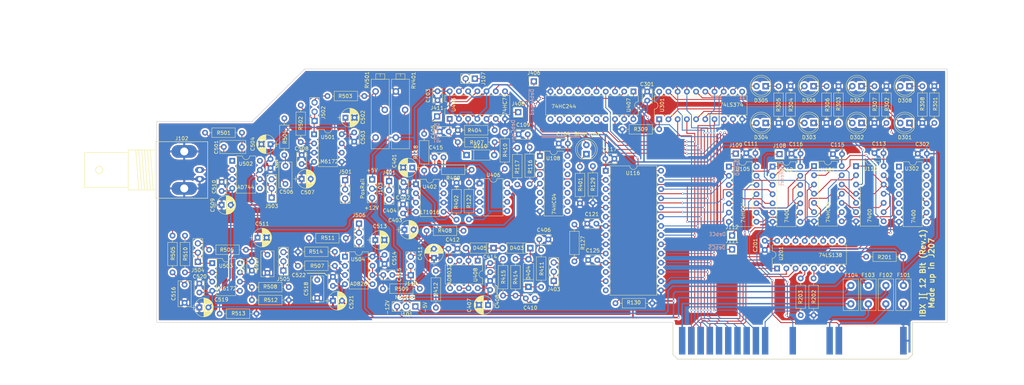
<source format=kicad_pcb>
(kicad_pcb (version 4) (host pcbnew 4.0.7)

  (general
    (links 368)
    (no_connects 0)
    (area 13.594287 52.545 295.175715 160.180001)
    (thickness 1.6)
    (drawings 33)
    (tracks 1277)
    (zones 0)
    (modules 150)
    (nets 129)
  )

  (page A4)
  (layers
    (0 F.Cu signal)
    (31 B.Cu signal)
    (32 B.Adhes user)
    (33 F.Adhes user)
    (34 B.Paste user)
    (35 F.Paste user)
    (36 B.SilkS user)
    (37 F.SilkS user)
    (38 B.Mask user)
    (39 F.Mask user)
    (40 Dwgs.User user)
    (41 Cmts.User user)
    (42 Eco1.User user)
    (43 Eco2.User user)
    (44 Edge.Cuts user)
    (45 Margin user)
    (46 B.CrtYd user)
    (47 F.CrtYd user)
    (48 B.Fab user)
    (49 F.Fab user)
  )

  (setup
    (last_trace_width 0.25)
    (trace_clearance 0.2)
    (zone_clearance 0.508)
    (zone_45_only no)
    (trace_min 0.2)
    (segment_width 0.2)
    (edge_width 0.15)
    (via_size 0.6)
    (via_drill 0.4)
    (via_min_size 0.4)
    (via_min_drill 0.3)
    (uvia_size 0.3)
    (uvia_drill 0.1)
    (uvias_allowed no)
    (uvia_min_size 0)
    (uvia_min_drill 0)
    (pcb_text_width 0.3)
    (pcb_text_size 1.5 1.5)
    (mod_edge_width 0.15)
    (mod_text_size 1 1)
    (mod_text_width 0.15)
    (pad_size 1.524 1.524)
    (pad_drill 0.762)
    (pad_to_mask_clearance 0.2)
    (aux_axis_origin 0 0)
    (grid_origin 159.5374 91.1352)
    (visible_elements FFFFFF7F)
    (pcbplotparams
      (layerselection 0x010f0_80000001)
      (usegerberextensions false)
      (excludeedgelayer true)
      (linewidth 0.100000)
      (plotframeref false)
      (viasonmask false)
      (mode 1)
      (useauxorigin false)
      (hpglpennumber 1)
      (hpglpenspeed 20)
      (hpglpendiameter 15)
      (hpglpenoverlay 2)
      (psnegative false)
      (psa4output false)
      (plotreference true)
      (plotvalue true)
      (plotinvisibletext false)
      (padsonsilk false)
      (subtractmaskfromsilk false)
      (outputformat 1)
      (mirror false)
      (drillshape 0)
      (scaleselection 1)
      (outputdirectory rev2b/))
  )

  (net 0 "")
  (net 1 GND)
  (net 2 A0)
  (net 3 A1)
  (net 4 A2)
  (net 5 R/~W)
  (net 6 "Net-(BUS101-Pad25)")
  (net 7 "Net-(BUS101-Pad50)")
  (net 8 D0)
  (net 9 D1)
  (net 10 D2)
  (net 11 D3)
  (net 12 D4)
  (net 13 D5)
  (net 14 D6)
  (net 15 D7)
  (net 16 ~DevSel)
  (net 17 Phi1)
  (net 18 "Net-(BUS101-Pad34)")
  (net 19 "Net-(BUS101-Pad33)")
  (net 20 +5V)
  (net 21 -5V)
  (net 22 "Net-(C405-Pad1)")
  (net 23 "Net-(C406-Pad1)")
  (net 24 "Net-(C410-Pad1)")
  (net 25 "Net-(C410-Pad2)")
  (net 26 "Net-(C414-Pad2)")
  (net 27 /Amplifier/SigP)
  (net 28 /Amplifier/SigRaw)
  (net 29 +12V)
  (net 30 "Net-(C506-Pad1)")
  (net 31 /Amplifier/SigPb)
  (net 32 -12V)
  (net 33 /Amplifier/SigOut)
  (net 34 "Net-(C515-Pad2)")
  (net 35 "Net-(C516-Pad2)")
  (net 36 "Net-(C517-Pad2)")
  (net 37 "Net-(C518-Pad2)")
  (net 38 "Net-(D301-Pad1)")
  (net 39 "Net-(D301-Pad2)")
  (net 40 "Net-(D302-Pad1)")
  (net 41 "Net-(D302-Pad2)")
  (net 42 "Net-(D303-Pad1)")
  (net 43 "Net-(D303-Pad2)")
  (net 44 "Net-(D304-Pad1)")
  (net 45 "Net-(D304-Pad2)")
  (net 46 "Net-(D305-Pad1)")
  (net 47 "Net-(D305-Pad2)")
  (net 48 "Net-(D306-Pad1)")
  (net 49 "Net-(D306-Pad2)")
  (net 50 "Net-(D307-Pad1)")
  (net 51 "Net-(D307-Pad2)")
  (net 52 "Net-(D308-Pad1)")
  (net 53 "Net-(D308-Pad2)")
  (net 54 "Net-(D401-Pad1)")
  (net 55 ~Armed)
  (net 56 "Net-(D403-Pad2)")
  (net 57 "Net-(D404-Pad1)")
  (net 58 "Net-(J401-Pad3)")
  (net 59 "Net-(J408-Pad1)")
  (net 60 "Net-(J411-Pad1)")
  (net 61 /Amplifier/SigInv)
  (net 62 /Amplifier/SigInvb)
  (net 63 /Amplifier/SigDiff)
  (net 64 /Amplifier/SigDiffb)
  (net 65 /Amplifier/SigF1)
  (net 66 /Amplifier/SigF1b)
  (net 67 /Amplifier/SigF2)
  (net 68 /Amplifier/SigF2b)
  (net 69 /Amplifier/SigF3)
  (net 70 /Amplifier/SigF3b)
  (net 71 "Net-(R201-Pad2)")
  (net 72 "Net-(R202-Pad1)")
  (net 73 "Net-(R309-Pad1)")
  (net 74 "Net-(R402-Pad2)")
  (net 75 "Net-(R408-Pad1)")
  (net 76 "Net-(R410-Pad1)")
  (net 77 "Net-(R410-Pad2)")
  (net 78 "Net-(R412-Pad2)")
  (net 79 "Net-(R502-Pad2)")
  (net 80 "Net-(R503-Pad1)")
  (net 81 "Net-(R508-Pad1)")
  (net 82 "Net-(R510-Pad1)")
  (net 83 "Net-(R511-Pad1)")
  (net 84 O3)
  (net 85 O2)
  (net 86 O1)
  (net 87 "Net-(U301-Pad11)")
  (net 88 "Net-(C415-Pad1)")
  (net 89 "Net-(C415-Pad2)")
  (net 90 "Net-(R203-Pad2)")
  (net 91 "Net-(C109-Pad2)")
  (net 92 +Rail)
  (net 93 -Rail)
  (net 94 "Net-(D110-Pad2)")
  (net 95 "Net-(J107-Pad1)")
  (net 96 "Net-(J107-Pad2)")
  (net 97 "Net-(J109-Pad1)")
  (net 98 "Net-(J110-Pad3)")
  (net 99 "Net-(J111-Pad1)")
  (net 100 "Net-(J112-Pad1)")
  (net 101 "Net-(J403-Pad3)")
  (net 102 "Net-(R116-Pad2)")
  (net 103 "Net-(R117-Pad1)")
  (net 104 "Net-(R117-Pad2)")
  (net 105 "Net-(R118-Pad1)")
  (net 106 "Net-(R127-Pad1)")
  (net 107 "Net-(R127-Pad2)")
  (net 108 "Net-(R129-Pad1)")
  (net 109 "Net-(R130-Pad1)")
  (net 110 "Net-(U101-Pad1)")
  (net 111 /LED/O0)
  (net 112 "Net-(U101-Pad9)")
  (net 113 "Net-(U101-Pad3)")
  (net 114 O4)
  (net 115 "Net-(U101-Pad11)")
  (net 116 "Net-(U101-Pad5)")
  (net 117 RD)
  (net 118 "Net-(U101-Pad13)")
  (net 119 "Net-(U105-Pad1)")
  (net 120 "Net-(U105-Pad8)")
  (net 121 "Net-(U105-Pad3)")
  (net 122 "Net-(U105-Pad10)")
  (net 123 "Net-(U105-Pad4)")
  (net 124 WR)
  (net 125 "Net-(U105-Pad13)")
  (net 126 "Net-(U110-Pad8)")
  (net 127 ~BufferOE)
  (net 128 "Net-(U116-Pad28)")

  (net_class Default "This is the default net class."
    (clearance 0.2)
    (trace_width 0.25)
    (via_dia 0.6)
    (via_drill 0.4)
    (uvia_dia 0.3)
    (uvia_drill 0.1)
    (add_net /Amplifier/SigDiff)
    (add_net /Amplifier/SigDiffb)
    (add_net /Amplifier/SigF1)
    (add_net /Amplifier/SigF1b)
    (add_net /Amplifier/SigF2)
    (add_net /Amplifier/SigF2b)
    (add_net /Amplifier/SigF3)
    (add_net /Amplifier/SigF3b)
    (add_net /Amplifier/SigInv)
    (add_net /Amplifier/SigInvb)
    (add_net /Amplifier/SigOut)
    (add_net /Amplifier/SigP)
    (add_net /Amplifier/SigPb)
    (add_net /Amplifier/SigRaw)
    (add_net /LED/O0)
    (add_net A0)
    (add_net A1)
    (add_net A2)
    (add_net D0)
    (add_net D1)
    (add_net D2)
    (add_net D3)
    (add_net D4)
    (add_net D5)
    (add_net D6)
    (add_net D7)
    (add_net "Net-(C109-Pad2)")
    (add_net "Net-(C405-Pad1)")
    (add_net "Net-(C406-Pad1)")
    (add_net "Net-(C410-Pad1)")
    (add_net "Net-(C410-Pad2)")
    (add_net "Net-(C414-Pad2)")
    (add_net "Net-(C415-Pad1)")
    (add_net "Net-(C415-Pad2)")
    (add_net "Net-(C506-Pad1)")
    (add_net "Net-(C515-Pad2)")
    (add_net "Net-(C516-Pad2)")
    (add_net "Net-(C517-Pad2)")
    (add_net "Net-(C518-Pad2)")
    (add_net "Net-(D110-Pad2)")
    (add_net "Net-(D301-Pad1)")
    (add_net "Net-(D301-Pad2)")
    (add_net "Net-(D302-Pad1)")
    (add_net "Net-(D302-Pad2)")
    (add_net "Net-(D303-Pad1)")
    (add_net "Net-(D303-Pad2)")
    (add_net "Net-(D304-Pad1)")
    (add_net "Net-(D304-Pad2)")
    (add_net "Net-(D305-Pad1)")
    (add_net "Net-(D305-Pad2)")
    (add_net "Net-(D306-Pad1)")
    (add_net "Net-(D306-Pad2)")
    (add_net "Net-(D307-Pad1)")
    (add_net "Net-(D307-Pad2)")
    (add_net "Net-(D308-Pad1)")
    (add_net "Net-(D308-Pad2)")
    (add_net "Net-(D401-Pad1)")
    (add_net "Net-(D403-Pad2)")
    (add_net "Net-(D404-Pad1)")
    (add_net "Net-(J107-Pad1)")
    (add_net "Net-(J107-Pad2)")
    (add_net "Net-(J109-Pad1)")
    (add_net "Net-(J110-Pad3)")
    (add_net "Net-(J111-Pad1)")
    (add_net "Net-(J112-Pad1)")
    (add_net "Net-(J401-Pad3)")
    (add_net "Net-(J403-Pad3)")
    (add_net "Net-(J408-Pad1)")
    (add_net "Net-(J411-Pad1)")
    (add_net "Net-(R116-Pad2)")
    (add_net "Net-(R117-Pad1)")
    (add_net "Net-(R117-Pad2)")
    (add_net "Net-(R118-Pad1)")
    (add_net "Net-(R127-Pad1)")
    (add_net "Net-(R127-Pad2)")
    (add_net "Net-(R129-Pad1)")
    (add_net "Net-(R130-Pad1)")
    (add_net "Net-(R201-Pad2)")
    (add_net "Net-(R202-Pad1)")
    (add_net "Net-(R203-Pad2)")
    (add_net "Net-(R309-Pad1)")
    (add_net "Net-(R402-Pad2)")
    (add_net "Net-(R408-Pad1)")
    (add_net "Net-(R410-Pad1)")
    (add_net "Net-(R410-Pad2)")
    (add_net "Net-(R412-Pad2)")
    (add_net "Net-(R502-Pad2)")
    (add_net "Net-(R503-Pad1)")
    (add_net "Net-(R508-Pad1)")
    (add_net "Net-(R510-Pad1)")
    (add_net "Net-(R511-Pad1)")
    (add_net "Net-(U101-Pad1)")
    (add_net "Net-(U101-Pad11)")
    (add_net "Net-(U101-Pad13)")
    (add_net "Net-(U101-Pad3)")
    (add_net "Net-(U101-Pad5)")
    (add_net "Net-(U101-Pad9)")
    (add_net "Net-(U105-Pad1)")
    (add_net "Net-(U105-Pad10)")
    (add_net "Net-(U105-Pad13)")
    (add_net "Net-(U105-Pad3)")
    (add_net "Net-(U105-Pad4)")
    (add_net "Net-(U105-Pad8)")
    (add_net "Net-(U110-Pad8)")
    (add_net "Net-(U116-Pad28)")
    (add_net "Net-(U301-Pad11)")
    (add_net O1)
    (add_net O2)
    (add_net O3)
    (add_net O4)
    (add_net Phi1)
    (add_net R/~W)
    (add_net RD)
    (add_net WR)
    (add_net ~Armed)
    (add_net ~BufferOE)
    (add_net ~DevSel)
  )

  (net_class Power ""
    (clearance 0.2)
    (trace_width 0.4)
    (via_dia 0.6)
    (via_drill 0.4)
    (uvia_dia 0.3)
    (uvia_drill 0.1)
    (add_net +12V)
    (add_net +5V)
    (add_net +Rail)
    (add_net -12V)
    (add_net -5V)
    (add_net -Rail)
    (add_net GND)
    (add_net "Net-(BUS101-Pad25)")
    (add_net "Net-(BUS101-Pad33)")
    (add_net "Net-(BUS101-Pad34)")
    (add_net "Net-(BUS101-Pad50)")
  )

  (module Housings_DIP:DIP-20_W7.62mm (layer F.Cu) (tedit 5A2F1ED2) (tstamp 5A2EEBA0)
    (at 184.6834 77.2922 270)
    (descr "20-lead though-hole mounted DIP package, row spacing 7.62 mm (300 mils)")
    (tags "THT DIP DIL PDIP 2.54mm 7.62mm 300mil")
    (path /5A32038B)
    (fp_text reference U407 (at 3.74396 1.31572 270) (layer F.SilkS)
      (effects (font (size 1 1) (thickness 0.15)))
    )
    (fp_text value 74HC244 (at 4.10464 19.19224 360) (layer F.SilkS)
      (effects (font (size 1 1) (thickness 0.15)))
    )
    (fp_arc (start 3.81 -1.33) (end 2.81 -1.33) (angle -180) (layer F.SilkS) (width 0.12))
    (fp_line (start 1.635 -1.27) (end 6.985 -1.27) (layer F.Fab) (width 0.1))
    (fp_line (start 6.985 -1.27) (end 6.985 24.13) (layer F.Fab) (width 0.1))
    (fp_line (start 6.985 24.13) (end 0.635 24.13) (layer F.Fab) (width 0.1))
    (fp_line (start 0.635 24.13) (end 0.635 -0.27) (layer F.Fab) (width 0.1))
    (fp_line (start 0.635 -0.27) (end 1.635 -1.27) (layer F.Fab) (width 0.1))
    (fp_line (start 2.81 -1.33) (end 1.16 -1.33) (layer F.SilkS) (width 0.12))
    (fp_line (start 1.16 -1.33) (end 1.16 24.19) (layer F.SilkS) (width 0.12))
    (fp_line (start 1.16 24.19) (end 6.46 24.19) (layer F.SilkS) (width 0.12))
    (fp_line (start 6.46 24.19) (end 6.46 -1.33) (layer F.SilkS) (width 0.12))
    (fp_line (start 6.46 -1.33) (end 4.81 -1.33) (layer F.SilkS) (width 0.12))
    (fp_line (start -1.1 -1.55) (end -1.1 24.4) (layer F.CrtYd) (width 0.05))
    (fp_line (start -1.1 24.4) (end 8.7 24.4) (layer F.CrtYd) (width 0.05))
    (fp_line (start 8.7 24.4) (end 8.7 -1.55) (layer F.CrtYd) (width 0.05))
    (fp_line (start 8.7 -1.55) (end -1.1 -1.55) (layer F.CrtYd) (width 0.05))
    (fp_text user %R (at 3.81 11.43 270) (layer F.Fab)
      (effects (font (size 1 1) (thickness 0.15)))
    )
    (pad 1 thru_hole rect (at 0 0 270) (size 1.6 1.6) (drill 0.8) (layers *.Cu *.Mask)
      (net 127 ~BufferOE))
    (pad 11 thru_hole oval (at 7.62 22.86 270) (size 1.6 1.6) (drill 0.8) (layers *.Cu *.Mask))
    (pad 2 thru_hole oval (at 0 2.54 270) (size 1.6 1.6) (drill 0.8) (layers *.Cu *.Mask)
      (net 55 ~Armed))
    (pad 12 thru_hole oval (at 7.62 20.32 270) (size 1.6 1.6) (drill 0.8) (layers *.Cu *.Mask)
      (net 11 D3))
    (pad 3 thru_hole oval (at 0 5.08 270) (size 1.6 1.6) (drill 0.8) (layers *.Cu *.Mask)
      (net 12 D4))
    (pad 13 thru_hole oval (at 7.62 17.78 270) (size 1.6 1.6) (drill 0.8) (layers *.Cu *.Mask))
    (pad 4 thru_hole oval (at 0 7.62 270) (size 1.6 1.6) (drill 0.8) (layers *.Cu *.Mask)
      (net 128 "Net-(U116-Pad28)"))
    (pad 14 thru_hole oval (at 7.62 15.24 270) (size 1.6 1.6) (drill 0.8) (layers *.Cu *.Mask)
      (net 10 D2))
    (pad 5 thru_hole oval (at 0 10.16 270) (size 1.6 1.6) (drill 0.8) (layers *.Cu *.Mask)
      (net 13 D5))
    (pad 15 thru_hole oval (at 7.62 12.7 270) (size 1.6 1.6) (drill 0.8) (layers *.Cu *.Mask))
    (pad 6 thru_hole oval (at 0 12.7 270) (size 1.6 1.6) (drill 0.8) (layers *.Cu *.Mask))
    (pad 16 thru_hole oval (at 7.62 10.16 270) (size 1.6 1.6) (drill 0.8) (layers *.Cu *.Mask)
      (net 9 D1))
    (pad 7 thru_hole oval (at 0 15.24 270) (size 1.6 1.6) (drill 0.8) (layers *.Cu *.Mask)
      (net 14 D6))
    (pad 17 thru_hole oval (at 7.62 7.62 270) (size 1.6 1.6) (drill 0.8) (layers *.Cu *.Mask))
    (pad 8 thru_hole oval (at 0 17.78 270) (size 1.6 1.6) (drill 0.8) (layers *.Cu *.Mask))
    (pad 18 thru_hole oval (at 7.62 5.08 270) (size 1.6 1.6) (drill 0.8) (layers *.Cu *.Mask)
      (net 8 D0))
    (pad 9 thru_hole oval (at 0 20.32 270) (size 1.6 1.6) (drill 0.8) (layers *.Cu *.Mask)
      (net 15 D7))
    (pad 19 thru_hole oval (at 7.62 2.54 270) (size 1.6 1.6) (drill 0.8) (layers *.Cu *.Mask)
      (net 127 ~BufferOE))
    (pad 10 thru_hole oval (at 0 22.86 270) (size 1.6 1.6) (drill 0.8) (layers *.Cu *.Mask)
      (net 1 GND))
    (pad 20 thru_hole oval (at 7.62 0 270) (size 1.6 1.6) (drill 0.8) (layers *.Cu *.Mask)
      (net 20 +5V))
    (model ${KISYS3DMOD}/Housings_DIP.3dshapes/DIP-20_W7.62mm.wrl
      (at (xyz 0 0 0))
      (scale (xyz 1 1 1))
      (rotate (xyz 0 0 0))
    )
  )

  (module Apple2_bus:BUS_A2 (layer F.Cu) (tedit 5A2F227A) (tstamp 5A1EA271)
    (at 220.98 146.05)
    (descr "Connector Apple ][ Slot")
    (tags "CONN BUS APPLE ][")
    (path /5A33D34A)
    (fp_text reference BUS101 (at -22.86 -7.62) (layer F.SilkS) hide
      (effects (font (size 1 1) (thickness 0.15)))
    )
    (fp_text value A2_BUS (at 0 -7.62) (layer F.Fab)
      (effects (font (size 1 1) (thickness 0.15)))
    )
    (fp_line (start 40.64 3.81) (end 39.37 5.08) (layer F.SilkS) (width 0.15))
    (fp_line (start 39.37 5.08) (end -24.13 5.08) (layer F.SilkS) (width 0.15))
    (fp_line (start -24.13 5.08) (end -25.4 3.81) (layer F.SilkS) (width 0.15))
    (fp_line (start -25.4 3.81) (end -25.4 -5.08) (layer F.SilkS) (width 0.15))
    (fp_line (start 40.64 -5.08) (end 40.64 3.81) (layer F.SilkS) (width 0.15))
    (pad 2 connect rect (at -20.32 0 180) (size 1.778 7.62) (layers F.Cu F.Mask)
      (net 2 A0))
    (pad 3 connect rect (at -17.78 0 180) (size 1.778 7.62) (layers F.Cu F.Mask)
      (net 3 A1))
    (pad 4 connect rect (at -15.24 0 180) (size 1.778 7.62) (layers F.Cu F.Mask)
      (net 4 A2))
    (pad 18 connect rect (at 20.32 0 180) (size 1.778 7.62) (layers F.Cu F.Mask)
      (net 5 R/~W))
    (pad 25 connect rect (at 38.1 0 180) (size 1.778 7.62) (layers F.Cu F.Mask)
      (net 6 "Net-(BUS101-Pad25)"))
    (pad 50 connect rect (at -22.86 0 180) (size 1.778 7.62) (layers B.Cu B.Mask)
      (net 7 "Net-(BUS101-Pad50)"))
    (pad 49 connect rect (at -20.32 0 180) (size 1.778 7.62) (layers B.Cu B.Mask)
      (net 8 D0))
    (pad 48 connect rect (at -17.78 0 180) (size 1.778 7.62) (layers B.Cu B.Mask)
      (net 9 D1))
    (pad 47 connect rect (at -15.24 0 180) (size 1.778 7.62) (layers B.Cu B.Mask)
      (net 10 D2))
    (pad 46 connect rect (at -12.7 0 180) (size 1.778 7.62) (layers B.Cu B.Mask)
      (net 11 D3))
    (pad 45 connect rect (at -10.16 0 180) (size 1.778 7.62) (layers B.Cu B.Mask)
      (net 12 D4))
    (pad 44 connect rect (at -7.62 0 180) (size 1.778 7.62) (layers B.Cu B.Mask)
      (net 13 D5))
    (pad 43 connect rect (at -5.08 0 180) (size 1.778 7.62) (layers B.Cu B.Mask)
      (net 14 D6))
    (pad 42 connect rect (at -2.54 0 180) (size 1.778 7.62) (layers B.Cu B.Mask)
      (net 15 D7))
    (pad 41 connect rect (at 0 0 180) (size 1.778 7.62) (layers B.Cu B.Mask)
      (net 16 ~DevSel))
    (pad 38 connect rect (at 7.62 0 180) (size 1.778 7.62) (layers B.Cu B.Mask)
      (net 17 Phi1))
    (pad 34 connect rect (at 17.78 0 180) (size 1.778 7.62) (layers B.Cu B.Mask)
      (net 18 "Net-(BUS101-Pad34)"))
    (pad 33 connect rect (at 20.32 0 180) (size 1.778 7.62) (layers B.Cu B.Mask)
      (net 19 "Net-(BUS101-Pad33)"))
    (pad 26 connect rect (at 38.1 0 180) (size 1.778 7.62) (layers B.Cu B.Mask)
      (net 1 GND))
  )

  (module Capacitors_THT:CP_Radial_D5.0mm_P2.50mm (layer F.Cu) (tedit 5A2F1E74) (tstamp 5A1EA277)
    (at 123.7488 98.2726 180)
    (descr "CP, Radial series, Radial, pin pitch=2.50mm, , diameter=5mm, Electrolytic Capacitor")
    (tags "CP Radial series Radial pin pitch 2.50mm  diameter 5mm Electrolytic Capacitor")
    (path /5A3202C7)
    (fp_text reference C401 (at 4.953 1.8034 270) (layer F.SilkS)
      (effects (font (size 1 1) (thickness 0.15)))
    )
    (fp_text value 10µF (at 1.25 3.81 180) (layer F.Fab)
      (effects (font (size 1 1) (thickness 0.15)))
    )
    (fp_arc (start 1.25 0) (end -1.05558 -1.18) (angle 125.8) (layer F.SilkS) (width 0.12))
    (fp_arc (start 1.25 0) (end -1.05558 1.18) (angle -125.8) (layer F.SilkS) (width 0.12))
    (fp_arc (start 1.25 0) (end 3.55558 -1.18) (angle 54.2) (layer F.SilkS) (width 0.12))
    (fp_circle (center 1.25 0) (end 3.75 0) (layer F.Fab) (width 0.1))
    (fp_line (start -2.2 0) (end -1 0) (layer F.Fab) (width 0.1))
    (fp_line (start -1.6 -0.65) (end -1.6 0.65) (layer F.Fab) (width 0.1))
    (fp_line (start 1.25 -2.55) (end 1.25 2.55) (layer F.SilkS) (width 0.12))
    (fp_line (start 1.29 -2.55) (end 1.29 2.55) (layer F.SilkS) (width 0.12))
    (fp_line (start 1.33 -2.549) (end 1.33 2.549) (layer F.SilkS) (width 0.12))
    (fp_line (start 1.37 -2.548) (end 1.37 2.548) (layer F.SilkS) (width 0.12))
    (fp_line (start 1.41 -2.546) (end 1.41 2.546) (layer F.SilkS) (width 0.12))
    (fp_line (start 1.45 -2.543) (end 1.45 2.543) (layer F.SilkS) (width 0.12))
    (fp_line (start 1.49 -2.539) (end 1.49 2.539) (layer F.SilkS) (width 0.12))
    (fp_line (start 1.53 -2.535) (end 1.53 -0.98) (layer F.SilkS) (width 0.12))
    (fp_line (start 1.53 0.98) (end 1.53 2.535) (layer F.SilkS) (width 0.12))
    (fp_line (start 1.57 -2.531) (end 1.57 -0.98) (layer F.SilkS) (width 0.12))
    (fp_line (start 1.57 0.98) (end 1.57 2.531) (layer F.SilkS) (width 0.12))
    (fp_line (start 1.61 -2.525) (end 1.61 -0.98) (layer F.SilkS) (width 0.12))
    (fp_line (start 1.61 0.98) (end 1.61 2.525) (layer F.SilkS) (width 0.12))
    (fp_line (start 1.65 -2.519) (end 1.65 -0.98) (layer F.SilkS) (width 0.12))
    (fp_line (start 1.65 0.98) (end 1.65 2.519) (layer F.SilkS) (width 0.12))
    (fp_line (start 1.69 -2.513) (end 1.69 -0.98) (layer F.SilkS) (width 0.12))
    (fp_line (start 1.69 0.98) (end 1.69 2.513) (layer F.SilkS) (width 0.12))
    (fp_line (start 1.73 -2.506) (end 1.73 -0.98) (layer F.SilkS) (width 0.12))
    (fp_line (start 1.73 0.98) (end 1.73 2.506) (layer F.SilkS) (width 0.12))
    (fp_line (start 1.77 -2.498) (end 1.77 -0.98) (layer F.SilkS) (width 0.12))
    (fp_line (start 1.77 0.98) (end 1.77 2.498) (layer F.SilkS) (width 0.12))
    (fp_line (start 1.81 -2.489) (end 1.81 -0.98) (layer F.SilkS) (width 0.12))
    (fp_line (start 1.81 0.98) (end 1.81 2.489) (layer F.SilkS) (width 0.12))
    (fp_line (start 1.85 -2.48) (end 1.85 -0.98) (layer F.SilkS) (width 0.12))
    (fp_line (start 1.85 0.98) (end 1.85 2.48) (layer F.SilkS) (width 0.12))
    (fp_line (start 1.89 -2.47) (end 1.89 -0.98) (layer F.SilkS) (width 0.12))
    (fp_line (start 1.89 0.98) (end 1.89 2.47) (layer F.SilkS) (width 0.12))
    (fp_line (start 1.93 -2.46) (end 1.93 -0.98) (layer F.SilkS) (width 0.12))
    (fp_line (start 1.93 0.98) (end 1.93 2.46) (layer F.SilkS) (width 0.12))
    (fp_line (start 1.971 -2.448) (end 1.971 -0.98) (layer F.SilkS) (width 0.12))
    (fp_line (start 1.971 0.98) (end 1.971 2.448) (layer F.SilkS) (width 0.12))
    (fp_line (start 2.011 -2.436) (end 2.011 -0.98) (layer F.SilkS) (width 0.12))
    (fp_line (start 2.011 0.98) (end 2.011 2.436) (layer F.SilkS) (width 0.12))
    (fp_line (start 2.051 -2.424) (end 2.051 -0.98) (layer F.SilkS) (width 0.12))
    (fp_line (start 2.051 0.98) (end 2.051 2.424) (layer F.SilkS) (width 0.12))
    (fp_line (start 2.091 -2.41) (end 2.091 -0.98) (layer F.SilkS) (width 0.12))
    (fp_line (start 2.091 0.98) (end 2.091 2.41) (layer F.SilkS) (width 0.12))
    (fp_line (start 2.131 -2.396) (end 2.131 -0.98) (layer F.SilkS) (width 0.12))
    (fp_line (start 2.131 0.98) (end 2.131 2.396) (layer F.SilkS) (width 0.12))
    (fp_line (start 2.171 -2.382) (end 2.171 -0.98) (layer F.SilkS) (width 0.12))
    (fp_line (start 2.171 0.98) (end 2.171 2.382) (layer F.SilkS) (width 0.12))
    (fp_line (start 2.211 -2.366) (end 2.211 -0.98) (layer F.SilkS) (width 0.12))
    (fp_line (start 2.211 0.98) (end 2.211 2.366) (layer F.SilkS) (width 0.12))
    (fp_line (start 2.251 -2.35) (end 2.251 -0.98) (layer F.SilkS) (width 0.12))
    (fp_line (start 2.251 0.98) (end 2.251 2.35) (layer F.SilkS) (width 0.12))
    (fp_line (start 2.291 -2.333) (end 2.291 -0.98) (layer F.SilkS) (width 0.12))
    (fp_line (start 2.291 0.98) (end 2.291 2.333) (layer F.SilkS) (width 0.12))
    (fp_line (start 2.331 -2.315) (end 2.331 -0.98) (layer F.SilkS) (width 0.12))
    (fp_line (start 2.331 0.98) (end 2.331 2.315) (layer F.SilkS) (width 0.12))
    (fp_line (start 2.371 -2.296) (end 2.371 -0.98) (layer F.SilkS) (width 0.12))
    (fp_line (start 2.371 0.98) (end 2.371 2.296) (layer F.SilkS) (width 0.12))
    (fp_line (start 2.411 -2.276) (end 2.411 -0.98) (layer F.SilkS) (width 0.12))
    (fp_line (start 2.411 0.98) (end 2.411 2.276) (layer F.SilkS) (width 0.12))
    (fp_line (start 2.451 -2.256) (end 2.451 -0.98) (layer F.SilkS) (width 0.12))
    (fp_line (start 2.451 0.98) (end 2.451 2.256) (layer F.SilkS) (width 0.12))
    (fp_line (start 2.491 -2.234) (end 2.491 -0.98) (layer F.SilkS) (width 0.12))
    (fp_line (start 2.491 0.98) (end 2.491 2.234) (layer F.SilkS) (width 0.12))
    (fp_line (start 2.531 -2.212) (end 2.531 -0.98) (layer F.SilkS) (width 0.12))
    (fp_line (start 2.531 0.98) (end 2.531 2.212) (layer F.SilkS) (width 0.12))
    (fp_line (start 2.571 -2.189) (end 2.571 -0.98) (layer F.SilkS) (width 0.12))
    (fp_line (start 2.571 0.98) (end 2.571 2.189) (layer F.SilkS) (width 0.12))
    (fp_line (start 2.611 -2.165) (end 2.611 -0.98) (layer F.SilkS) (width 0.12))
    (fp_line (start 2.611 0.98) (end 2.611 2.165) (layer F.SilkS) (width 0.12))
    (fp_line (start 2.651 -2.14) (end 2.651 -0.98) (layer F.SilkS) (width 0.12))
    (fp_line (start 2.651 0.98) (end 2.651 2.14) (layer F.SilkS) (width 0.12))
    (fp_line (start 2.691 -2.113) (end 2.691 -0.98) (layer F.SilkS) (width 0.12))
    (fp_line (start 2.691 0.98) (end 2.691 2.113) (layer F.SilkS) (width 0.12))
    (fp_line (start 2.731 -2.086) (end 2.731 -0.98) (layer F.SilkS) (width 0.12))
    (fp_line (start 2.731 0.98) (end 2.731 2.086) (layer F.SilkS) (width 0.12))
    (fp_line (start 2.771 -2.058) (end 2.771 -0.98) (layer F.SilkS) (width 0.12))
    (fp_line (start 2.771 0.98) (end 2.771 2.058) (layer F.SilkS) (width 0.12))
    (fp_line (start 2.811 -2.028) (end 2.811 -0.98) (layer F.SilkS) (width 0.12))
    (fp_line (start 2.811 0.98) (end 2.811 2.028) (layer F.SilkS) (width 0.12))
    (fp_line (start 2.851 -1.997) (end 2.851 -0.98) (layer F.SilkS) (width 0.12))
    (fp_line (start 2.851 0.98) (end 2.851 1.997) (layer F.SilkS) (width 0.12))
    (fp_line (start 2.891 -1.965) (end 2.891 -0.98) (layer F.SilkS) (width 0.12))
    (fp_line (start 2.891 0.98) (end 2.891 1.965) (layer F.SilkS) (width 0.12))
    (fp_line (start 2.931 -1.932) (end 2.931 -0.98) (layer F.SilkS) (width 0.12))
    (fp_line (start 2.931 0.98) (end 2.931 1.932) (layer F.SilkS) (width 0.12))
    (fp_line (start 2.971 -1.897) (end 2.971 -0.98) (layer F.SilkS) (width 0.12))
    (fp_line (start 2.971 0.98) (end 2.971 1.897) (layer F.SilkS) (width 0.12))
    (fp_line (start 3.011 -1.861) (end 3.011 -0.98) (layer F.SilkS) (width 0.12))
    (fp_line (start 3.011 0.98) (end 3.011 1.861) (layer F.SilkS) (width 0.12))
    (fp_line (start 3.051 -1.823) (end 3.051 -0.98) (layer F.SilkS) (width 0.12))
    (fp_line (start 3.051 0.98) (end 3.051 1.823) (layer F.SilkS) (width 0.12))
    (fp_line (start 3.091 -1.783) (end 3.091 -0.98) (layer F.SilkS) (width 0.12))
    (fp_line (start 3.091 0.98) (end 3.091 1.783) (layer F.SilkS) (width 0.12))
    (fp_line (start 3.131 -1.742) (end 3.131 -0.98) (layer F.SilkS) (width 0.12))
    (fp_line (start 3.131 0.98) (end 3.131 1.742) (layer F.SilkS) (width 0.12))
    (fp_line (start 3.171 -1.699) (end 3.171 -0.98) (layer F.SilkS) (width 0.12))
    (fp_line (start 3.171 0.98) (end 3.171 1.699) (layer F.SilkS) (width 0.12))
    (fp_line (start 3.211 -1.654) (end 3.211 -0.98) (layer F.SilkS) (width 0.12))
    (fp_line (start 3.211 0.98) (end 3.211 1.654) (layer F.SilkS) (width 0.12))
    (fp_line (start 3.251 -1.606) (end 3.251 -0.98) (layer F.SilkS) (width 0.12))
    (fp_line (start 3.251 0.98) (end 3.251 1.606) (layer F.SilkS) (width 0.12))
    (fp_line (start 3.291 -1.556) (end 3.291 -0.98) (layer F.SilkS) (width 0.12))
    (fp_line (start 3.291 0.98) (end 3.291 1.556) (layer F.SilkS) (width 0.12))
    (fp_line (start 3.331 -1.504) (end 3.331 -0.98) (layer F.SilkS) (width 0.12))
    (fp_line (start 3.331 0.98) (end 3.331 1.504) (layer F.SilkS) (width 0.12))
    (fp_line (start 3.371 -1.448) (end 3.371 -0.98) (layer F.SilkS) (width 0.12))
    (fp_line (start 3.371 0.98) (end 3.371 1.448) (layer F.SilkS) (width 0.12))
    (fp_line (start 3.411 -1.39) (end 3.411 -0.98) (layer F.SilkS) (width 0.12))
    (fp_line (start 3.411 0.98) (end 3.411 1.39) (layer F.SilkS) (width 0.12))
    (fp_line (start 3.451 -1.327) (end 3.451 -0.98) (layer F.SilkS) (width 0.12))
    (fp_line (start 3.451 0.98) (end 3.451 1.327) (layer F.SilkS) (width 0.12))
    (fp_line (start 3.491 -1.261) (end 3.491 1.261) (layer F.SilkS) (width 0.12))
    (fp_line (start 3.531 -1.189) (end 3.531 1.189) (layer F.SilkS) (width 0.12))
    (fp_line (start 3.571 -1.112) (end 3.571 1.112) (layer F.SilkS) (width 0.12))
    (fp_line (start 3.611 -1.028) (end 3.611 1.028) (layer F.SilkS) (width 0.12))
    (fp_line (start 3.651 -0.934) (end 3.651 0.934) (layer F.SilkS) (width 0.12))
    (fp_line (start 3.691 -0.829) (end 3.691 0.829) (layer F.SilkS) (width 0.12))
    (fp_line (start 3.731 -0.707) (end 3.731 0.707) (layer F.SilkS) (width 0.12))
    (fp_line (start 3.771 -0.559) (end 3.771 0.559) (layer F.SilkS) (width 0.12))
    (fp_line (start 3.811 -0.354) (end 3.811 0.354) (layer F.SilkS) (width 0.12))
    (fp_line (start -2.2 0) (end -1 0) (layer F.SilkS) (width 0.12))
    (fp_line (start -1.6 -0.65) (end -1.6 0.65) (layer F.SilkS) (width 0.12))
    (fp_line (start -1.6 -2.85) (end -1.6 2.85) (layer F.CrtYd) (width 0.05))
    (fp_line (start -1.6 2.85) (end 4.1 2.85) (layer F.CrtYd) (width 0.05))
    (fp_line (start 4.1 2.85) (end 4.1 -2.85) (layer F.CrtYd) (width 0.05))
    (fp_line (start 4.1 -2.85) (end -1.6 -2.85) (layer F.CrtYd) (width 0.05))
    (fp_text user %R (at 1.25 0 180) (layer F.Fab)
      (effects (font (size 1 1) (thickness 0.15)))
    )
    (pad 1 thru_hole rect (at 0 0 180) (size 1.6 1.6) (drill 0.8) (layers *.Cu *.Mask)
      (net 92 +Rail))
    (pad 2 thru_hole circle (at 2.5 0 180) (size 1.6 1.6) (drill 0.8) (layers *.Cu *.Mask)
      (net 1 GND))
    (model ${KISYS3DMOD}/Capacitors_THT.3dshapes/CP_Radial_D5.0mm_P2.50mm.wrl
      (at (xyz 0 0 0))
      (scale (xyz 1 1 1))
      (rotate (xyz 0 0 0))
    )
  )

  (module Capacitors_THT:C_Disc_D3.8mm_W2.6mm_P2.50mm (layer F.Cu) (tedit 5A2F1E2B) (tstamp 5A1EA27D)
    (at 121.3358 104.8766 90)
    (descr "C, Disc series, Radial, pin pitch=2.50mm, , diameter*width=3.8*2.6mm^2, Capacitor, http://www.vishay.com/docs/45233/krseries.pdf")
    (tags "C Disc series Radial pin pitch 2.50mm  diameter 3.8mm width 2.6mm Capacitor")
    (path /5A3201B8)
    (fp_text reference C402 (at -1.7018 -0.1524 180) (layer F.SilkS)
      (effects (font (size 1 1) (thickness 0.15)))
    )
    (fp_text value 10nF (at 0.9906 1.8796 90) (layer F.Fab)
      (effects (font (size 1 1) (thickness 0.15)))
    )
    (fp_line (start -0.65 -1.3) (end -0.65 1.3) (layer F.Fab) (width 0.1))
    (fp_line (start -0.65 1.3) (end 3.15 1.3) (layer F.Fab) (width 0.1))
    (fp_line (start 3.15 1.3) (end 3.15 -1.3) (layer F.Fab) (width 0.1))
    (fp_line (start 3.15 -1.3) (end -0.65 -1.3) (layer F.Fab) (width 0.1))
    (fp_line (start -0.71 -1.36) (end 3.21 -1.36) (layer F.SilkS) (width 0.12))
    (fp_line (start -0.71 1.36) (end 3.21 1.36) (layer F.SilkS) (width 0.12))
    (fp_line (start -0.71 -1.36) (end -0.71 -0.75) (layer F.SilkS) (width 0.12))
    (fp_line (start -0.71 0.75) (end -0.71 1.36) (layer F.SilkS) (width 0.12))
    (fp_line (start 3.21 -1.36) (end 3.21 -0.75) (layer F.SilkS) (width 0.12))
    (fp_line (start 3.21 0.75) (end 3.21 1.36) (layer F.SilkS) (width 0.12))
    (fp_line (start -1.05 -1.65) (end -1.05 1.65) (layer F.CrtYd) (width 0.05))
    (fp_line (start -1.05 1.65) (end 3.55 1.65) (layer F.CrtYd) (width 0.05))
    (fp_line (start 3.55 1.65) (end 3.55 -1.65) (layer F.CrtYd) (width 0.05))
    (fp_line (start 3.55 -1.65) (end -1.05 -1.65) (layer F.CrtYd) (width 0.05))
    (fp_text user %R (at 1.25 0 90) (layer F.Fab)
      (effects (font (size 1 1) (thickness 0.15)))
    )
    (pad 1 thru_hole circle (at 0 0 90) (size 1.6 1.6) (drill 0.8) (layers *.Cu *.Mask)
      (net 1 GND))
    (pad 2 thru_hole circle (at 2.5 0 90) (size 1.6 1.6) (drill 0.8) (layers *.Cu *.Mask)
      (net 92 +Rail))
    (model ${KISYS3DMOD}/Capacitors_THT.3dshapes/C_Disc_D3.8mm_W2.6mm_P2.50mm.wrl
      (at (xyz 0 0 0))
      (scale (xyz 1 1 1))
      (rotate (xyz 0 0 0))
    )
  )

  (module Capacitors_THT:CP_Radial_D5.0mm_P2.50mm (layer F.Cu) (tedit 5A2F1E08) (tstamp 5A1EA283)
    (at 121.5898 115.4176)
    (descr "CP, Radial series, Radial, pin pitch=2.50mm, , diameter=5mm, Electrolytic Capacitor")
    (tags "CP Radial series Radial pin pitch 2.50mm  diameter 5mm Electrolytic Capacitor")
    (path /5A3202CE)
    (fp_text reference C403 (at -2.54 -2.5908) (layer F.SilkS)
      (effects (font (size 1 1) (thickness 0.15)))
    )
    (fp_text value 10µF (at 1.25 3.81) (layer F.Fab)
      (effects (font (size 1 1) (thickness 0.15)))
    )
    (fp_arc (start 1.25 0) (end -1.05558 -1.18) (angle 125.8) (layer F.SilkS) (width 0.12))
    (fp_arc (start 1.25 0) (end -1.05558 1.18) (angle -125.8) (layer F.SilkS) (width 0.12))
    (fp_arc (start 1.25 0) (end 3.55558 -1.18) (angle 54.2) (layer F.SilkS) (width 0.12))
    (fp_circle (center 1.25 0) (end 3.75 0) (layer F.Fab) (width 0.1))
    (fp_line (start -2.2 0) (end -1 0) (layer F.Fab) (width 0.1))
    (fp_line (start -1.6 -0.65) (end -1.6 0.65) (layer F.Fab) (width 0.1))
    (fp_line (start 1.25 -2.55) (end 1.25 2.55) (layer F.SilkS) (width 0.12))
    (fp_line (start 1.29 -2.55) (end 1.29 2.55) (layer F.SilkS) (width 0.12))
    (fp_line (start 1.33 -2.549) (end 1.33 2.549) (layer F.SilkS) (width 0.12))
    (fp_line (start 1.37 -2.548) (end 1.37 2.548) (layer F.SilkS) (width 0.12))
    (fp_line (start 1.41 -2.546) (end 1.41 2.546) (layer F.SilkS) (width 0.12))
    (fp_line (start 1.45 -2.543) (end 1.45 2.543) (layer F.SilkS) (width 0.12))
    (fp_line (start 1.49 -2.539) (end 1.49 2.539) (layer F.SilkS) (width 0.12))
    (fp_line (start 1.53 -2.535) (end 1.53 -0.98) (layer F.SilkS) (width 0.12))
    (fp_line (start 1.53 0.98) (end 1.53 2.535) (layer F.SilkS) (width 0.12))
    (fp_line (start 1.57 -2.531) (end 1.57 -0.98) (layer F.SilkS) (width 0.12))
    (fp_line (start 1.57 0.98) (end 1.57 2.531) (layer F.SilkS) (width 0.12))
    (fp_line (start 1.61 -2.525) (end 1.61 -0.98) (layer F.SilkS) (width 0.12))
    (fp_line (start 1.61 0.98) (end 1.61 2.525) (layer F.SilkS) (width 0.12))
    (fp_line (start 1.65 -2.519) (end 1.65 -0.98) (layer F.SilkS) (width 0.12))
    (fp_line (start 1.65 0.98) (end 1.65 2.519) (layer F.SilkS) (width 0.12))
    (fp_line (start 1.69 -2.513) (end 1.69 -0.98) (layer F.SilkS) (width 0.12))
    (fp_line (start 1.69 0.98) (end 1.69 2.513) (layer F.SilkS) (width 0.12))
    (fp_line (start 1.73 -2.506) (end 1.73 -0.98) (layer F.SilkS) (width 0.12))
    (fp_line (start 1.73 0.98) (end 1.73 2.506) (layer F.SilkS) (width 0.12))
    (fp_line (start 1.77 -2.498) (end 1.77 -0.98) (layer F.SilkS) (width 0.12))
    (fp_line (start 1.77 0.98) (end 1.77 2.498) (layer F.SilkS) (width 0.12))
    (fp_line (start 1.81 -2.489) (end 1.81 -0.98) (layer F.SilkS) (width 0.12))
    (fp_line (start 1.81 0.98) (end 1.81 2.489) (layer F.SilkS) (width 0.12))
    (fp_line (start 1.85 -2.48) (end 1.85 -0.98) (layer F.SilkS) (width 0.12))
    (fp_line (start 1.85 0.98) (end 1.85 2.48) (layer F.SilkS) (width 0.12))
    (fp_line (start 1.89 -2.47) (end 1.89 -0.98) (layer F.SilkS) (width 0.12))
    (fp_line (start 1.89 0.98) (end 1.89 2.47) (layer F.SilkS) (width 0.12))
    (fp_line (start 1.93 -2.46) (end 1.93 -0.98) (layer F.SilkS) (width 0.12))
    (fp_line (start 1.93 0.98) (end 1.93 2.46) (layer F.SilkS) (width 0.12))
    (fp_line (start 1.971 -2.448) (end 1.971 -0.98) (layer F.SilkS) (width 0.12))
    (fp_line (start 1.971 0.98) (end 1.971 2.448) (layer F.SilkS) (width 0.12))
    (fp_line (start 2.011 -2.436) (end 2.011 -0.98) (layer F.SilkS) (width 0.12))
    (fp_line (start 2.011 0.98) (end 2.011 2.436) (layer F.SilkS) (width 0.12))
    (fp_line (start 2.051 -2.424) (end 2.051 -0.98) (layer F.SilkS) (width 0.12))
    (fp_line (start 2.051 0.98) (end 2.051 2.424) (layer F.SilkS) (width 0.12))
    (fp_line (start 2.091 -2.41) (end 2.091 -0.98) (layer F.SilkS) (width 0.12))
    (fp_line (start 2.091 0.98) (end 2.091 2.41) (layer F.SilkS) (width 0.12))
    (fp_line (start 2.131 -2.396) (end 2.131 -0.98) (layer F.SilkS) (width 0.12))
    (fp_line (start 2.131 0.98) (end 2.131 2.396) (layer F.SilkS) (width 0.12))
    (fp_line (start 2.171 -2.382) (end 2.171 -0.98) (layer F.SilkS) (width 0.12))
    (fp_line (start 2.171 0.98) (end 2.171 2.382) (layer F.SilkS) (width 0.12))
    (fp_line (start 2.211 -2.366) (end 2.211 -0.98) (layer F.SilkS) (width 0.12))
    (fp_line (start 2.211 0.98) (end 2.211 2.366) (layer F.SilkS) (width 0.12))
    (fp_line (start 2.251 -2.35) (end 2.251 -0.98) (layer F.SilkS) (width 0.12))
    (fp_line (start 2.251 0.98) (end 2.251 2.35) (layer F.SilkS) (width 0.12))
    (fp_line (start 2.291 -2.333) (end 2.291 -0.98) (layer F.SilkS) (width 0.12))
    (fp_line (start 2.291 0.98) (end 2.291 2.333) (layer F.SilkS) (width 0.12))
    (fp_line (start 2.331 -2.315) (end 2.331 -0.98) (layer F.SilkS) (width 0.12))
    (fp_line (start 2.331 0.98) (end 2.331 2.315) (layer F.SilkS) (width 0.12))
    (fp_line (start 2.371 -2.296) (end 2.371 -0.98) (layer F.SilkS) (width 0.12))
    (fp_line (start 2.371 0.98) (end 2.371 2.296) (layer F.SilkS) (width 0.12))
    (fp_line (start 2.411 -2.276) (end 2.411 -0.98) (layer F.SilkS) (width 0.12))
    (fp_line (start 2.411 0.98) (end 2.411 2.276) (layer F.SilkS) (width 0.12))
    (fp_line (start 2.451 -2.256) (end 2.451 -0.98) (layer F.SilkS) (width 0.12))
    (fp_line (start 2.451 0.98) (end 2.451 2.256) (layer F.SilkS) (width 0.12))
    (fp_line (start 2.491 -2.234) (end 2.491 -0.98) (layer F.SilkS) (width 0.12))
    (fp_line (start 2.491 0.98) (end 2.491 2.234) (layer F.SilkS) (width 0.12))
    (fp_line (start 2.531 -2.212) (end 2.531 -0.98) (layer F.SilkS) (width 0.12))
    (fp_line (start 2.531 0.98) (end 2.531 2.212) (layer F.SilkS) (width 0.12))
    (fp_line (start 2.571 -2.189) (end 2.571 -0.98) (layer F.SilkS) (width 0.12))
    (fp_line (start 2.571 0.98) (end 2.571 2.189) (layer F.SilkS) (width 0.12))
    (fp_line (start 2.611 -2.165) (end 2.611 -0.98) (layer F.SilkS) (width 0.12))
    (fp_line (start 2.611 0.98) (end 2.611 2.165) (layer F.SilkS) (width 0.12))
    (fp_line (start 2.651 -2.14) (end 2.651 -0.98) (layer F.SilkS) (width 0.12))
    (fp_line (start 2.651 0.98) (end 2.651 2.14) (layer F.SilkS) (width 0.12))
    (fp_line (start 2.691 -2.113) (end 2.691 -0.98) (layer F.SilkS) (width 0.12))
    (fp_line (start 2.691 0.98) (end 2.691 2.113) (layer F.SilkS) (width 0.12))
    (fp_line (start 2.731 -2.086) (end 2.731 -0.98) (layer F.SilkS) (width 0.12))
    (fp_line (start 2.731 0.98) (end 2.731 2.086) (layer F.SilkS) (width 0.12))
    (fp_line (start 2.771 -2.058) (end 2.771 -0.98) (layer F.SilkS) (width 0.12))
    (fp_line (start 2.771 0.98) (end 2.771 2.058) (layer F.SilkS) (width 0.12))
    (fp_line (start 2.811 -2.028) (end 2.811 -0.98) (layer F.SilkS) (width 0.12))
    (fp_line (start 2.811 0.98) (end 2.811 2.028) (layer F.SilkS) (width 0.12))
    (fp_line (start 2.851 -1.997) (end 2.851 -0.98) (layer F.SilkS) (width 0.12))
    (fp_line (start 2.851 0.98) (end 2.851 1.997) (layer F.SilkS) (width 0.12))
    (fp_line (start 2.891 -1.965) (end 2.891 -0.98) (layer F.SilkS) (width 0.12))
    (fp_line (start 2.891 0.98) (end 2.891 1.965) (layer F.SilkS) (width 0.12))
    (fp_line (start 2.931 -1.932) (end 2.931 -0.98) (layer F.SilkS) (width 0.12))
    (fp_line (start 2.931 0.98) (end 2.931 1.932) (layer F.SilkS) (width 0.12))
    (fp_line (start 2.971 -1.897) (end 2.971 -0.98) (layer F.SilkS) (width 0.12))
    (fp_line (start 2.971 0.98) (end 2.971 1.897) (layer F.SilkS) (width 0.12))
    (fp_line (start 3.011 -1.861) (end 3.011 -0.98) (layer F.SilkS) (width 0.12))
    (fp_line (start 3.011 0.98) (end 3.011 1.861) (layer F.SilkS) (width 0.12))
    (fp_line (start 3.051 -1.823) (end 3.051 -0.98) (layer F.SilkS) (width 0.12))
    (fp_line (start 3.051 0.98) (end 3.051 1.823) (layer F.SilkS) (width 0.12))
    (fp_line (start 3.091 -1.783) (end 3.091 -0.98) (layer F.SilkS) (width 0.12))
    (fp_line (start 3.091 0.98) (end 3.091 1.783) (layer F.SilkS) (width 0.12))
    (fp_line (start 3.131 -1.742) (end 3.131 -0.98) (layer F.SilkS) (width 0.12))
    (fp_line (start 3.131 0.98) (end 3.131 1.742) (layer F.SilkS) (width 0.12))
    (fp_line (start 3.171 -1.699) (end 3.171 -0.98) (layer F.SilkS) (width 0.12))
    (fp_line (start 3.171 0.98) (end 3.171 1.699) (layer F.SilkS) (width 0.12))
    (fp_line (start 3.211 -1.654) (end 3.211 -0.98) (layer F.SilkS) (width 0.12))
    (fp_line (start 3.211 0.98) (end 3.211 1.654) (layer F.SilkS) (width 0.12))
    (fp_line (start 3.251 -1.606) (end 3.251 -0.98) (layer F.SilkS) (width 0.12))
    (fp_line (start 3.251 0.98) (end 3.251 1.606) (layer F.SilkS) (width 0.12))
    (fp_line (start 3.291 -1.556) (end 3.291 -0.98) (layer F.SilkS) (width 0.12))
    (fp_line (start 3.291 0.98) (end 3.291 1.556) (layer F.SilkS) (width 0.12))
    (fp_line (start 3.331 -1.504) (end 3.331 -0.98) (layer F.SilkS) (width 0.12))
    (fp_line (start 3.331 0.98) (end 3.331 1.504) (layer F.SilkS) (width 0.12))
    (fp_line (start 3.371 -1.448) (end 3.371 -0.98) (layer F.SilkS) (width 0.12))
    (fp_line (start 3.371 0.98) (end 3.371 1.448) (layer F.SilkS) (width 0.12))
    (fp_line (start 3.411 -1.39) (end 3.411 -0.98) (layer F.SilkS) (width 0.12))
    (fp_line (start 3.411 0.98) (end 3.411 1.39) (layer F.SilkS) (width 0.12))
    (fp_line (start 3.451 -1.327) (end 3.451 -0.98) (layer F.SilkS) (width 0.12))
    (fp_line (start 3.451 0.98) (end 3.451 1.327) (layer F.SilkS) (width 0.12))
    (fp_line (start 3.491 -1.261) (end 3.491 1.261) (layer F.SilkS) (width 0.12))
    (fp_line (start 3.531 -1.189) (end 3.531 1.189) (layer F.SilkS) (width 0.12))
    (fp_line (start 3.571 -1.112) (end 3.571 1.112) (layer F.SilkS) (width 0.12))
    (fp_line (start 3.611 -1.028) (end 3.611 1.028) (layer F.SilkS) (width 0.12))
    (fp_line (start 3.651 -0.934) (end 3.651 0.934) (layer F.SilkS) (width 0.12))
    (fp_line (start 3.691 -0.829) (end 3.691 0.829) (layer F.SilkS) (width 0.12))
    (fp_line (start 3.731 -0.707) (end 3.731 0.707) (layer F.SilkS) (width 0.12))
    (fp_line (start 3.771 -0.559) (end 3.771 0.559) (layer F.SilkS) (width 0.12))
    (fp_line (start 3.811 -0.354) (end 3.811 0.354) (layer F.SilkS) (width 0.12))
    (fp_line (start -2.2 0) (end -1 0) (layer F.SilkS) (width 0.12))
    (fp_line (start -1.6 -0.65) (end -1.6 0.65) (layer F.SilkS) (width 0.12))
    (fp_line (start -1.6 -2.85) (end -1.6 2.85) (layer F.CrtYd) (width 0.05))
    (fp_line (start -1.6 2.85) (end 4.1 2.85) (layer F.CrtYd) (width 0.05))
    (fp_line (start 4.1 2.85) (end 4.1 -2.85) (layer F.CrtYd) (width 0.05))
    (fp_line (start 4.1 -2.85) (end -1.6 -2.85) (layer F.CrtYd) (width 0.05))
    (fp_text user %R (at 1.25 0) (layer F.Fab)
      (effects (font (size 1 1) (thickness 0.15)))
    )
    (pad 1 thru_hole rect (at 0 0) (size 1.6 1.6) (drill 0.8) (layers *.Cu *.Mask)
      (net 1 GND))
    (pad 2 thru_hole circle (at 2.5 0) (size 1.6 1.6) (drill 0.8) (layers *.Cu *.Mask)
      (net 93 -Rail))
    (model ${KISYS3DMOD}/Capacitors_THT.3dshapes/CP_Radial_D5.0mm_P2.50mm.wrl
      (at (xyz 0 0 0))
      (scale (xyz 1 1 1))
      (rotate (xyz 0 0 0))
    )
  )

  (module Capacitors_THT:C_Disc_D3.8mm_W2.6mm_P2.50mm (layer F.Cu) (tedit 5A2F1E31) (tstamp 5A1EA289)
    (at 121.2088 108.4326 270)
    (descr "C, Disc series, Radial, pin pitch=2.50mm, , diameter*width=3.8*2.6mm^2, Capacitor, http://www.vishay.com/docs/45233/krseries.pdf")
    (tags "C Disc series Radial pin pitch 2.50mm  diameter 3.8mm width 2.6mm Capacitor")
    (path /5A32019F)
    (fp_text reference C404 (at 1.7526 3.683 360) (layer F.SilkS)
      (effects (font (size 1 1) (thickness 0.15)))
    )
    (fp_text value 10nF (at 1.2446 -2.0066 270) (layer F.Fab)
      (effects (font (size 1 1) (thickness 0.15)))
    )
    (fp_line (start -0.65 -1.3) (end -0.65 1.3) (layer F.Fab) (width 0.1))
    (fp_line (start -0.65 1.3) (end 3.15 1.3) (layer F.Fab) (width 0.1))
    (fp_line (start 3.15 1.3) (end 3.15 -1.3) (layer F.Fab) (width 0.1))
    (fp_line (start 3.15 -1.3) (end -0.65 -1.3) (layer F.Fab) (width 0.1))
    (fp_line (start -0.71 -1.36) (end 3.21 -1.36) (layer F.SilkS) (width 0.12))
    (fp_line (start -0.71 1.36) (end 3.21 1.36) (layer F.SilkS) (width 0.12))
    (fp_line (start -0.71 -1.36) (end -0.71 -0.75) (layer F.SilkS) (width 0.12))
    (fp_line (start -0.71 0.75) (end -0.71 1.36) (layer F.SilkS) (width 0.12))
    (fp_line (start 3.21 -1.36) (end 3.21 -0.75) (layer F.SilkS) (width 0.12))
    (fp_line (start 3.21 0.75) (end 3.21 1.36) (layer F.SilkS) (width 0.12))
    (fp_line (start -1.05 -1.65) (end -1.05 1.65) (layer F.CrtYd) (width 0.05))
    (fp_line (start -1.05 1.65) (end 3.55 1.65) (layer F.CrtYd) (width 0.05))
    (fp_line (start 3.55 1.65) (end 3.55 -1.65) (layer F.CrtYd) (width 0.05))
    (fp_line (start 3.55 -1.65) (end -1.05 -1.65) (layer F.CrtYd) (width 0.05))
    (fp_text user %R (at 1.25 0 270) (layer F.Fab)
      (effects (font (size 1 1) (thickness 0.15)))
    )
    (pad 1 thru_hole circle (at 0 0 270) (size 1.6 1.6) (drill 0.8) (layers *.Cu *.Mask)
      (net 1 GND))
    (pad 2 thru_hole circle (at 2.5 0 270) (size 1.6 1.6) (drill 0.8) (layers *.Cu *.Mask)
      (net 93 -Rail))
    (model ${KISYS3DMOD}/Capacitors_THT.3dshapes/C_Disc_D3.8mm_W2.6mm_P2.50mm.wrl
      (at (xyz 0 0 0))
      (scale (xyz 1 1 1))
      (rotate (xyz 0 0 0))
    )
  )

  (module Capacitors_THT:C_Disc_D3.8mm_W2.6mm_P2.50mm (layer F.Cu) (tedit 5A2F1E93) (tstamp 5A1EA28F)
    (at 133.8072 88.3412 180)
    (descr "C, Disc series, Radial, pin pitch=2.50mm, , diameter*width=3.8*2.6mm^2, Capacitor, http://www.vishay.com/docs/45233/krseries.pdf")
    (tags "C Disc series Radial pin pitch 2.50mm  diameter 3.8mm width 2.6mm Capacitor")
    (path /5A3201F8)
    (fp_text reference C405 (at 4.2926 -0.1016 270) (layer F.SilkS)
      (effects (font (size 1 1) (thickness 0.15)))
    )
    (fp_text value 150pF (at 1.25 2.61 180) (layer F.Fab)
      (effects (font (size 1 1) (thickness 0.15)))
    )
    (fp_line (start -0.65 -1.3) (end -0.65 1.3) (layer F.Fab) (width 0.1))
    (fp_line (start -0.65 1.3) (end 3.15 1.3) (layer F.Fab) (width 0.1))
    (fp_line (start 3.15 1.3) (end 3.15 -1.3) (layer F.Fab) (width 0.1))
    (fp_line (start 3.15 -1.3) (end -0.65 -1.3) (layer F.Fab) (width 0.1))
    (fp_line (start -0.71 -1.36) (end 3.21 -1.36) (layer F.SilkS) (width 0.12))
    (fp_line (start -0.71 1.36) (end 3.21 1.36) (layer F.SilkS) (width 0.12))
    (fp_line (start -0.71 -1.36) (end -0.71 -0.75) (layer F.SilkS) (width 0.12))
    (fp_line (start -0.71 0.75) (end -0.71 1.36) (layer F.SilkS) (width 0.12))
    (fp_line (start 3.21 -1.36) (end 3.21 -0.75) (layer F.SilkS) (width 0.12))
    (fp_line (start 3.21 0.75) (end 3.21 1.36) (layer F.SilkS) (width 0.12))
    (fp_line (start -1.05 -1.65) (end -1.05 1.65) (layer F.CrtYd) (width 0.05))
    (fp_line (start -1.05 1.65) (end 3.55 1.65) (layer F.CrtYd) (width 0.05))
    (fp_line (start 3.55 1.65) (end 3.55 -1.65) (layer F.CrtYd) (width 0.05))
    (fp_line (start 3.55 -1.65) (end -1.05 -1.65) (layer F.CrtYd) (width 0.05))
    (fp_text user %R (at 1.25 0 180) (layer F.Fab)
      (effects (font (size 1 1) (thickness 0.15)))
    )
    (pad 1 thru_hole circle (at 0 0 180) (size 1.6 1.6) (drill 0.8) (layers *.Cu *.Mask)
      (net 22 "Net-(C405-Pad1)"))
    (pad 2 thru_hole circle (at 2.5 0 180) (size 1.6 1.6) (drill 0.8) (layers *.Cu *.Mask)
      (net 1 GND))
    (model ${KISYS3DMOD}/Capacitors_THT.3dshapes/C_Disc_D3.8mm_W2.6mm_P2.50mm.wrl
      (at (xyz 0 0 0))
      (scale (xyz 1 1 1))
      (rotate (xyz 0 0 0))
    )
  )

  (module Capacitors_THT:C_Disc_D3.8mm_W2.6mm_P2.50mm (layer F.Cu) (tedit 597BC7C2) (tstamp 5A1EA295)
    (at 158.75 118.11)
    (descr "C, Disc series, Radial, pin pitch=2.50mm, , diameter*width=3.8*2.6mm^2, Capacitor, http://www.vishay.com/docs/45233/krseries.pdf")
    (tags "C Disc series Radial pin pitch 2.50mm  diameter 3.8mm width 2.6mm Capacitor")
    (path /5A320184)
    (fp_text reference C406 (at 1.25 -2.61) (layer F.SilkS)
      (effects (font (size 1 1) (thickness 0.15)))
    )
    (fp_text value 470pF (at 1.25 2.61) (layer F.Fab)
      (effects (font (size 1 1) (thickness 0.15)))
    )
    (fp_line (start -0.65 -1.3) (end -0.65 1.3) (layer F.Fab) (width 0.1))
    (fp_line (start -0.65 1.3) (end 3.15 1.3) (layer F.Fab) (width 0.1))
    (fp_line (start 3.15 1.3) (end 3.15 -1.3) (layer F.Fab) (width 0.1))
    (fp_line (start 3.15 -1.3) (end -0.65 -1.3) (layer F.Fab) (width 0.1))
    (fp_line (start -0.71 -1.36) (end 3.21 -1.36) (layer F.SilkS) (width 0.12))
    (fp_line (start -0.71 1.36) (end 3.21 1.36) (layer F.SilkS) (width 0.12))
    (fp_line (start -0.71 -1.36) (end -0.71 -0.75) (layer F.SilkS) (width 0.12))
    (fp_line (start -0.71 0.75) (end -0.71 1.36) (layer F.SilkS) (width 0.12))
    (fp_line (start 3.21 -1.36) (end 3.21 -0.75) (layer F.SilkS) (width 0.12))
    (fp_line (start 3.21 0.75) (end 3.21 1.36) (layer F.SilkS) (width 0.12))
    (fp_line (start -1.05 -1.65) (end -1.05 1.65) (layer F.CrtYd) (width 0.05))
    (fp_line (start -1.05 1.65) (end 3.55 1.65) (layer F.CrtYd) (width 0.05))
    (fp_line (start 3.55 1.65) (end 3.55 -1.65) (layer F.CrtYd) (width 0.05))
    (fp_line (start 3.55 -1.65) (end -1.05 -1.65) (layer F.CrtYd) (width 0.05))
    (fp_text user %R (at 1.25 0) (layer F.Fab)
      (effects (font (size 1 1) (thickness 0.15)))
    )
    (pad 1 thru_hole circle (at 0 0) (size 1.6 1.6) (drill 0.8) (layers *.Cu *.Mask)
      (net 23 "Net-(C406-Pad1)"))
    (pad 2 thru_hole circle (at 2.5 0) (size 1.6 1.6) (drill 0.8) (layers *.Cu *.Mask)
      (net 1 GND))
    (model ${KISYS3DMOD}/Capacitors_THT.3dshapes/C_Disc_D3.8mm_W2.6mm_P2.50mm.wrl
      (at (xyz 0 0 0))
      (scale (xyz 1 1 1))
      (rotate (xyz 0 0 0))
    )
  )

  (module Capacitors_THT:CP_Radial_D5.0mm_P2.50mm (layer F.Cu) (tedit 5A2F2026) (tstamp 5A1EA29B)
    (at 144.6276 136.1948 180)
    (descr "CP, Radial series, Radial, pin pitch=2.50mm, , diameter=5mm, Electrolytic Capacitor")
    (tags "CP Radial series Radial pin pitch 2.50mm  diameter 5mm Electrolytic Capacitor")
    (path /5A3202D5)
    (fp_text reference C407 (at 5.1816 -0.09144 270) (layer F.SilkS)
      (effects (font (size 1 1) (thickness 0.15)))
    )
    (fp_text value 10µF (at 6.05028 2.47904 180) (layer F.Fab)
      (effects (font (size 1 1) (thickness 0.15)))
    )
    (fp_arc (start 1.25 0) (end -1.05558 -1.18) (angle 125.8) (layer F.SilkS) (width 0.12))
    (fp_arc (start 1.25 0) (end -1.05558 1.18) (angle -125.8) (layer F.SilkS) (width 0.12))
    (fp_arc (start 1.25 0) (end 3.55558 -1.18) (angle 54.2) (layer F.SilkS) (width 0.12))
    (fp_circle (center 1.25 0) (end 3.75 0) (layer F.Fab) (width 0.1))
    (fp_line (start -2.2 0) (end -1 0) (layer F.Fab) (width 0.1))
    (fp_line (start -1.6 -0.65) (end -1.6 0.65) (layer F.Fab) (width 0.1))
    (fp_line (start 1.25 -2.55) (end 1.25 2.55) (layer F.SilkS) (width 0.12))
    (fp_line (start 1.29 -2.55) (end 1.29 2.55) (layer F.SilkS) (width 0.12))
    (fp_line (start 1.33 -2.549) (end 1.33 2.549) (layer F.SilkS) (width 0.12))
    (fp_line (start 1.37 -2.548) (end 1.37 2.548) (layer F.SilkS) (width 0.12))
    (fp_line (start 1.41 -2.546) (end 1.41 2.546) (layer F.SilkS) (width 0.12))
    (fp_line (start 1.45 -2.543) (end 1.45 2.543) (layer F.SilkS) (width 0.12))
    (fp_line (start 1.49 -2.539) (end 1.49 2.539) (layer F.SilkS) (width 0.12))
    (fp_line (start 1.53 -2.535) (end 1.53 -0.98) (layer F.SilkS) (width 0.12))
    (fp_line (start 1.53 0.98) (end 1.53 2.535) (layer F.SilkS) (width 0.12))
    (fp_line (start 1.57 -2.531) (end 1.57 -0.98) (layer F.SilkS) (width 0.12))
    (fp_line (start 1.57 0.98) (end 1.57 2.531) (layer F.SilkS) (width 0.12))
    (fp_line (start 1.61 -2.525) (end 1.61 -0.98) (layer F.SilkS) (width 0.12))
    (fp_line (start 1.61 0.98) (end 1.61 2.525) (layer F.SilkS) (width 0.12))
    (fp_line (start 1.65 -2.519) (end 1.65 -0.98) (layer F.SilkS) (width 0.12))
    (fp_line (start 1.65 0.98) (end 1.65 2.519) (layer F.SilkS) (width 0.12))
    (fp_line (start 1.69 -2.513) (end 1.69 -0.98) (layer F.SilkS) (width 0.12))
    (fp_line (start 1.69 0.98) (end 1.69 2.513) (layer F.SilkS) (width 0.12))
    (fp_line (start 1.73 -2.506) (end 1.73 -0.98) (layer F.SilkS) (width 0.12))
    (fp_line (start 1.73 0.98) (end 1.73 2.506) (layer F.SilkS) (width 0.12))
    (fp_line (start 1.77 -2.498) (end 1.77 -0.98) (layer F.SilkS) (width 0.12))
    (fp_line (start 1.77 0.98) (end 1.77 2.498) (layer F.SilkS) (width 0.12))
    (fp_line (start 1.81 -2.489) (end 1.81 -0.98) (layer F.SilkS) (width 0.12))
    (fp_line (start 1.81 0.98) (end 1.81 2.489) (layer F.SilkS) (width 0.12))
    (fp_line (start 1.85 -2.48) (end 1.85 -0.98) (layer F.SilkS) (width 0.12))
    (fp_line (start 1.85 0.98) (end 1.85 2.48) (layer F.SilkS) (width 0.12))
    (fp_line (start 1.89 -2.47) (end 1.89 -0.98) (layer F.SilkS) (width 0.12))
    (fp_line (start 1.89 0.98) (end 1.89 2.47) (layer F.SilkS) (width 0.12))
    (fp_line (start 1.93 -2.46) (end 1.93 -0.98) (layer F.SilkS) (width 0.12))
    (fp_line (start 1.93 0.98) (end 1.93 2.46) (layer F.SilkS) (width 0.12))
    (fp_line (start 1.971 -2.448) (end 1.971 -0.98) (layer F.SilkS) (width 0.12))
    (fp_line (start 1.971 0.98) (end 1.971 2.448) (layer F.SilkS) (width 0.12))
    (fp_line (start 2.011 -2.436) (end 2.011 -0.98) (layer F.SilkS) (width 0.12))
    (fp_line (start 2.011 0.98) (end 2.011 2.436) (layer F.SilkS) (width 0.12))
    (fp_line (start 2.051 -2.424) (end 2.051 -0.98) (layer F.SilkS) (width 0.12))
    (fp_line (start 2.051 0.98) (end 2.051 2.424) (layer F.SilkS) (width 0.12))
    (fp_line (start 2.091 -2.41) (end 2.091 -0.98) (layer F.SilkS) (width 0.12))
    (fp_line (start 2.091 0.98) (end 2.091 2.41) (layer F.SilkS) (width 0.12))
    (fp_line (start 2.131 -2.396) (end 2.131 -0.98) (layer F.SilkS) (width 0.12))
    (fp_line (start 2.131 0.98) (end 2.131 2.396) (layer F.SilkS) (width 0.12))
    (fp_line (start 2.171 -2.382) (end 2.171 -0.98) (layer F.SilkS) (width 0.12))
    (fp_line (start 2.171 0.98) (end 2.171 2.382) (layer F.SilkS) (width 0.12))
    (fp_line (start 2.211 -2.366) (end 2.211 -0.98) (layer F.SilkS) (width 0.12))
    (fp_line (start 2.211 0.98) (end 2.211 2.366) (layer F.SilkS) (width 0.12))
    (fp_line (start 2.251 -2.35) (end 2.251 -0.98) (layer F.SilkS) (width 0.12))
    (fp_line (start 2.251 0.98) (end 2.251 2.35) (layer F.SilkS) (width 0.12))
    (fp_line (start 2.291 -2.333) (end 2.291 -0.98) (layer F.SilkS) (width 0.12))
    (fp_line (start 2.291 0.98) (end 2.291 2.333) (layer F.SilkS) (width 0.12))
    (fp_line (start 2.331 -2.315) (end 2.331 -0.98) (layer F.SilkS) (width 0.12))
    (fp_line (start 2.331 0.98) (end 2.331 2.315) (layer F.SilkS) (width 0.12))
    (fp_line (start 2.371 -2.296) (end 2.371 -0.98) (layer F.SilkS) (width 0.12))
    (fp_line (start 2.371 0.98) (end 2.371 2.296) (layer F.SilkS) (width 0.12))
    (fp_line (start 2.411 -2.276) (end 2.411 -0.98) (layer F.SilkS) (width 0.12))
    (fp_line (start 2.411 0.98) (end 2.411 2.276) (layer F.SilkS) (width 0.12))
    (fp_line (start 2.451 -2.256) (end 2.451 -0.98) (layer F.SilkS) (width 0.12))
    (fp_line (start 2.451 0.98) (end 2.451 2.256) (layer F.SilkS) (width 0.12))
    (fp_line (start 2.491 -2.234) (end 2.491 -0.98) (layer F.SilkS) (width 0.12))
    (fp_line (start 2.491 0.98) (end 2.491 2.234) (layer F.SilkS) (width 0.12))
    (fp_line (start 2.531 -2.212) (end 2.531 -0.98) (layer F.SilkS) (width 0.12))
    (fp_line (start 2.531 0.98) (end 2.531 2.212) (layer F.SilkS) (width 0.12))
    (fp_line (start 2.571 -2.189) (end 2.571 -0.98) (layer F.SilkS) (width 0.12))
    (fp_line (start 2.571 0.98) (end 2.571 2.189) (layer F.SilkS) (width 0.12))
    (fp_line (start 2.611 -2.165) (end 2.611 -0.98) (layer F.SilkS) (width 0.12))
    (fp_line (start 2.611 0.98) (end 2.611 2.165) (layer F.SilkS) (width 0.12))
    (fp_line (start 2.651 -2.14) (end 2.651 -0.98) (layer F.SilkS) (width 0.12))
    (fp_line (start 2.651 0.98) (end 2.651 2.14) (layer F.SilkS) (width 0.12))
    (fp_line (start 2.691 -2.113) (end 2.691 -0.98) (layer F.SilkS) (width 0.12))
    (fp_line (start 2.691 0.98) (end 2.691 2.113) (layer F.SilkS) (width 0.12))
    (fp_line (start 2.731 -2.086) (end 2.731 -0.98) (layer F.SilkS) (width 0.12))
    (fp_line (start 2.731 0.98) (end 2.731 2.086) (layer F.SilkS) (width 0.12))
    (fp_line (start 2.771 -2.058) (end 2.771 -0.98) (layer F.SilkS) (width 0.12))
    (fp_line (start 2.771 0.98) (end 2.771 2.058) (layer F.SilkS) (width 0.12))
    (fp_line (start 2.811 -2.028) (end 2.811 -0.98) (layer F.SilkS) (width 0.12))
    (fp_line (start 2.811 0.98) (end 2.811 2.028) (layer F.SilkS) (width 0.12))
    (fp_line (start 2.851 -1.997) (end 2.851 -0.98) (layer F.SilkS) (width 0.12))
    (fp_line (start 2.851 0.98) (end 2.851 1.997) (layer F.SilkS) (width 0.12))
    (fp_line (start 2.891 -1.965) (end 2.891 -0.98) (layer F.SilkS) (width 0.12))
    (fp_line (start 2.891 0.98) (end 2.891 1.965) (layer F.SilkS) (width 0.12))
    (fp_line (start 2.931 -1.932) (end 2.931 -0.98) (layer F.SilkS) (width 0.12))
    (fp_line (start 2.931 0.98) (end 2.931 1.932) (layer F.SilkS) (width 0.12))
    (fp_line (start 2.971 -1.897) (end 2.971 -0.98) (layer F.SilkS) (width 0.12))
    (fp_line (start 2.971 0.98) (end 2.971 1.897) (layer F.SilkS) (width 0.12))
    (fp_line (start 3.011 -1.861) (end 3.011 -0.98) (layer F.SilkS) (width 0.12))
    (fp_line (start 3.011 0.98) (end 3.011 1.861) (layer F.SilkS) (width 0.12))
    (fp_line (start 3.051 -1.823) (end 3.051 -0.98) (layer F.SilkS) (width 0.12))
    (fp_line (start 3.051 0.98) (end 3.051 1.823) (layer F.SilkS) (width 0.12))
    (fp_line (start 3.091 -1.783) (end 3.091 -0.98) (layer F.SilkS) (width 0.12))
    (fp_line (start 3.091 0.98) (end 3.091 1.783) (layer F.SilkS) (width 0.12))
    (fp_line (start 3.131 -1.742) (end 3.131 -0.98) (layer F.SilkS) (width 0.12))
    (fp_line (start 3.131 0.98) (end 3.131 1.742) (layer F.SilkS) (width 0.12))
    (fp_line (start 3.171 -1.699) (end 3.171 -0.98) (layer F.SilkS) (width 0.12))
    (fp_line (start 3.171 0.98) (end 3.171 1.699) (layer F.SilkS) (width 0.12))
    (fp_line (start 3.211 -1.654) (end 3.211 -0.98) (layer F.SilkS) (width 0.12))
    (fp_line (start 3.211 0.98) (end 3.211 1.654) (layer F.SilkS) (width 0.12))
    (fp_line (start 3.251 -1.606) (end 3.251 -0.98) (layer F.SilkS) (width 0.12))
    (fp_line (start 3.251 0.98) (end 3.251 1.606) (layer F.SilkS) (width 0.12))
    (fp_line (start 3.291 -1.556) (end 3.291 -0.98) (layer F.SilkS) (width 0.12))
    (fp_line (start 3.291 0.98) (end 3.291 1.556) (layer F.SilkS) (width 0.12))
    (fp_line (start 3.331 -1.504) (end 3.331 -0.98) (layer F.SilkS) (width 0.12))
    (fp_line (start 3.331 0.98) (end 3.331 1.504) (layer F.SilkS) (width 0.12))
    (fp_line (start 3.371 -1.448) (end 3.371 -0.98) (layer F.SilkS) (width 0.12))
    (fp_line (start 3.371 0.98) (end 3.371 1.448) (layer F.SilkS) (width 0.12))
    (fp_line (start 3.411 -1.39) (end 3.411 -0.98) (layer F.SilkS) (width 0.12))
    (fp_line (start 3.411 0.98) (end 3.411 1.39) (layer F.SilkS) (width 0.12))
    (fp_line (start 3.451 -1.327) (end 3.451 -0.98) (layer F.SilkS) (width 0.12))
    (fp_line (start 3.451 0.98) (end 3.451 1.327) (layer F.SilkS) (width 0.12))
    (fp_line (start 3.491 -1.261) (end 3.491 1.261) (layer F.SilkS) (width 0.12))
    (fp_line (start 3.531 -1.189) (end 3.531 1.189) (layer F.SilkS) (width 0.12))
    (fp_line (start 3.571 -1.112) (end 3.571 1.112) (layer F.SilkS) (width 0.12))
    (fp_line (start 3.611 -1.028) (end 3.611 1.028) (layer F.SilkS) (width 0.12))
    (fp_line (start 3.651 -0.934) (end 3.651 0.934) (layer F.SilkS) (width 0.12))
    (fp_line (start 3.691 -0.829) (end 3.691 0.829) (layer F.SilkS) (width 0.12))
    (fp_line (start 3.731 -0.707) (end 3.731 0.707) (layer F.SilkS) (width 0.12))
    (fp_line (start 3.771 -0.559) (end 3.771 0.559) (layer F.SilkS) (width 0.12))
    (fp_line (start 3.811 -0.354) (end 3.811 0.354) (layer F.SilkS) (width 0.12))
    (fp_line (start -2.2 0) (end -1 0) (layer F.SilkS) (width 0.12))
    (fp_line (start -1.6 -0.65) (end -1.6 0.65) (layer F.SilkS) (width 0.12))
    (fp_line (start -1.6 -2.85) (end -1.6 2.85) (layer F.CrtYd) (width 0.05))
    (fp_line (start -1.6 2.85) (end 4.1 2.85) (layer F.CrtYd) (width 0.05))
    (fp_line (start 4.1 2.85) (end 4.1 -2.85) (layer F.CrtYd) (width 0.05))
    (fp_line (start 4.1 -2.85) (end -1.6 -2.85) (layer F.CrtYd) (width 0.05))
    (fp_text user %R (at 1.25 0 180) (layer F.Fab)
      (effects (font (size 1 1) (thickness 0.15)))
    )
    (pad 1 thru_hole rect (at 0 0 180) (size 1.6 1.6) (drill 0.8) (layers *.Cu *.Mask)
      (net 92 +Rail))
    (pad 2 thru_hole circle (at 2.5 0 180) (size 1.6 1.6) (drill 0.8) (layers *.Cu *.Mask)
      (net 1 GND))
    (model ${KISYS3DMOD}/Capacitors_THT.3dshapes/CP_Radial_D5.0mm_P2.50mm.wrl
      (at (xyz 0 0 0))
      (scale (xyz 1 1 1))
      (rotate (xyz 0 0 0))
    )
  )

  (module Capacitors_THT:C_Disc_D3.8mm_W2.6mm_P2.50mm (layer F.Cu) (tedit 5A2F202B) (tstamp 5A1EA2A1)
    (at 145.2118 129.54 270)
    (descr "C, Disc series, Radial, pin pitch=2.50mm, , diameter*width=3.8*2.6mm^2, Capacitor, http://www.vishay.com/docs/45233/krseries.pdf")
    (tags "C Disc series Radial pin pitch 2.50mm  diameter 3.8mm width 2.6mm Capacitor")
    (path /5A32016B)
    (fp_text reference C408 (at 5.70992 -1.94564 270) (layer F.SilkS)
      (effects (font (size 1 1) (thickness 0.15)))
    )
    (fp_text value 10nF (at 0.47244 -1.96088 270) (layer F.Fab)
      (effects (font (size 1 1) (thickness 0.15)))
    )
    (fp_line (start -0.65 -1.3) (end -0.65 1.3) (layer F.Fab) (width 0.1))
    (fp_line (start -0.65 1.3) (end 3.15 1.3) (layer F.Fab) (width 0.1))
    (fp_line (start 3.15 1.3) (end 3.15 -1.3) (layer F.Fab) (width 0.1))
    (fp_line (start 3.15 -1.3) (end -0.65 -1.3) (layer F.Fab) (width 0.1))
    (fp_line (start -0.71 -1.36) (end 3.21 -1.36) (layer F.SilkS) (width 0.12))
    (fp_line (start -0.71 1.36) (end 3.21 1.36) (layer F.SilkS) (width 0.12))
    (fp_line (start -0.71 -1.36) (end -0.71 -0.75) (layer F.SilkS) (width 0.12))
    (fp_line (start -0.71 0.75) (end -0.71 1.36) (layer F.SilkS) (width 0.12))
    (fp_line (start 3.21 -1.36) (end 3.21 -0.75) (layer F.SilkS) (width 0.12))
    (fp_line (start 3.21 0.75) (end 3.21 1.36) (layer F.SilkS) (width 0.12))
    (fp_line (start -1.05 -1.65) (end -1.05 1.65) (layer F.CrtYd) (width 0.05))
    (fp_line (start -1.05 1.65) (end 3.55 1.65) (layer F.CrtYd) (width 0.05))
    (fp_line (start 3.55 1.65) (end 3.55 -1.65) (layer F.CrtYd) (width 0.05))
    (fp_line (start 3.55 -1.65) (end -1.05 -1.65) (layer F.CrtYd) (width 0.05))
    (fp_text user %R (at 1.25 0 270) (layer F.Fab)
      (effects (font (size 1 1) (thickness 0.15)))
    )
    (pad 1 thru_hole circle (at 0 0 270) (size 1.6 1.6) (drill 0.8) (layers *.Cu *.Mask)
      (net 1 GND))
    (pad 2 thru_hole circle (at 2.5 0 270) (size 1.6 1.6) (drill 0.8) (layers *.Cu *.Mask)
      (net 92 +Rail))
    (model ${KISYS3DMOD}/Capacitors_THT.3dshapes/C_Disc_D3.8mm_W2.6mm_P2.50mm.wrl
      (at (xyz 0 0 0))
      (scale (xyz 1 1 1))
      (rotate (xyz 0 0 0))
    )
  )

  (module Capacitors_THT:C_Disc_D3.8mm_W2.6mm_P2.50mm (layer F.Cu) (tedit 5A2F2052) (tstamp 5A1EA2AD)
    (at 157.5308 134.366 180)
    (descr "C, Disc series, Radial, pin pitch=2.50mm, , diameter*width=3.8*2.6mm^2, Capacitor, http://www.vishay.com/docs/45233/krseries.pdf")
    (tags "C Disc series Radial pin pitch 2.50mm  diameter 3.8mm width 2.6mm Capacitor")
    (path /5A320143)
    (fp_text reference C410 (at 1.25 -2.61 180) (layer F.SilkS)
      (effects (font (size 1 1) (thickness 0.15)))
    )
    (fp_text value 10pF (at -2.04724 -0.03556 270) (layer F.Fab)
      (effects (font (size 1 1) (thickness 0.15)))
    )
    (fp_line (start -0.65 -1.3) (end -0.65 1.3) (layer F.Fab) (width 0.1))
    (fp_line (start -0.65 1.3) (end 3.15 1.3) (layer F.Fab) (width 0.1))
    (fp_line (start 3.15 1.3) (end 3.15 -1.3) (layer F.Fab) (width 0.1))
    (fp_line (start 3.15 -1.3) (end -0.65 -1.3) (layer F.Fab) (width 0.1))
    (fp_line (start -0.71 -1.36) (end 3.21 -1.36) (layer F.SilkS) (width 0.12))
    (fp_line (start -0.71 1.36) (end 3.21 1.36) (layer F.SilkS) (width 0.12))
    (fp_line (start -0.71 -1.36) (end -0.71 -0.75) (layer F.SilkS) (width 0.12))
    (fp_line (start -0.71 0.75) (end -0.71 1.36) (layer F.SilkS) (width 0.12))
    (fp_line (start 3.21 -1.36) (end 3.21 -0.75) (layer F.SilkS) (width 0.12))
    (fp_line (start 3.21 0.75) (end 3.21 1.36) (layer F.SilkS) (width 0.12))
    (fp_line (start -1.05 -1.65) (end -1.05 1.65) (layer F.CrtYd) (width 0.05))
    (fp_line (start -1.05 1.65) (end 3.55 1.65) (layer F.CrtYd) (width 0.05))
    (fp_line (start 3.55 1.65) (end 3.55 -1.65) (layer F.CrtYd) (width 0.05))
    (fp_line (start 3.55 -1.65) (end -1.05 -1.65) (layer F.CrtYd) (width 0.05))
    (fp_text user %R (at 1.25 0 180) (layer F.Fab)
      (effects (font (size 1 1) (thickness 0.15)))
    )
    (pad 1 thru_hole circle (at 0 0 180) (size 1.6 1.6) (drill 0.8) (layers *.Cu *.Mask)
      (net 24 "Net-(C410-Pad1)"))
    (pad 2 thru_hole circle (at 2.5 0 180) (size 1.6 1.6) (drill 0.8) (layers *.Cu *.Mask)
      (net 25 "Net-(C410-Pad2)"))
    (model ${KISYS3DMOD}/Capacitors_THT.3dshapes/C_Disc_D3.8mm_W2.6mm_P2.50mm.wrl
      (at (xyz 0 0 0))
      (scale (xyz 1 1 1))
      (rotate (xyz 0 0 0))
    )
  )

  (module Capacitors_THT:CP_Radial_D5.0mm_P2.50mm (layer F.Cu) (tedit 5A2F1FF3) (tstamp 5A1EA2B3)
    (at 129.7178 123.19 90)
    (descr "CP, Radial series, Radial, pin pitch=2.50mm, , diameter=5mm, Electrolytic Capacitor")
    (tags "CP Radial series Radial pin pitch 2.50mm  diameter 5mm Electrolytic Capacitor")
    (path /5A3202DC)
    (fp_text reference C411 (at 1.25 -3.81 90) (layer F.SilkS)
      (effects (font (size 1 1) (thickness 0.15)))
    )
    (fp_text value 10µF (at 4.96824 0.18796 180) (layer F.Fab)
      (effects (font (size 1 1) (thickness 0.15)))
    )
    (fp_arc (start 1.25 0) (end -1.05558 -1.18) (angle 125.8) (layer F.SilkS) (width 0.12))
    (fp_arc (start 1.25 0) (end -1.05558 1.18) (angle -125.8) (layer F.SilkS) (width 0.12))
    (fp_arc (start 1.25 0) (end 3.55558 -1.18) (angle 54.2) (layer F.SilkS) (width 0.12))
    (fp_circle (center 1.25 0) (end 3.75 0) (layer F.Fab) (width 0.1))
    (fp_line (start -2.2 0) (end -1 0) (layer F.Fab) (width 0.1))
    (fp_line (start -1.6 -0.65) (end -1.6 0.65) (layer F.Fab) (width 0.1))
    (fp_line (start 1.25 -2.55) (end 1.25 2.55) (layer F.SilkS) (width 0.12))
    (fp_line (start 1.29 -2.55) (end 1.29 2.55) (layer F.SilkS) (width 0.12))
    (fp_line (start 1.33 -2.549) (end 1.33 2.549) (layer F.SilkS) (width 0.12))
    (fp_line (start 1.37 -2.548) (end 1.37 2.548) (layer F.SilkS) (width 0.12))
    (fp_line (start 1.41 -2.546) (end 1.41 2.546) (layer F.SilkS) (width 0.12))
    (fp_line (start 1.45 -2.543) (end 1.45 2.543) (layer F.SilkS) (width 0.12))
    (fp_line (start 1.49 -2.539) (end 1.49 2.539) (layer F.SilkS) (width 0.12))
    (fp_line (start 1.53 -2.535) (end 1.53 -0.98) (layer F.SilkS) (width 0.12))
    (fp_line (start 1.53 0.98) (end 1.53 2.535) (layer F.SilkS) (width 0.12))
    (fp_line (start 1.57 -2.531) (end 1.57 -0.98) (layer F.SilkS) (width 0.12))
    (fp_line (start 1.57 0.98) (end 1.57 2.531) (layer F.SilkS) (width 0.12))
    (fp_line (start 1.61 -2.525) (end 1.61 -0.98) (layer F.SilkS) (width 0.12))
    (fp_line (start 1.61 0.98) (end 1.61 2.525) (layer F.SilkS) (width 0.12))
    (fp_line (start 1.65 -2.519) (end 1.65 -0.98) (layer F.SilkS) (width 0.12))
    (fp_line (start 1.65 0.98) (end 1.65 2.519) (layer F.SilkS) (width 0.12))
    (fp_line (start 1.69 -2.513) (end 1.69 -0.98) (layer F.SilkS) (width 0.12))
    (fp_line (start 1.69 0.98) (end 1.69 2.513) (layer F.SilkS) (width 0.12))
    (fp_line (start 1.73 -2.506) (end 1.73 -0.98) (layer F.SilkS) (width 0.12))
    (fp_line (start 1.73 0.98) (end 1.73 2.506) (layer F.SilkS) (width 0.12))
    (fp_line (start 1.77 -2.498) (end 1.77 -0.98) (layer F.SilkS) (width 0.12))
    (fp_line (start 1.77 0.98) (end 1.77 2.498) (layer F.SilkS) (width 0.12))
    (fp_line (start 1.81 -2.489) (end 1.81 -0.98) (layer F.SilkS) (width 0.12))
    (fp_line (start 1.81 0.98) (end 1.81 2.489) (layer F.SilkS) (width 0.12))
    (fp_line (start 1.85 -2.48) (end 1.85 -0.98) (layer F.SilkS) (width 0.12))
    (fp_line (start 1.85 0.98) (end 1.85 2.48) (layer F.SilkS) (width 0.12))
    (fp_line (start 1.89 -2.47) (end 1.89 -0.98) (layer F.SilkS) (width 0.12))
    (fp_line (start 1.89 0.98) (end 1.89 2.47) (layer F.SilkS) (width 0.12))
    (fp_line (start 1.93 -2.46) (end 1.93 -0.98) (layer F.SilkS) (width 0.12))
    (fp_line (start 1.93 0.98) (end 1.93 2.46) (layer F.SilkS) (width 0.12))
    (fp_line (start 1.971 -2.448) (end 1.971 -0.98) (layer F.SilkS) (width 0.12))
    (fp_line (start 1.971 0.98) (end 1.971 2.448) (layer F.SilkS) (width 0.12))
    (fp_line (start 2.011 -2.436) (end 2.011 -0.98) (layer F.SilkS) (width 0.12))
    (fp_line (start 2.011 0.98) (end 2.011 2.436) (layer F.SilkS) (width 0.12))
    (fp_line (start 2.051 -2.424) (end 2.051 -0.98) (layer F.SilkS) (width 0.12))
    (fp_line (start 2.051 0.98) (end 2.051 2.424) (layer F.SilkS) (width 0.12))
    (fp_line (start 2.091 -2.41) (end 2.091 -0.98) (layer F.SilkS) (width 0.12))
    (fp_line (start 2.091 0.98) (end 2.091 2.41) (layer F.SilkS) (width 0.12))
    (fp_line (start 2.131 -2.396) (end 2.131 -0.98) (layer F.SilkS) (width 0.12))
    (fp_line (start 2.131 0.98) (end 2.131 2.396) (layer F.SilkS) (width 0.12))
    (fp_line (start 2.171 -2.382) (end 2.171 -0.98) (layer F.SilkS) (width 0.12))
    (fp_line (start 2.171 0.98) (end 2.171 2.382) (layer F.SilkS) (width 0.12))
    (fp_line (start 2.211 -2.366) (end 2.211 -0.98) (layer F.SilkS) (width 0.12))
    (fp_line (start 2.211 0.98) (end 2.211 2.366) (layer F.SilkS) (width 0.12))
    (fp_line (start 2.251 -2.35) (end 2.251 -0.98) (layer F.SilkS) (width 0.12))
    (fp_line (start 2.251 0.98) (end 2.251 2.35) (layer F.SilkS) (width 0.12))
    (fp_line (start 2.291 -2.333) (end 2.291 -0.98) (layer F.SilkS) (width 0.12))
    (fp_line (start 2.291 0.98) (end 2.291 2.333) (layer F.SilkS) (width 0.12))
    (fp_line (start 2.331 -2.315) (end 2.331 -0.98) (layer F.SilkS) (width 0.12))
    (fp_line (start 2.331 0.98) (end 2.331 2.315) (layer F.SilkS) (width 0.12))
    (fp_line (start 2.371 -2.296) (end 2.371 -0.98) (layer F.SilkS) (width 0.12))
    (fp_line (start 2.371 0.98) (end 2.371 2.296) (layer F.SilkS) (width 0.12))
    (fp_line (start 2.411 -2.276) (end 2.411 -0.98) (layer F.SilkS) (width 0.12))
    (fp_line (start 2.411 0.98) (end 2.411 2.276) (layer F.SilkS) (width 0.12))
    (fp_line (start 2.451 -2.256) (end 2.451 -0.98) (layer F.SilkS) (width 0.12))
    (fp_line (start 2.451 0.98) (end 2.451 2.256) (layer F.SilkS) (width 0.12))
    (fp_line (start 2.491 -2.234) (end 2.491 -0.98) (layer F.SilkS) (width 0.12))
    (fp_line (start 2.491 0.98) (end 2.491 2.234) (layer F.SilkS) (width 0.12))
    (fp_line (start 2.531 -2.212) (end 2.531 -0.98) (layer F.SilkS) (width 0.12))
    (fp_line (start 2.531 0.98) (end 2.531 2.212) (layer F.SilkS) (width 0.12))
    (fp_line (start 2.571 -2.189) (end 2.571 -0.98) (layer F.SilkS) (width 0.12))
    (fp_line (start 2.571 0.98) (end 2.571 2.189) (layer F.SilkS) (width 0.12))
    (fp_line (start 2.611 -2.165) (end 2.611 -0.98) (layer F.SilkS) (width 0.12))
    (fp_line (start 2.611 0.98) (end 2.611 2.165) (layer F.SilkS) (width 0.12))
    (fp_line (start 2.651 -2.14) (end 2.651 -0.98) (layer F.SilkS) (width 0.12))
    (fp_line (start 2.651 0.98) (end 2.651 2.14) (layer F.SilkS) (width 0.12))
    (fp_line (start 2.691 -2.113) (end 2.691 -0.98) (layer F.SilkS) (width 0.12))
    (fp_line (start 2.691 0.98) (end 2.691 2.113) (layer F.SilkS) (width 0.12))
    (fp_line (start 2.731 -2.086) (end 2.731 -0.98) (layer F.SilkS) (width 0.12))
    (fp_line (start 2.731 0.98) (end 2.731 2.086) (layer F.SilkS) (width 0.12))
    (fp_line (start 2.771 -2.058) (end 2.771 -0.98) (layer F.SilkS) (width 0.12))
    (fp_line (start 2.771 0.98) (end 2.771 2.058) (layer F.SilkS) (width 0.12))
    (fp_line (start 2.811 -2.028) (end 2.811 -0.98) (layer F.SilkS) (width 0.12))
    (fp_line (start 2.811 0.98) (end 2.811 2.028) (layer F.SilkS) (width 0.12))
    (fp_line (start 2.851 -1.997) (end 2.851 -0.98) (layer F.SilkS) (width 0.12))
    (fp_line (start 2.851 0.98) (end 2.851 1.997) (layer F.SilkS) (width 0.12))
    (fp_line (start 2.891 -1.965) (end 2.891 -0.98) (layer F.SilkS) (width 0.12))
    (fp_line (start 2.891 0.98) (end 2.891 1.965) (layer F.SilkS) (width 0.12))
    (fp_line (start 2.931 -1.932) (end 2.931 -0.98) (layer F.SilkS) (width 0.12))
    (fp_line (start 2.931 0.98) (end 2.931 1.932) (layer F.SilkS) (width 0.12))
    (fp_line (start 2.971 -1.897) (end 2.971 -0.98) (layer F.SilkS) (width 0.12))
    (fp_line (start 2.971 0.98) (end 2.971 1.897) (layer F.SilkS) (width 0.12))
    (fp_line (start 3.011 -1.861) (end 3.011 -0.98) (layer F.SilkS) (width 0.12))
    (fp_line (start 3.011 0.98) (end 3.011 1.861) (layer F.SilkS) (width 0.12))
    (fp_line (start 3.051 -1.823) (end 3.051 -0.98) (layer F.SilkS) (width 0.12))
    (fp_line (start 3.051 0.98) (end 3.051 1.823) (layer F.SilkS) (width 0.12))
    (fp_line (start 3.091 -1.783) (end 3.091 -0.98) (layer F.SilkS) (width 0.12))
    (fp_line (start 3.091 0.98) (end 3.091 1.783) (layer F.SilkS) (width 0.12))
    (fp_line (start 3.131 -1.742) (end 3.131 -0.98) (layer F.SilkS) (width 0.12))
    (fp_line (start 3.131 0.98) (end 3.131 1.742) (layer F.SilkS) (width 0.12))
    (fp_line (start 3.171 -1.699) (end 3.171 -0.98) (layer F.SilkS) (width 0.12))
    (fp_line (start 3.171 0.98) (end 3.171 1.699) (layer F.SilkS) (width 0.12))
    (fp_line (start 3.211 -1.654) (end 3.211 -0.98) (layer F.SilkS) (width 0.12))
    (fp_line (start 3.211 0.98) (end 3.211 1.654) (layer F.SilkS) (width 0.12))
    (fp_line (start 3.251 -1.606) (end 3.251 -0.98) (layer F.SilkS) (width 0.12))
    (fp_line (start 3.251 0.98) (end 3.251 1.606) (layer F.SilkS) (width 0.12))
    (fp_line (start 3.291 -1.556) (end 3.291 -0.98) (layer F.SilkS) (width 0.12))
    (fp_line (start 3.291 0.98) (end 3.291 1.556) (layer F.SilkS) (width 0.12))
    (fp_line (start 3.331 -1.504) (end 3.331 -0.98) (layer F.SilkS) (width 0.12))
    (fp_line (start 3.331 0.98) (end 3.331 1.504) (layer F.SilkS) (width 0.12))
    (fp_line (start 3.371 -1.448) (end 3.371 -0.98) (layer F.SilkS) (width 0.12))
    (fp_line (start 3.371 0.98) (end 3.371 1.448) (layer F.SilkS) (width 0.12))
    (fp_line (start 3.411 -1.39) (end 3.411 -0.98) (layer F.SilkS) (width 0.12))
    (fp_line (start 3.411 0.98) (end 3.411 1.39) (layer F.SilkS) (width 0.12))
    (fp_line (start 3.451 -1.327) (end 3.451 -0.98) (layer F.SilkS) (width 0.12))
    (fp_line (start 3.451 0.98) (end 3.451 1.327) (layer F.SilkS) (width 0.12))
    (fp_line (start 3.491 -1.261) (end 3.491 1.261) (layer F.SilkS) (width 0.12))
    (fp_line (start 3.531 -1.189) (end 3.531 1.189) (layer F.SilkS) (width 0.12))
    (fp_line (start 3.571 -1.112) (end 3.571 1.112) (layer F.SilkS) (width 0.12))
    (fp_line (start 3.611 -1.028) (end 3.611 1.028) (layer F.SilkS) (width 0.12))
    (fp_line (start 3.651 -0.934) (end 3.651 0.934) (layer F.SilkS) (width 0.12))
    (fp_line (start 3.691 -0.829) (end 3.691 0.829) (layer F.SilkS) (width 0.12))
    (fp_line (start 3.731 -0.707) (end 3.731 0.707) (layer F.SilkS) (width 0.12))
    (fp_line (start 3.771 -0.559) (end 3.771 0.559) (layer F.SilkS) (width 0.12))
    (fp_line (start 3.811 -0.354) (end 3.811 0.354) (layer F.SilkS) (width 0.12))
    (fp_line (start -2.2 0) (end -1 0) (layer F.SilkS) (width 0.12))
    (fp_line (start -1.6 -0.65) (end -1.6 0.65) (layer F.SilkS) (width 0.12))
    (fp_line (start -1.6 -2.85) (end -1.6 2.85) (layer F.CrtYd) (width 0.05))
    (fp_line (start -1.6 2.85) (end 4.1 2.85) (layer F.CrtYd) (width 0.05))
    (fp_line (start 4.1 2.85) (end 4.1 -2.85) (layer F.CrtYd) (width 0.05))
    (fp_line (start 4.1 -2.85) (end -1.6 -2.85) (layer F.CrtYd) (width 0.05))
    (fp_text user %R (at 1.25 0 90) (layer F.Fab)
      (effects (font (size 1 1) (thickness 0.15)))
    )
    (pad 1 thru_hole rect (at 0 0 90) (size 1.6 1.6) (drill 0.8) (layers *.Cu *.Mask)
      (net 1 GND))
    (pad 2 thru_hole circle (at 2.5 0 90) (size 1.6 1.6) (drill 0.8) (layers *.Cu *.Mask)
      (net 93 -Rail))
    (model ${KISYS3DMOD}/Capacitors_THT.3dshapes/CP_Radial_D5.0mm_P2.50mm.wrl
      (at (xyz 0 0 0))
      (scale (xyz 1 1 1))
      (rotate (xyz 0 0 0))
    )
  )

  (module Capacitors_THT:C_Disc_D3.8mm_W2.6mm_P2.50mm (layer F.Cu) (tedit 5A2F1FF7) (tstamp 5A1EA2B9)
    (at 136.1948 120.65 180)
    (descr "C, Disc series, Radial, pin pitch=2.50mm, , diameter*width=3.8*2.6mm^2, Capacitor, http://www.vishay.com/docs/45233/krseries.pdf")
    (tags "C Disc series Radial pin pitch 2.50mm  diameter 3.8mm width 2.6mm Capacitor")
    (path /5A320158)
    (fp_text reference C412 (at 1.33096 2.46888 180) (layer F.SilkS)
      (effects (font (size 1 1) (thickness 0.15)))
    )
    (fp_text value 10nF (at 0.47752 -1.53416 180) (layer F.Fab)
      (effects (font (size 1 1) (thickness 0.15)))
    )
    (fp_line (start -0.65 -1.3) (end -0.65 1.3) (layer F.Fab) (width 0.1))
    (fp_line (start -0.65 1.3) (end 3.15 1.3) (layer F.Fab) (width 0.1))
    (fp_line (start 3.15 1.3) (end 3.15 -1.3) (layer F.Fab) (width 0.1))
    (fp_line (start 3.15 -1.3) (end -0.65 -1.3) (layer F.Fab) (width 0.1))
    (fp_line (start -0.71 -1.36) (end 3.21 -1.36) (layer F.SilkS) (width 0.12))
    (fp_line (start -0.71 1.36) (end 3.21 1.36) (layer F.SilkS) (width 0.12))
    (fp_line (start -0.71 -1.36) (end -0.71 -0.75) (layer F.SilkS) (width 0.12))
    (fp_line (start -0.71 0.75) (end -0.71 1.36) (layer F.SilkS) (width 0.12))
    (fp_line (start 3.21 -1.36) (end 3.21 -0.75) (layer F.SilkS) (width 0.12))
    (fp_line (start 3.21 0.75) (end 3.21 1.36) (layer F.SilkS) (width 0.12))
    (fp_line (start -1.05 -1.65) (end -1.05 1.65) (layer F.CrtYd) (width 0.05))
    (fp_line (start -1.05 1.65) (end 3.55 1.65) (layer F.CrtYd) (width 0.05))
    (fp_line (start 3.55 1.65) (end 3.55 -1.65) (layer F.CrtYd) (width 0.05))
    (fp_line (start 3.55 -1.65) (end -1.05 -1.65) (layer F.CrtYd) (width 0.05))
    (fp_text user %R (at 1.25 0 180) (layer F.Fab)
      (effects (font (size 1 1) (thickness 0.15)))
    )
    (pad 1 thru_hole circle (at 0 0 180) (size 1.6 1.6) (drill 0.8) (layers *.Cu *.Mask)
      (net 1 GND))
    (pad 2 thru_hole circle (at 2.5 0 180) (size 1.6 1.6) (drill 0.8) (layers *.Cu *.Mask)
      (net 93 -Rail))
    (model ${KISYS3DMOD}/Capacitors_THT.3dshapes/C_Disc_D3.8mm_W2.6mm_P2.50mm.wrl
      (at (xyz 0 0 0))
      (scale (xyz 1 1 1))
      (rotate (xyz 0 0 0))
    )
  )

  (module Capacitors_THT:C_Disc_D3.8mm_W2.6mm_P2.50mm (layer F.Cu) (tedit 5A2F202F) (tstamp 5A1EA2C5)
    (at 145.2118 127.127 90)
    (descr "C, Disc series, Radial, pin pitch=2.50mm, , diameter*width=3.8*2.6mm^2, Capacitor, http://www.vishay.com/docs/45233/krseries.pdf")
    (tags "C Disc series Radial pin pitch 2.50mm  diameter 3.8mm width 2.6mm Capacitor")
    (path /5A320151)
    (fp_text reference C414 (at 4.21132 -0.0254 180) (layer F.SilkS)
      (effects (font (size 1 1) (thickness 0.15)))
    )
    (fp_text value 10pF (at 1.80848 1.79324 90) (layer F.Fab)
      (effects (font (size 1 1) (thickness 0.15)))
    )
    (fp_line (start -0.65 -1.3) (end -0.65 1.3) (layer F.Fab) (width 0.1))
    (fp_line (start -0.65 1.3) (end 3.15 1.3) (layer F.Fab) (width 0.1))
    (fp_line (start 3.15 1.3) (end 3.15 -1.3) (layer F.Fab) (width 0.1))
    (fp_line (start 3.15 -1.3) (end -0.65 -1.3) (layer F.Fab) (width 0.1))
    (fp_line (start -0.71 -1.36) (end 3.21 -1.36) (layer F.SilkS) (width 0.12))
    (fp_line (start -0.71 1.36) (end 3.21 1.36) (layer F.SilkS) (width 0.12))
    (fp_line (start -0.71 -1.36) (end -0.71 -0.75) (layer F.SilkS) (width 0.12))
    (fp_line (start -0.71 0.75) (end -0.71 1.36) (layer F.SilkS) (width 0.12))
    (fp_line (start 3.21 -1.36) (end 3.21 -0.75) (layer F.SilkS) (width 0.12))
    (fp_line (start 3.21 0.75) (end 3.21 1.36) (layer F.SilkS) (width 0.12))
    (fp_line (start -1.05 -1.65) (end -1.05 1.65) (layer F.CrtYd) (width 0.05))
    (fp_line (start -1.05 1.65) (end 3.55 1.65) (layer F.CrtYd) (width 0.05))
    (fp_line (start 3.55 1.65) (end 3.55 -1.65) (layer F.CrtYd) (width 0.05))
    (fp_line (start 3.55 -1.65) (end -1.05 -1.65) (layer F.CrtYd) (width 0.05))
    (fp_text user %R (at 1.25 0 90) (layer F.Fab)
      (effects (font (size 1 1) (thickness 0.15)))
    )
    (pad 1 thru_hole circle (at 0 0 90) (size 1.6 1.6) (drill 0.8) (layers *.Cu *.Mask)
      (net 25 "Net-(C410-Pad2)"))
    (pad 2 thru_hole circle (at 2.5 0 90) (size 1.6 1.6) (drill 0.8) (layers *.Cu *.Mask)
      (net 26 "Net-(C414-Pad2)"))
    (model ${KISYS3DMOD}/Capacitors_THT.3dshapes/C_Disc_D3.8mm_W2.6mm_P2.50mm.wrl
      (at (xyz 0 0 0))
      (scale (xyz 1 1 1))
      (rotate (xyz 0 0 0))
    )
  )

  (module Capacitors_THT:C_Rect_L7.0mm_W3.5mm_P5.00mm (layer F.Cu) (tedit 5A2F1CD6) (tstamp 5A1EA2CB)
    (at 76.8096 92.583 180)
    (descr "C, Rect series, Radial, pin pitch=5.00mm, , length*width=7*3.5mm^2, Capacitor")
    (tags "C Rect series Radial pin pitch 5.00mm  length 7mm width 3.5mm Capacitor")
    (path /5A35FA42/5A34DEF1)
    (fp_text reference C501 (at 7.0612 -0.0762 270) (layer F.SilkS)
      (effects (font (size 0.9 1) (thickness 0.15)))
    )
    (fp_text value 470pF (at 2.4892 1.0668 180) (layer F.Fab)
      (effects (font (size 1 1) (thickness 0.15)))
    )
    (fp_line (start -1 -1.75) (end -1 1.75) (layer F.Fab) (width 0.1))
    (fp_line (start -1 1.75) (end 6 1.75) (layer F.Fab) (width 0.1))
    (fp_line (start 6 1.75) (end 6 -1.75) (layer F.Fab) (width 0.1))
    (fp_line (start 6 -1.75) (end -1 -1.75) (layer F.Fab) (width 0.1))
    (fp_line (start -1.06 -1.81) (end 6.06 -1.81) (layer F.SilkS) (width 0.12))
    (fp_line (start -1.06 1.81) (end 6.06 1.81) (layer F.SilkS) (width 0.12))
    (fp_line (start -1.06 -1.81) (end -1.06 1.81) (layer F.SilkS) (width 0.12))
    (fp_line (start 6.06 -1.81) (end 6.06 1.81) (layer F.SilkS) (width 0.12))
    (fp_line (start -1.35 -2.1) (end -1.35 2.1) (layer F.CrtYd) (width 0.05))
    (fp_line (start -1.35 2.1) (end 6.35 2.1) (layer F.CrtYd) (width 0.05))
    (fp_line (start 6.35 2.1) (end 6.35 -2.1) (layer F.CrtYd) (width 0.05))
    (fp_line (start 6.35 -2.1) (end -1.35 -2.1) (layer F.CrtYd) (width 0.05))
    (fp_text user %R (at 2.6162 -0.9652 180) (layer F.Fab)
      (effects (font (size 1 1) (thickness 0.15)))
    )
    (pad 1 thru_hole circle (at 0 0 180) (size 1.6 1.6) (drill 0.8) (layers *.Cu *.Mask)
      (net 27 /Amplifier/SigP))
    (pad 2 thru_hole circle (at 5 0 180) (size 1.6 1.6) (drill 0.8) (layers *.Cu *.Mask)
      (net 28 /Amplifier/SigRaw))
    (model ${KISYS3DMOD}/Capacitors_THT.3dshapes/C_Rect_L7.0mm_W3.5mm_P5.00mm.wrl
      (at (xyz 0 0 0))
      (scale (xyz 1 1 1))
      (rotate (xyz 0 0 0))
    )
  )

  (module Capacitors_THT:CP_Radial_D5.0mm_P2.50mm (layer F.Cu) (tedit 5A2F1C1C) (tstamp 5A1EA2D1)
    (at 105.3338 84.5058)
    (descr "CP, Radial series, Radial, pin pitch=2.50mm, , diameter=5mm, Electrolytic Capacitor")
    (tags "CP Radial series Radial pin pitch 2.50mm  diameter 5mm Electrolytic Capacitor")
    (path /5A35FA42/5A34DEF7)
    (fp_text reference C502 (at 4.8006 -0.1016 90) (layer F.SilkS)
      (effects (font (size 1 1) (thickness 0.15)))
    )
    (fp_text value 2.2µF (at 1.4986 -3.5306) (layer F.Fab)
      (effects (font (size 1 1) (thickness 0.15)))
    )
    (fp_arc (start 1.25 0) (end -1.05558 -1.18) (angle 125.8) (layer F.SilkS) (width 0.12))
    (fp_arc (start 1.25 0) (end -1.05558 1.18) (angle -125.8) (layer F.SilkS) (width 0.12))
    (fp_arc (start 1.25 0) (end 3.55558 -1.18) (angle 54.2) (layer F.SilkS) (width 0.12))
    (fp_circle (center 1.25 0) (end 3.75 0) (layer F.Fab) (width 0.1))
    (fp_line (start -2.2 0) (end -1 0) (layer F.Fab) (width 0.1))
    (fp_line (start -1.6 -0.65) (end -1.6 0.65) (layer F.Fab) (width 0.1))
    (fp_line (start 1.25 -2.55) (end 1.25 2.55) (layer F.SilkS) (width 0.12))
    (fp_line (start 1.29 -2.55) (end 1.29 2.55) (layer F.SilkS) (width 0.12))
    (fp_line (start 1.33 -2.549) (end 1.33 2.549) (layer F.SilkS) (width 0.12))
    (fp_line (start 1.37 -2.548) (end 1.37 2.548) (layer F.SilkS) (width 0.12))
    (fp_line (start 1.41 -2.546) (end 1.41 2.546) (layer F.SilkS) (width 0.12))
    (fp_line (start 1.45 -2.543) (end 1.45 2.543) (layer F.SilkS) (width 0.12))
    (fp_line (start 1.49 -2.539) (end 1.49 2.539) (layer F.SilkS) (width 0.12))
    (fp_line (start 1.53 -2.535) (end 1.53 -0.98) (layer F.SilkS) (width 0.12))
    (fp_line (start 1.53 0.98) (end 1.53 2.535) (layer F.SilkS) (width 0.12))
    (fp_line (start 1.57 -2.531) (end 1.57 -0.98) (layer F.SilkS) (width 0.12))
    (fp_line (start 1.57 0.98) (end 1.57 2.531) (layer F.SilkS) (width 0.12))
    (fp_line (start 1.61 -2.525) (end 1.61 -0.98) (layer F.SilkS) (width 0.12))
    (fp_line (start 1.61 0.98) (end 1.61 2.525) (layer F.SilkS) (width 0.12))
    (fp_line (start 1.65 -2.519) (end 1.65 -0.98) (layer F.SilkS) (width 0.12))
    (fp_line (start 1.65 0.98) (end 1.65 2.519) (layer F.SilkS) (width 0.12))
    (fp_line (start 1.69 -2.513) (end 1.69 -0.98) (layer F.SilkS) (width 0.12))
    (fp_line (start 1.69 0.98) (end 1.69 2.513) (layer F.SilkS) (width 0.12))
    (fp_line (start 1.73 -2.506) (end 1.73 -0.98) (layer F.SilkS) (width 0.12))
    (fp_line (start 1.73 0.98) (end 1.73 2.506) (layer F.SilkS) (width 0.12))
    (fp_line (start 1.77 -2.498) (end 1.77 -0.98) (layer F.SilkS) (width 0.12))
    (fp_line (start 1.77 0.98) (end 1.77 2.498) (layer F.SilkS) (width 0.12))
    (fp_line (start 1.81 -2.489) (end 1.81 -0.98) (layer F.SilkS) (width 0.12))
    (fp_line (start 1.81 0.98) (end 1.81 2.489) (layer F.SilkS) (width 0.12))
    (fp_line (start 1.85 -2.48) (end 1.85 -0.98) (layer F.SilkS) (width 0.12))
    (fp_line (start 1.85 0.98) (end 1.85 2.48) (layer F.SilkS) (width 0.12))
    (fp_line (start 1.89 -2.47) (end 1.89 -0.98) (layer F.SilkS) (width 0.12))
    (fp_line (start 1.89 0.98) (end 1.89 2.47) (layer F.SilkS) (width 0.12))
    (fp_line (start 1.93 -2.46) (end 1.93 -0.98) (layer F.SilkS) (width 0.12))
    (fp_line (start 1.93 0.98) (end 1.93 2.46) (layer F.SilkS) (width 0.12))
    (fp_line (start 1.971 -2.448) (end 1.971 -0.98) (layer F.SilkS) (width 0.12))
    (fp_line (start 1.971 0.98) (end 1.971 2.448) (layer F.SilkS) (width 0.12))
    (fp_line (start 2.011 -2.436) (end 2.011 -0.98) (layer F.SilkS) (width 0.12))
    (fp_line (start 2.011 0.98) (end 2.011 2.436) (layer F.SilkS) (width 0.12))
    (fp_line (start 2.051 -2.424) (end 2.051 -0.98) (layer F.SilkS) (width 0.12))
    (fp_line (start 2.051 0.98) (end 2.051 2.424) (layer F.SilkS) (width 0.12))
    (fp_line (start 2.091 -2.41) (end 2.091 -0.98) (layer F.SilkS) (width 0.12))
    (fp_line (start 2.091 0.98) (end 2.091 2.41) (layer F.SilkS) (width 0.12))
    (fp_line (start 2.131 -2.396) (end 2.131 -0.98) (layer F.SilkS) (width 0.12))
    (fp_line (start 2.131 0.98) (end 2.131 2.396) (layer F.SilkS) (width 0.12))
    (fp_line (start 2.171 -2.382) (end 2.171 -0.98) (layer F.SilkS) (width 0.12))
    (fp_line (start 2.171 0.98) (end 2.171 2.382) (layer F.SilkS) (width 0.12))
    (fp_line (start 2.211 -2.366) (end 2.211 -0.98) (layer F.SilkS) (width 0.12))
    (fp_line (start 2.211 0.98) (end 2.211 2.366) (layer F.SilkS) (width 0.12))
    (fp_line (start 2.251 -2.35) (end 2.251 -0.98) (layer F.SilkS) (width 0.12))
    (fp_line (start 2.251 0.98) (end 2.251 2.35) (layer F.SilkS) (width 0.12))
    (fp_line (start 2.291 -2.333) (end 2.291 -0.98) (layer F.SilkS) (width 0.12))
    (fp_line (start 2.291 0.98) (end 2.291 2.333) (layer F.SilkS) (width 0.12))
    (fp_line (start 2.331 -2.315) (end 2.331 -0.98) (layer F.SilkS) (width 0.12))
    (fp_line (start 2.331 0.98) (end 2.331 2.315) (layer F.SilkS) (width 0.12))
    (fp_line (start 2.371 -2.296) (end 2.371 -0.98) (layer F.SilkS) (width 0.12))
    (fp_line (start 2.371 0.98) (end 2.371 2.296) (layer F.SilkS) (width 0.12))
    (fp_line (start 2.411 -2.276) (end 2.411 -0.98) (layer F.SilkS) (width 0.12))
    (fp_line (start 2.411 0.98) (end 2.411 2.276) (layer F.SilkS) (width 0.12))
    (fp_line (start 2.451 -2.256) (end 2.451 -0.98) (layer F.SilkS) (width 0.12))
    (fp_line (start 2.451 0.98) (end 2.451 2.256) (layer F.SilkS) (width 0.12))
    (fp_line (start 2.491 -2.234) (end 2.491 -0.98) (layer F.SilkS) (width 0.12))
    (fp_line (start 2.491 0.98) (end 2.491 2.234) (layer F.SilkS) (width 0.12))
    (fp_line (start 2.531 -2.212) (end 2.531 -0.98) (layer F.SilkS) (width 0.12))
    (fp_line (start 2.531 0.98) (end 2.531 2.212) (layer F.SilkS) (width 0.12))
    (fp_line (start 2.571 -2.189) (end 2.571 -0.98) (layer F.SilkS) (width 0.12))
    (fp_line (start 2.571 0.98) (end 2.571 2.189) (layer F.SilkS) (width 0.12))
    (fp_line (start 2.611 -2.165) (end 2.611 -0.98) (layer F.SilkS) (width 0.12))
    (fp_line (start 2.611 0.98) (end 2.611 2.165) (layer F.SilkS) (width 0.12))
    (fp_line (start 2.651 -2.14) (end 2.651 -0.98) (layer F.SilkS) (width 0.12))
    (fp_line (start 2.651 0.98) (end 2.651 2.14) (layer F.SilkS) (width 0.12))
    (fp_line (start 2.691 -2.113) (end 2.691 -0.98) (layer F.SilkS) (width 0.12))
    (fp_line (start 2.691 0.98) (end 2.691 2.113) (layer F.SilkS) (width 0.12))
    (fp_line (start 2.731 -2.086) (end 2.731 -0.98) (layer F.SilkS) (width 0.12))
    (fp_line (start 2.731 0.98) (end 2.731 2.086) (layer F.SilkS) (width 0.12))
    (fp_line (start 2.771 -2.058) (end 2.771 -0.98) (layer F.SilkS) (width 0.12))
    (fp_line (start 2.771 0.98) (end 2.771 2.058) (layer F.SilkS) (width 0.12))
    (fp_line (start 2.811 -2.028) (end 2.811 -0.98) (layer F.SilkS) (width 0.12))
    (fp_line (start 2.811 0.98) (end 2.811 2.028) (layer F.SilkS) (width 0.12))
    (fp_line (start 2.851 -1.997) (end 2.851 -0.98) (layer F.SilkS) (width 0.12))
    (fp_line (start 2.851 0.98) (end 2.851 1.997) (layer F.SilkS) (width 0.12))
    (fp_line (start 2.891 -1.965) (end 2.891 -0.98) (layer F.SilkS) (width 0.12))
    (fp_line (start 2.891 0.98) (end 2.891 1.965) (layer F.SilkS) (width 0.12))
    (fp_line (start 2.931 -1.932) (end 2.931 -0.98) (layer F.SilkS) (width 0.12))
    (fp_line (start 2.931 0.98) (end 2.931 1.932) (layer F.SilkS) (width 0.12))
    (fp_line (start 2.971 -1.897) (end 2.971 -0.98) (layer F.SilkS) (width 0.12))
    (fp_line (start 2.971 0.98) (end 2.971 1.897) (layer F.SilkS) (width 0.12))
    (fp_line (start 3.011 -1.861) (end 3.011 -0.98) (layer F.SilkS) (width 0.12))
    (fp_line (start 3.011 0.98) (end 3.011 1.861) (layer F.SilkS) (width 0.12))
    (fp_line (start 3.051 -1.823) (end 3.051 -0.98) (layer F.SilkS) (width 0.12))
    (fp_line (start 3.051 0.98) (end 3.051 1.823) (layer F.SilkS) (width 0.12))
    (fp_line (start 3.091 -1.783) (end 3.091 -0.98) (layer F.SilkS) (width 0.12))
    (fp_line (start 3.091 0.98) (end 3.091 1.783) (layer F.SilkS) (width 0.12))
    (fp_line (start 3.131 -1.742) (end 3.131 -0.98) (layer F.SilkS) (width 0.12))
    (fp_line (start 3.131 0.98) (end 3.131 1.742) (layer F.SilkS) (width 0.12))
    (fp_line (start 3.171 -1.699) (end 3.171 -0.98) (layer F.SilkS) (width 0.12))
    (fp_line (start 3.171 0.98) (end 3.171 1.699) (layer F.SilkS) (width 0.12))
    (fp_line (start 3.211 -1.654) (end 3.211 -0.98) (layer F.SilkS) (width 0.12))
    (fp_line (start 3.211 0.98) (end 3.211 1.654) (layer F.SilkS) (width 0.12))
    (fp_line (start 3.251 -1.606) (end 3.251 -0.98) (layer F.SilkS) (width 0.12))
    (fp_line (start 3.251 0.98) (end 3.251 1.606) (layer F.SilkS) (width 0.12))
    (fp_line (start 3.291 -1.556) (end 3.291 -0.98) (layer F.SilkS) (width 0.12))
    (fp_line (start 3.291 0.98) (end 3.291 1.556) (layer F.SilkS) (width 0.12))
    (fp_line (start 3.331 -1.504) (end 3.331 -0.98) (layer F.SilkS) (width 0.12))
    (fp_line (start 3.331 0.98) (end 3.331 1.504) (layer F.SilkS) (width 0.12))
    (fp_line (start 3.371 -1.448) (end 3.371 -0.98) (layer F.SilkS) (width 0.12))
    (fp_line (start 3.371 0.98) (end 3.371 1.448) (layer F.SilkS) (width 0.12))
    (fp_line (start 3.411 -1.39) (end 3.411 -0.98) (layer F.SilkS) (width 0.12))
    (fp_line (start 3.411 0.98) (end 3.411 1.39) (layer F.SilkS) (width 0.12))
    (fp_line (start 3.451 -1.327) (end 3.451 -0.98) (layer F.SilkS) (width 0.12))
    (fp_line (start 3.451 0.98) (end 3.451 1.327) (layer F.SilkS) (width 0.12))
    (fp_line (start 3.491 -1.261) (end 3.491 1.261) (layer F.SilkS) (width 0.12))
    (fp_line (start 3.531 -1.189) (end 3.531 1.189) (layer F.SilkS) (width 0.12))
    (fp_line (start 3.571 -1.112) (end 3.571 1.112) (layer F.SilkS) (width 0.12))
    (fp_line (start 3.611 -1.028) (end 3.611 1.028) (layer F.SilkS) (width 0.12))
    (fp_line (start 3.651 -0.934) (end 3.651 0.934) (layer F.SilkS) (width 0.12))
    (fp_line (start 3.691 -0.829) (end 3.691 0.829) (layer F.SilkS) (width 0.12))
    (fp_line (start 3.731 -0.707) (end 3.731 0.707) (layer F.SilkS) (width 0.12))
    (fp_line (start 3.771 -0.559) (end 3.771 0.559) (layer F.SilkS) (width 0.12))
    (fp_line (start 3.811 -0.354) (end 3.811 0.354) (layer F.SilkS) (width 0.12))
    (fp_line (start -2.2 0) (end -1 0) (layer F.SilkS) (width 0.12))
    (fp_line (start -1.6 -0.65) (end -1.6 0.65) (layer F.SilkS) (width 0.12))
    (fp_line (start -1.6 -2.85) (end -1.6 2.85) (layer F.CrtYd) (width 0.05))
    (fp_line (start -1.6 2.85) (end 4.1 2.85) (layer F.CrtYd) (width 0.05))
    (fp_line (start 4.1 2.85) (end 4.1 -2.85) (layer F.CrtYd) (width 0.05))
    (fp_line (start 4.1 -2.85) (end -1.6 -2.85) (layer F.CrtYd) (width 0.05))
    (fp_text user %R (at 1.25 0) (layer F.Fab)
      (effects (font (size 1 1) (thickness 0.15)))
    )
    (pad 1 thru_hole rect (at 0 0) (size 1.6 1.6) (drill 0.8) (layers *.Cu *.Mask)
      (net 29 +12V))
    (pad 2 thru_hole circle (at 2.5 0) (size 1.6 1.6) (drill 0.8) (layers *.Cu *.Mask)
      (net 1 GND))
    (model ${KISYS3DMOD}/Capacitors_THT.3dshapes/CP_Radial_D5.0mm_P2.50mm.wrl
      (at (xyz 0 0 0))
      (scale (xyz 1 1 1))
      (rotate (xyz 0 0 0))
    )
  )

  (module Capacitors_THT:C_Disc_D3.8mm_W2.6mm_P2.50mm (layer F.Cu) (tedit 5A2F1C0F) (tstamp 5A1EA2D7)
    (at 107.7468 91.1098 90)
    (descr "C, Disc series, Radial, pin pitch=2.50mm, , diameter*width=3.8*2.6mm^2, Capacitor, http://www.vishay.com/docs/45233/krseries.pdf")
    (tags "C Disc series Radial pin pitch 2.50mm  diameter 3.8mm width 2.6mm Capacitor")
    (path /5A35FA42/5A34DEF6)
    (fp_text reference C503 (at 1.1176 2.3876 90) (layer F.SilkS)
      (effects (font (size 1 1) (thickness 0.15)))
    )
    (fp_text value 100nF (at -1.8034 0.7366 180) (layer F.Fab)
      (effects (font (size 1 1) (thickness 0.15)))
    )
    (fp_line (start -0.65 -1.3) (end -0.65 1.3) (layer F.Fab) (width 0.1))
    (fp_line (start -0.65 1.3) (end 3.15 1.3) (layer F.Fab) (width 0.1))
    (fp_line (start 3.15 1.3) (end 3.15 -1.3) (layer F.Fab) (width 0.1))
    (fp_line (start 3.15 -1.3) (end -0.65 -1.3) (layer F.Fab) (width 0.1))
    (fp_line (start -0.71 -1.36) (end 3.21 -1.36) (layer F.SilkS) (width 0.12))
    (fp_line (start -0.71 1.36) (end 3.21 1.36) (layer F.SilkS) (width 0.12))
    (fp_line (start -0.71 -1.36) (end -0.71 -0.75) (layer F.SilkS) (width 0.12))
    (fp_line (start -0.71 0.75) (end -0.71 1.36) (layer F.SilkS) (width 0.12))
    (fp_line (start 3.21 -1.36) (end 3.21 -0.75) (layer F.SilkS) (width 0.12))
    (fp_line (start 3.21 0.75) (end 3.21 1.36) (layer F.SilkS) (width 0.12))
    (fp_line (start -1.05 -1.65) (end -1.05 1.65) (layer F.CrtYd) (width 0.05))
    (fp_line (start -1.05 1.65) (end 3.55 1.65) (layer F.CrtYd) (width 0.05))
    (fp_line (start 3.55 1.65) (end 3.55 -1.65) (layer F.CrtYd) (width 0.05))
    (fp_line (start 3.55 -1.65) (end -1.05 -1.65) (layer F.CrtYd) (width 0.05))
    (fp_text user %R (at 1.25 0 90) (layer F.Fab)
      (effects (font (size 1 1) (thickness 0.15)))
    )
    (pad 1 thru_hole circle (at 0 0 90) (size 1.6 1.6) (drill 0.8) (layers *.Cu *.Mask)
      (net 1 GND))
    (pad 2 thru_hole circle (at 2.5 0 90) (size 1.6 1.6) (drill 0.8) (layers *.Cu *.Mask)
      (net 29 +12V))
    (model ${KISYS3DMOD}/Capacitors_THT.3dshapes/C_Disc_D3.8mm_W2.6mm_P2.50mm.wrl
      (at (xyz 0 0 0))
      (scale (xyz 1 1 1))
      (rotate (xyz 0 0 0))
    )
  )

  (module Capacitors_THT:CP_Radial_D5.0mm_P2.50mm (layer F.Cu) (tedit 5A2F1C4B) (tstamp 5A1EA2DD)
    (at 84.6836 91.821 180)
    (descr "CP, Radial series, Radial, pin pitch=2.50mm, , diameter=5mm, Electrolytic Capacitor")
    (tags "CP Radial series Radial pin pitch 2.50mm  diameter 5mm Electrolytic Capacitor")
    (path /5A35FA42/5A34DEEC)
    (fp_text reference C504 (at 4.9022 0.0508 270) (layer F.SilkS)
      (effects (font (size 1 1) (thickness 0.15)))
    )
    (fp_text value 10µF (at 1.25 3.81 180) (layer F.Fab)
      (effects (font (size 1 1) (thickness 0.15)))
    )
    (fp_arc (start 1.25 0) (end -1.05558 -1.18) (angle 125.8) (layer F.SilkS) (width 0.12))
    (fp_arc (start 1.25 0) (end -1.05558 1.18) (angle -125.8) (layer F.SilkS) (width 0.12))
    (fp_arc (start 1.25 0) (end 3.55558 -1.18) (angle 54.2) (layer F.SilkS) (width 0.12))
    (fp_circle (center 1.25 0) (end 3.75 0) (layer F.Fab) (width 0.1))
    (fp_line (start -2.2 0) (end -1 0) (layer F.Fab) (width 0.1))
    (fp_line (start -1.6 -0.65) (end -1.6 0.65) (layer F.Fab) (width 0.1))
    (fp_line (start 1.25 -2.55) (end 1.25 2.55) (layer F.SilkS) (width 0.12))
    (fp_line (start 1.29 -2.55) (end 1.29 2.55) (layer F.SilkS) (width 0.12))
    (fp_line (start 1.33 -2.549) (end 1.33 2.549) (layer F.SilkS) (width 0.12))
    (fp_line (start 1.37 -2.548) (end 1.37 2.548) (layer F.SilkS) (width 0.12))
    (fp_line (start 1.41 -2.546) (end 1.41 2.546) (layer F.SilkS) (width 0.12))
    (fp_line (start 1.45 -2.543) (end 1.45 2.543) (layer F.SilkS) (width 0.12))
    (fp_line (start 1.49 -2.539) (end 1.49 2.539) (layer F.SilkS) (width 0.12))
    (fp_line (start 1.53 -2.535) (end 1.53 -0.98) (layer F.SilkS) (width 0.12))
    (fp_line (start 1.53 0.98) (end 1.53 2.535) (layer F.SilkS) (width 0.12))
    (fp_line (start 1.57 -2.531) (end 1.57 -0.98) (layer F.SilkS) (width 0.12))
    (fp_line (start 1.57 0.98) (end 1.57 2.531) (layer F.SilkS) (width 0.12))
    (fp_line (start 1.61 -2.525) (end 1.61 -0.98) (layer F.SilkS) (width 0.12))
    (fp_line (start 1.61 0.98) (end 1.61 2.525) (layer F.SilkS) (width 0.12))
    (fp_line (start 1.65 -2.519) (end 1.65 -0.98) (layer F.SilkS) (width 0.12))
    (fp_line (start 1.65 0.98) (end 1.65 2.519) (layer F.SilkS) (width 0.12))
    (fp_line (start 1.69 -2.513) (end 1.69 -0.98) (layer F.SilkS) (width 0.12))
    (fp_line (start 1.69 0.98) (end 1.69 2.513) (layer F.SilkS) (width 0.12))
    (fp_line (start 1.73 -2.506) (end 1.73 -0.98) (layer F.SilkS) (width 0.12))
    (fp_line (start 1.73 0.98) (end 1.73 2.506) (layer F.SilkS) (width 0.12))
    (fp_line (start 1.77 -2.498) (end 1.77 -0.98) (layer F.SilkS) (width 0.12))
    (fp_line (start 1.77 0.98) (end 1.77 2.498) (layer F.SilkS) (width 0.12))
    (fp_line (start 1.81 -2.489) (end 1.81 -0.98) (layer F.SilkS) (width 0.12))
    (fp_line (start 1.81 0.98) (end 1.81 2.489) (layer F.SilkS) (width 0.12))
    (fp_line (start 1.85 -2.48) (end 1.85 -0.98) (layer F.SilkS) (width 0.12))
    (fp_line (start 1.85 0.98) (end 1.85 2.48) (layer F.SilkS) (width 0.12))
    (fp_line (start 1.89 -2.47) (end 1.89 -0.98) (layer F.SilkS) (width 0.12))
    (fp_line (start 1.89 0.98) (end 1.89 2.47) (layer F.SilkS) (width 0.12))
    (fp_line (start 1.93 -2.46) (end 1.93 -0.98) (layer F.SilkS) (width 0.12))
    (fp_line (start 1.93 0.98) (end 1.93 2.46) (layer F.SilkS) (width 0.12))
    (fp_line (start 1.971 -2.448) (end 1.971 -0.98) (layer F.SilkS) (width 0.12))
    (fp_line (start 1.971 0.98) (end 1.971 2.448) (layer F.SilkS) (width 0.12))
    (fp_line (start 2.011 -2.436) (end 2.011 -0.98) (layer F.SilkS) (width 0.12))
    (fp_line (start 2.011 0.98) (end 2.011 2.436) (layer F.SilkS) (width 0.12))
    (fp_line (start 2.051 -2.424) (end 2.051 -0.98) (layer F.SilkS) (width 0.12))
    (fp_line (start 2.051 0.98) (end 2.051 2.424) (layer F.SilkS) (width 0.12))
    (fp_line (start 2.091 -2.41) (end 2.091 -0.98) (layer F.SilkS) (width 0.12))
    (fp_line (start 2.091 0.98) (end 2.091 2.41) (layer F.SilkS) (width 0.12))
    (fp_line (start 2.131 -2.396) (end 2.131 -0.98) (layer F.SilkS) (width 0.12))
    (fp_line (start 2.131 0.98) (end 2.131 2.396) (layer F.SilkS) (width 0.12))
    (fp_line (start 2.171 -2.382) (end 2.171 -0.98) (layer F.SilkS) (width 0.12))
    (fp_line (start 2.171 0.98) (end 2.171 2.382) (layer F.SilkS) (width 0.12))
    (fp_line (start 2.211 -2.366) (end 2.211 -0.98) (layer F.SilkS) (width 0.12))
    (fp_line (start 2.211 0.98) (end 2.211 2.366) (layer F.SilkS) (width 0.12))
    (fp_line (start 2.251 -2.35) (end 2.251 -0.98) (layer F.SilkS) (width 0.12))
    (fp_line (start 2.251 0.98) (end 2.251 2.35) (layer F.SilkS) (width 0.12))
    (fp_line (start 2.291 -2.333) (end 2.291 -0.98) (layer F.SilkS) (width 0.12))
    (fp_line (start 2.291 0.98) (end 2.291 2.333) (layer F.SilkS) (width 0.12))
    (fp_line (start 2.331 -2.315) (end 2.331 -0.98) (layer F.SilkS) (width 0.12))
    (fp_line (start 2.331 0.98) (end 2.331 2.315) (layer F.SilkS) (width 0.12))
    (fp_line (start 2.371 -2.296) (end 2.371 -0.98) (layer F.SilkS) (width 0.12))
    (fp_line (start 2.371 0.98) (end 2.371 2.296) (layer F.SilkS) (width 0.12))
    (fp_line (start 2.411 -2.276) (end 2.411 -0.98) (layer F.SilkS) (width 0.12))
    (fp_line (start 2.411 0.98) (end 2.411 2.276) (layer F.SilkS) (width 0.12))
    (fp_line (start 2.451 -2.256) (end 2.451 -0.98) (layer F.SilkS) (width 0.12))
    (fp_line (start 2.451 0.98) (end 2.451 2.256) (layer F.SilkS) (width 0.12))
    (fp_line (start 2.491 -2.234) (end 2.491 -0.98) (layer F.SilkS) (width 0.12))
    (fp_line (start 2.491 0.98) (end 2.491 2.234) (layer F.SilkS) (width 0.12))
    (fp_line (start 2.531 -2.212) (end 2.531 -0.98) (layer F.SilkS) (width 0.12))
    (fp_line (start 2.531 0.98) (end 2.531 2.212) (layer F.SilkS) (width 0.12))
    (fp_line (start 2.571 -2.189) (end 2.571 -0.98) (layer F.SilkS) (width 0.12))
    (fp_line (start 2.571 0.98) (end 2.571 2.189) (layer F.SilkS) (width 0.12))
    (fp_line (start 2.611 -2.165) (end 2.611 -0.98) (layer F.SilkS) (width 0.12))
    (fp_line (start 2.611 0.98) (end 2.611 2.165) (layer F.SilkS) (width 0.12))
    (fp_line (start 2.651 -2.14) (end 2.651 -0.98) (layer F.SilkS) (width 0.12))
    (fp_line (start 2.651 0.98) (end 2.651 2.14) (layer F.SilkS) (width 0.12))
    (fp_line (start 2.691 -2.113) (end 2.691 -0.98) (layer F.SilkS) (width 0.12))
    (fp_line (start 2.691 0.98) (end 2.691 2.113) (layer F.SilkS) (width 0.12))
    (fp_line (start 2.731 -2.086) (end 2.731 -0.98) (layer F.SilkS) (width 0.12))
    (fp_line (start 2.731 0.98) (end 2.731 2.086) (layer F.SilkS) (width 0.12))
    (fp_line (start 2.771 -2.058) (end 2.771 -0.98) (layer F.SilkS) (width 0.12))
    (fp_line (start 2.771 0.98) (end 2.771 2.058) (layer F.SilkS) (width 0.12))
    (fp_line (start 2.811 -2.028) (end 2.811 -0.98) (layer F.SilkS) (width 0.12))
    (fp_line (start 2.811 0.98) (end 2.811 2.028) (layer F.SilkS) (width 0.12))
    (fp_line (start 2.851 -1.997) (end 2.851 -0.98) (layer F.SilkS) (width 0.12))
    (fp_line (start 2.851 0.98) (end 2.851 1.997) (layer F.SilkS) (width 0.12))
    (fp_line (start 2.891 -1.965) (end 2.891 -0.98) (layer F.SilkS) (width 0.12))
    (fp_line (start 2.891 0.98) (end 2.891 1.965) (layer F.SilkS) (width 0.12))
    (fp_line (start 2.931 -1.932) (end 2.931 -0.98) (layer F.SilkS) (width 0.12))
    (fp_line (start 2.931 0.98) (end 2.931 1.932) (layer F.SilkS) (width 0.12))
    (fp_line (start 2.971 -1.897) (end 2.971 -0.98) (layer F.SilkS) (width 0.12))
    (fp_line (start 2.971 0.98) (end 2.971 1.897) (layer F.SilkS) (width 0.12))
    (fp_line (start 3.011 -1.861) (end 3.011 -0.98) (layer F.SilkS) (width 0.12))
    (fp_line (start 3.011 0.98) (end 3.011 1.861) (layer F.SilkS) (width 0.12))
    (fp_line (start 3.051 -1.823) (end 3.051 -0.98) (layer F.SilkS) (width 0.12))
    (fp_line (start 3.051 0.98) (end 3.051 1.823) (layer F.SilkS) (width 0.12))
    (fp_line (start 3.091 -1.783) (end 3.091 -0.98) (layer F.SilkS) (width 0.12))
    (fp_line (start 3.091 0.98) (end 3.091 1.783) (layer F.SilkS) (width 0.12))
    (fp_line (start 3.131 -1.742) (end 3.131 -0.98) (layer F.SilkS) (width 0.12))
    (fp_line (start 3.131 0.98) (end 3.131 1.742) (layer F.SilkS) (width 0.12))
    (fp_line (start 3.171 -1.699) (end 3.171 -0.98) (layer F.SilkS) (width 0.12))
    (fp_line (start 3.171 0.98) (end 3.171 1.699) (layer F.SilkS) (width 0.12))
    (fp_line (start 3.211 -1.654) (end 3.211 -0.98) (layer F.SilkS) (width 0.12))
    (fp_line (start 3.211 0.98) (end 3.211 1.654) (layer F.SilkS) (width 0.12))
    (fp_line (start 3.251 -1.606) (end 3.251 -0.98) (layer F.SilkS) (width 0.12))
    (fp_line (start 3.251 0.98) (end 3.251 1.606) (layer F.SilkS) (width 0.12))
    (fp_line (start 3.291 -1.556) (end 3.291 -0.98) (layer F.SilkS) (width 0.12))
    (fp_line (start 3.291 0.98) (end 3.291 1.556) (layer F.SilkS) (width 0.12))
    (fp_line (start 3.331 -1.504) (end 3.331 -0.98) (layer F.SilkS) (width 0.12))
    (fp_line (start 3.331 0.98) (end 3.331 1.504) (layer F.SilkS) (width 0.12))
    (fp_line (start 3.371 -1.448) (end 3.371 -0.98) (layer F.SilkS) (width 0.12))
    (fp_line (start 3.371 0.98) (end 3.371 1.448) (layer F.SilkS) (width 0.12))
    (fp_line (start 3.411 -1.39) (end 3.411 -0.98) (layer F.SilkS) (width 0.12))
    (fp_line (start 3.411 0.98) (end 3.411 1.39) (layer F.SilkS) (width 0.12))
    (fp_line (start 3.451 -1.327) (end 3.451 -0.98) (layer F.SilkS) (width 0.12))
    (fp_line (start 3.451 0.98) (end 3.451 1.327) (layer F.SilkS) (width 0.12))
    (fp_line (start 3.491 -1.261) (end 3.491 1.261) (layer F.SilkS) (width 0.12))
    (fp_line (start 3.531 -1.189) (end 3.531 1.189) (layer F.SilkS) (width 0.12))
    (fp_line (start 3.571 -1.112) (end 3.571 1.112) (layer F.SilkS) (width 0.12))
    (fp_line (start 3.611 -1.028) (end 3.611 1.028) (layer F.SilkS) (width 0.12))
    (fp_line (start 3.651 -0.934) (end 3.651 0.934) (layer F.SilkS) (width 0.12))
    (fp_line (start 3.691 -0.829) (end 3.691 0.829) (layer F.SilkS) (width 0.12))
    (fp_line (start 3.731 -0.707) (end 3.731 0.707) (layer F.SilkS) (width 0.12))
    (fp_line (start 3.771 -0.559) (end 3.771 0.559) (layer F.SilkS) (width 0.12))
    (fp_line (start 3.811 -0.354) (end 3.811 0.354) (layer F.SilkS) (width 0.12))
    (fp_line (start -2.2 0) (end -1 0) (layer F.SilkS) (width 0.12))
    (fp_line (start -1.6 -0.65) (end -1.6 0.65) (layer F.SilkS) (width 0.12))
    (fp_line (start -1.6 -2.85) (end -1.6 2.85) (layer F.CrtYd) (width 0.05))
    (fp_line (start -1.6 2.85) (end 4.1 2.85) (layer F.CrtYd) (width 0.05))
    (fp_line (start 4.1 2.85) (end 4.1 -2.85) (layer F.CrtYd) (width 0.05))
    (fp_line (start 4.1 -2.85) (end -1.6 -2.85) (layer F.CrtYd) (width 0.05))
    (fp_text user %R (at 1.25 0 180) (layer F.Fab)
      (effects (font (size 1 1) (thickness 0.15)))
    )
    (pad 1 thru_hole rect (at 0 0 180) (size 1.6 1.6) (drill 0.8) (layers *.Cu *.Mask)
      (net 29 +12V))
    (pad 2 thru_hole circle (at 2.5 0 180) (size 1.6 1.6) (drill 0.8) (layers *.Cu *.Mask)
      (net 1 GND))
    (model ${KISYS3DMOD}/Capacitors_THT.3dshapes/CP_Radial_D5.0mm_P2.50mm.wrl
      (at (xyz 0 0 0))
      (scale (xyz 1 1 1))
      (rotate (xyz 0 0 0))
    )
  )

  (module Capacitors_THT:C_Disc_D3.8mm_W2.6mm_P2.50mm (layer F.Cu) (tedit 5A2F1C9E) (tstamp 5A1EA2E3)
    (at 84.6836 98.425 90)
    (descr "C, Disc series, Radial, pin pitch=2.50mm, , diameter*width=3.8*2.6mm^2, Capacitor, http://www.vishay.com/docs/45233/krseries.pdf")
    (tags "C Disc series Radial pin pitch 2.50mm  diameter 3.8mm width 2.6mm Capacitor")
    (path /5A35FA42/5A34DEEB)
    (fp_text reference C505 (at 1.1938 1.7018 90) (layer F.SilkS)
      (effects (font (size 0.6 0.6) (thickness 0.15)))
    )
    (fp_text value 10nF (at 1.25 2.61 90) (layer F.Fab)
      (effects (font (size 1 1) (thickness 0.15)))
    )
    (fp_line (start -0.65 -1.3) (end -0.65 1.3) (layer F.Fab) (width 0.1))
    (fp_line (start -0.65 1.3) (end 3.15 1.3) (layer F.Fab) (width 0.1))
    (fp_line (start 3.15 1.3) (end 3.15 -1.3) (layer F.Fab) (width 0.1))
    (fp_line (start 3.15 -1.3) (end -0.65 -1.3) (layer F.Fab) (width 0.1))
    (fp_line (start -0.71 -1.36) (end 3.21 -1.36) (layer F.SilkS) (width 0.12))
    (fp_line (start -0.71 1.36) (end 3.21 1.36) (layer F.SilkS) (width 0.12))
    (fp_line (start -0.71 -1.36) (end -0.71 -0.75) (layer F.SilkS) (width 0.12))
    (fp_line (start -0.71 0.75) (end -0.71 1.36) (layer F.SilkS) (width 0.12))
    (fp_line (start 3.21 -1.36) (end 3.21 -0.75) (layer F.SilkS) (width 0.12))
    (fp_line (start 3.21 0.75) (end 3.21 1.36) (layer F.SilkS) (width 0.12))
    (fp_line (start -1.05 -1.65) (end -1.05 1.65) (layer F.CrtYd) (width 0.05))
    (fp_line (start -1.05 1.65) (end 3.55 1.65) (layer F.CrtYd) (width 0.05))
    (fp_line (start 3.55 1.65) (end 3.55 -1.65) (layer F.CrtYd) (width 0.05))
    (fp_line (start 3.55 -1.65) (end -1.05 -1.65) (layer F.CrtYd) (width 0.05))
    (fp_text user %R (at 1.25 0 90) (layer F.Fab)
      (effects (font (size 1 1) (thickness 0.15)))
    )
    (pad 1 thru_hole circle (at 0 0 90) (size 1.6 1.6) (drill 0.8) (layers *.Cu *.Mask)
      (net 1 GND))
    (pad 2 thru_hole circle (at 2.5 0 90) (size 1.6 1.6) (drill 0.8) (layers *.Cu *.Mask)
      (net 29 +12V))
    (model ${KISYS3DMOD}/Capacitors_THT.3dshapes/C_Disc_D3.8mm_W2.6mm_P2.50mm.wrl
      (at (xyz 0 0 0))
      (scale (xyz 1 1 1))
      (rotate (xyz 0 0 0))
    )
  )

  (module Capacitors_THT:C_Rect_L7.0mm_W3.5mm_P5.00mm (layer F.Cu) (tedit 5A2F1C64) (tstamp 5A1EA2E9)
    (at 88.7984 97.79 270)
    (descr "C, Rect series, Radial, pin pitch=5.00mm, , length*width=7*3.5mm^2, Capacitor")
    (tags "C Rect series Radial pin pitch 5.00mm  length 7mm width 3.5mm Capacitor")
    (path /5A35FA42/5A34DEF2)
    (fp_text reference C506 (at 7.1882 -0.254 360) (layer F.SilkS)
      (effects (font (size 1 1) (thickness 0.15)))
    )
    (fp_text value 470pF (at 2.5 3.06 270) (layer F.Fab)
      (effects (font (size 1 1) (thickness 0.15)))
    )
    (fp_line (start -1 -1.75) (end -1 1.75) (layer F.Fab) (width 0.1))
    (fp_line (start -1 1.75) (end 6 1.75) (layer F.Fab) (width 0.1))
    (fp_line (start 6 1.75) (end 6 -1.75) (layer F.Fab) (width 0.1))
    (fp_line (start 6 -1.75) (end -1 -1.75) (layer F.Fab) (width 0.1))
    (fp_line (start -1.06 -1.81) (end 6.06 -1.81) (layer F.SilkS) (width 0.12))
    (fp_line (start -1.06 1.81) (end 6.06 1.81) (layer F.SilkS) (width 0.12))
    (fp_line (start -1.06 -1.81) (end -1.06 1.81) (layer F.SilkS) (width 0.12))
    (fp_line (start 6.06 -1.81) (end 6.06 1.81) (layer F.SilkS) (width 0.12))
    (fp_line (start -1.35 -2.1) (end -1.35 2.1) (layer F.CrtYd) (width 0.05))
    (fp_line (start -1.35 2.1) (end 6.35 2.1) (layer F.CrtYd) (width 0.05))
    (fp_line (start 6.35 2.1) (end 6.35 -2.1) (layer F.CrtYd) (width 0.05))
    (fp_line (start 6.35 -2.1) (end -1.35 -2.1) (layer F.CrtYd) (width 0.05))
    (fp_text user %R (at 2.5 0 270) (layer F.Fab)
      (effects (font (size 1 1) (thickness 0.15)))
    )
    (pad 1 thru_hole circle (at 0 0 270) (size 1.6 1.6) (drill 0.8) (layers *.Cu *.Mask)
      (net 30 "Net-(C506-Pad1)"))
    (pad 2 thru_hole circle (at 5 0 270) (size 1.6 1.6) (drill 0.8) (layers *.Cu *.Mask)
      (net 31 /Amplifier/SigPb))
    (model ${KISYS3DMOD}/Capacitors_THT.3dshapes/C_Rect_L7.0mm_W3.5mm_P5.00mm.wrl
      (at (xyz 0 0 0))
      (scale (xyz 1 1 1))
      (rotate (xyz 0 0 0))
    )
  )

  (module Capacitors_THT:CP_Radial_D5.0mm_P2.50mm (layer F.Cu) (tedit 5A2F1C80) (tstamp 5A1EA2EF)
    (at 93.2688 101.3968)
    (descr "CP, Radial series, Radial, pin pitch=2.50mm, , diameter=5mm, Electrolytic Capacitor")
    (tags "CP Radial series Radial pin pitch 2.50mm  diameter 5mm Electrolytic Capacitor")
    (path /5A35FA42/5A34DEFC)
    (fp_text reference C507 (at 1.6256 3.7084) (layer F.SilkS)
      (effects (font (size 1 1) (thickness 0.15)))
    )
    (fp_text value 2.2µF (at 4.9276 0.7874 90) (layer F.Fab)
      (effects (font (size 1 1) (thickness 0.15)))
    )
    (fp_arc (start 1.25 0) (end -1.05558 -1.18) (angle 125.8) (layer F.SilkS) (width 0.12))
    (fp_arc (start 1.25 0) (end -1.05558 1.18) (angle -125.8) (layer F.SilkS) (width 0.12))
    (fp_arc (start 1.25 0) (end 3.55558 -1.18) (angle 54.2) (layer F.SilkS) (width 0.12))
    (fp_circle (center 1.25 0) (end 3.75 0) (layer F.Fab) (width 0.1))
    (fp_line (start -2.2 0) (end -1 0) (layer F.Fab) (width 0.1))
    (fp_line (start -1.6 -0.65) (end -1.6 0.65) (layer F.Fab) (width 0.1))
    (fp_line (start 1.25 -2.55) (end 1.25 2.55) (layer F.SilkS) (width 0.12))
    (fp_line (start 1.29 -2.55) (end 1.29 2.55) (layer F.SilkS) (width 0.12))
    (fp_line (start 1.33 -2.549) (end 1.33 2.549) (layer F.SilkS) (width 0.12))
    (fp_line (start 1.37 -2.548) (end 1.37 2.548) (layer F.SilkS) (width 0.12))
    (fp_line (start 1.41 -2.546) (end 1.41 2.546) (layer F.SilkS) (width 0.12))
    (fp_line (start 1.45 -2.543) (end 1.45 2.543) (layer F.SilkS) (width 0.12))
    (fp_line (start 1.49 -2.539) (end 1.49 2.539) (layer F.SilkS) (width 0.12))
    (fp_line (start 1.53 -2.535) (end 1.53 -0.98) (layer F.SilkS) (width 0.12))
    (fp_line (start 1.53 0.98) (end 1.53 2.535) (layer F.SilkS) (width 0.12))
    (fp_line (start 1.57 -2.531) (end 1.57 -0.98) (layer F.SilkS) (width 0.12))
    (fp_line (start 1.57 0.98) (end 1.57 2.531) (layer F.SilkS) (width 0.12))
    (fp_line (start 1.61 -2.525) (end 1.61 -0.98) (layer F.SilkS) (width 0.12))
    (fp_line (start 1.61 0.98) (end 1.61 2.525) (layer F.SilkS) (width 0.12))
    (fp_line (start 1.65 -2.519) (end 1.65 -0.98) (layer F.SilkS) (width 0.12))
    (fp_line (start 1.65 0.98) (end 1.65 2.519) (layer F.SilkS) (width 0.12))
    (fp_line (start 1.69 -2.513) (end 1.69 -0.98) (layer F.SilkS) (width 0.12))
    (fp_line (start 1.69 0.98) (end 1.69 2.513) (layer F.SilkS) (width 0.12))
    (fp_line (start 1.73 -2.506) (end 1.73 -0.98) (layer F.SilkS) (width 0.12))
    (fp_line (start 1.73 0.98) (end 1.73 2.506) (layer F.SilkS) (width 0.12))
    (fp_line (start 1.77 -2.498) (end 1.77 -0.98) (layer F.SilkS) (width 0.12))
    (fp_line (start 1.77 0.98) (end 1.77 2.498) (layer F.SilkS) (width 0.12))
    (fp_line (start 1.81 -2.489) (end 1.81 -0.98) (layer F.SilkS) (width 0.12))
    (fp_line (start 1.81 0.98) (end 1.81 2.489) (layer F.SilkS) (width 0.12))
    (fp_line (start 1.85 -2.48) (end 1.85 -0.98) (layer F.SilkS) (width 0.12))
    (fp_line (start 1.85 0.98) (end 1.85 2.48) (layer F.SilkS) (width 0.12))
    (fp_line (start 1.89 -2.47) (end 1.89 -0.98) (layer F.SilkS) (width 0.12))
    (fp_line (start 1.89 0.98) (end 1.89 2.47) (layer F.SilkS) (width 0.12))
    (fp_line (start 1.93 -2.46) (end 1.93 -0.98) (layer F.SilkS) (width 0.12))
    (fp_line (start 1.93 0.98) (end 1.93 2.46) (layer F.SilkS) (width 0.12))
    (fp_line (start 1.971 -2.448) (end 1.971 -0.98) (layer F.SilkS) (width 0.12))
    (fp_line (start 1.971 0.98) (end 1.971 2.448) (layer F.SilkS) (width 0.12))
    (fp_line (start 2.011 -2.436) (end 2.011 -0.98) (layer F.SilkS) (width 0.12))
    (fp_line (start 2.011 0.98) (end 2.011 2.436) (layer F.SilkS) (width 0.12))
    (fp_line (start 2.051 -2.424) (end 2.051 -0.98) (layer F.SilkS) (width 0.12))
    (fp_line (start 2.051 0.98) (end 2.051 2.424) (layer F.SilkS) (width 0.12))
    (fp_line (start 2.091 -2.41) (end 2.091 -0.98) (layer F.SilkS) (width 0.12))
    (fp_line (start 2.091 0.98) (end 2.091 2.41) (layer F.SilkS) (width 0.12))
    (fp_line (start 2.131 -2.396) (end 2.131 -0.98) (layer F.SilkS) (width 0.12))
    (fp_line (start 2.131 0.98) (end 2.131 2.396) (layer F.SilkS) (width 0.12))
    (fp_line (start 2.171 -2.382) (end 2.171 -0.98) (layer F.SilkS) (width 0.12))
    (fp_line (start 2.171 0.98) (end 2.171 2.382) (layer F.SilkS) (width 0.12))
    (fp_line (start 2.211 -2.366) (end 2.211 -0.98) (layer F.SilkS) (width 0.12))
    (fp_line (start 2.211 0.98) (end 2.211 2.366) (layer F.SilkS) (width 0.12))
    (fp_line (start 2.251 -2.35) (end 2.251 -0.98) (layer F.SilkS) (width 0.12))
    (fp_line (start 2.251 0.98) (end 2.251 2.35) (layer F.SilkS) (width 0.12))
    (fp_line (start 2.291 -2.333) (end 2.291 -0.98) (layer F.SilkS) (width 0.12))
    (fp_line (start 2.291 0.98) (end 2.291 2.333) (layer F.SilkS) (width 0.12))
    (fp_line (start 2.331 -2.315) (end 2.331 -0.98) (layer F.SilkS) (width 0.12))
    (fp_line (start 2.331 0.98) (end 2.331 2.315) (layer F.SilkS) (width 0.12))
    (fp_line (start 2.371 -2.296) (end 2.371 -0.98) (layer F.SilkS) (width 0.12))
    (fp_line (start 2.371 0.98) (end 2.371 2.296) (layer F.SilkS) (width 0.12))
    (fp_line (start 2.411 -2.276) (end 2.411 -0.98) (layer F.SilkS) (width 0.12))
    (fp_line (start 2.411 0.98) (end 2.411 2.276) (layer F.SilkS) (width 0.12))
    (fp_line (start 2.451 -2.256) (end 2.451 -0.98) (layer F.SilkS) (width 0.12))
    (fp_line (start 2.451 0.98) (end 2.451 2.256) (layer F.SilkS) (width 0.12))
    (fp_line (start 2.491 -2.234) (end 2.491 -0.98) (layer F.SilkS) (width 0.12))
    (fp_line (start 2.491 0.98) (end 2.491 2.234) (layer F.SilkS) (width 0.12))
    (fp_line (start 2.531 -2.212) (end 2.531 -0.98) (layer F.SilkS) (width 0.12))
    (fp_line (start 2.531 0.98) (end 2.531 2.212) (layer F.SilkS) (width 0.12))
    (fp_line (start 2.571 -2.189) (end 2.571 -0.98) (layer F.SilkS) (width 0.12))
    (fp_line (start 2.571 0.98) (end 2.571 2.189) (layer F.SilkS) (width 0.12))
    (fp_line (start 2.611 -2.165) (end 2.611 -0.98) (layer F.SilkS) (width 0.12))
    (fp_line (start 2.611 0.98) (end 2.611 2.165) (layer F.SilkS) (width 0.12))
    (fp_line (start 2.651 -2.14) (end 2.651 -0.98) (layer F.SilkS) (width 0.12))
    (fp_line (start 2.651 0.98) (end 2.651 2.14) (layer F.SilkS) (width 0.12))
    (fp_line (start 2.691 -2.113) (end 2.691 -0.98) (layer F.SilkS) (width 0.12))
    (fp_line (start 2.691 0.98) (end 2.691 2.113) (layer F.SilkS) (width 0.12))
    (fp_line (start 2.731 -2.086) (end 2.731 -0.98) (layer F.SilkS) (width 0.12))
    (fp_line (start 2.731 0.98) (end 2.731 2.086) (layer F.SilkS) (width 0.12))
    (fp_line (start 2.771 -2.058) (end 2.771 -0.98) (layer F.SilkS) (width 0.12))
    (fp_line (start 2.771 0.98) (end 2.771 2.058) (layer F.SilkS) (width 0.12))
    (fp_line (start 2.811 -2.028) (end 2.811 -0.98) (layer F.SilkS) (width 0.12))
    (fp_line (start 2.811 0.98) (end 2.811 2.028) (layer F.SilkS) (width 0.12))
    (fp_line (start 2.851 -1.997) (end 2.851 -0.98) (layer F.SilkS) (width 0.12))
    (fp_line (start 2.851 0.98) (end 2.851 1.997) (layer F.SilkS) (width 0.12))
    (fp_line (start 2.891 -1.965) (end 2.891 -0.98) (layer F.SilkS) (width 0.12))
    (fp_line (start 2.891 0.98) (end 2.891 1.965) (layer F.SilkS) (width 0.12))
    (fp_line (start 2.931 -1.932) (end 2.931 -0.98) (layer F.SilkS) (width 0.12))
    (fp_line (start 2.931 0.98) (end 2.931 1.932) (layer F.SilkS) (width 0.12))
    (fp_line (start 2.971 -1.897) (end 2.971 -0.98) (layer F.SilkS) (width 0.12))
    (fp_line (start 2.971 0.98) (end 2.971 1.897) (layer F.SilkS) (width 0.12))
    (fp_line (start 3.011 -1.861) (end 3.011 -0.98) (layer F.SilkS) (width 0.12))
    (fp_line (start 3.011 0.98) (end 3.011 1.861) (layer F.SilkS) (width 0.12))
    (fp_line (start 3.051 -1.823) (end 3.051 -0.98) (layer F.SilkS) (width 0.12))
    (fp_line (start 3.051 0.98) (end 3.051 1.823) (layer F.SilkS) (width 0.12))
    (fp_line (start 3.091 -1.783) (end 3.091 -0.98) (layer F.SilkS) (width 0.12))
    (fp_line (start 3.091 0.98) (end 3.091 1.783) (layer F.SilkS) (width 0.12))
    (fp_line (start 3.131 -1.742) (end 3.131 -0.98) (layer F.SilkS) (width 0.12))
    (fp_line (start 3.131 0.98) (end 3.131 1.742) (layer F.SilkS) (width 0.12))
    (fp_line (start 3.171 -1.699) (end 3.171 -0.98) (layer F.SilkS) (width 0.12))
    (fp_line (start 3.171 0.98) (end 3.171 1.699) (layer F.SilkS) (width 0.12))
    (fp_line (start 3.211 -1.654) (end 3.211 -0.98) (layer F.SilkS) (width 0.12))
    (fp_line (start 3.211 0.98) (end 3.211 1.654) (layer F.SilkS) (width 0.12))
    (fp_line (start 3.251 -1.606) (end 3.251 -0.98) (layer F.SilkS) (width 0.12))
    (fp_line (start 3.251 0.98) (end 3.251 1.606) (layer F.SilkS) (width 0.12))
    (fp_line (start 3.291 -1.556) (end 3.291 -0.98) (layer F.SilkS) (width 0.12))
    (fp_line (start 3.291 0.98) (end 3.291 1.556) (layer F.SilkS) (width 0.12))
    (fp_line (start 3.331 -1.504) (end 3.331 -0.98) (layer F.SilkS) (width 0.12))
    (fp_line (start 3.331 0.98) (end 3.331 1.504) (layer F.SilkS) (width 0.12))
    (fp_line (start 3.371 -1.448) (end 3.371 -0.98) (layer F.SilkS) (width 0.12))
    (fp_line (start 3.371 0.98) (end 3.371 1.448) (layer F.SilkS) (width 0.12))
    (fp_line (start 3.411 -1.39) (end 3.411 -0.98) (layer F.SilkS) (width 0.12))
    (fp_line (start 3.411 0.98) (end 3.411 1.39) (layer F.SilkS) (width 0.12))
    (fp_line (start 3.451 -1.327) (end 3.451 -0.98) (layer F.SilkS) (width 0.12))
    (fp_line (start 3.451 0.98) (end 3.451 1.327) (layer F.SilkS) (width 0.12))
    (fp_line (start 3.491 -1.261) (end 3.491 1.261) (layer F.SilkS) (width 0.12))
    (fp_line (start 3.531 -1.189) (end 3.531 1.189) (layer F.SilkS) (width 0.12))
    (fp_line (start 3.571 -1.112) (end 3.571 1.112) (layer F.SilkS) (width 0.12))
    (fp_line (start 3.611 -1.028) (end 3.611 1.028) (layer F.SilkS) (width 0.12))
    (fp_line (start 3.651 -0.934) (end 3.651 0.934) (layer F.SilkS) (width 0.12))
    (fp_line (start 3.691 -0.829) (end 3.691 0.829) (layer F.SilkS) (width 0.12))
    (fp_line (start 3.731 -0.707) (end 3.731 0.707) (layer F.SilkS) (width 0.12))
    (fp_line (start 3.771 -0.559) (end 3.771 0.559) (layer F.SilkS) (width 0.12))
    (fp_line (start 3.811 -0.354) (end 3.811 0.354) (layer F.SilkS) (width 0.12))
    (fp_line (start -2.2 0) (end -1 0) (layer F.SilkS) (width 0.12))
    (fp_line (start -1.6 -0.65) (end -1.6 0.65) (layer F.SilkS) (width 0.12))
    (fp_line (start -1.6 -2.85) (end -1.6 2.85) (layer F.CrtYd) (width 0.05))
    (fp_line (start -1.6 2.85) (end 4.1 2.85) (layer F.CrtYd) (width 0.05))
    (fp_line (start 4.1 2.85) (end 4.1 -2.85) (layer F.CrtYd) (width 0.05))
    (fp_line (start 4.1 -2.85) (end -1.6 -2.85) (layer F.CrtYd) (width 0.05))
    (fp_text user %R (at 1.25 0) (layer F.Fab)
      (effects (font (size 1 1) (thickness 0.15)))
    )
    (pad 1 thru_hole rect (at 0 0) (size 1.6 1.6) (drill 0.8) (layers *.Cu *.Mask)
      (net 1 GND))
    (pad 2 thru_hole circle (at 2.5 0) (size 1.6 1.6) (drill 0.8) (layers *.Cu *.Mask)
      (net 32 -12V))
    (model ${KISYS3DMOD}/Capacitors_THT.3dshapes/CP_Radial_D5.0mm_P2.50mm.wrl
      (at (xyz 0 0 0))
      (scale (xyz 1 1 1))
      (rotate (xyz 0 0 0))
    )
  )

  (module Capacitors_THT:C_Disc_D3.8mm_W2.6mm_P2.50mm (layer F.Cu) (tedit 5A2F1C71) (tstamp 5A1EA2F5)
    (at 93.2688 94.7928 270)
    (descr "C, Disc series, Radial, pin pitch=2.50mm, , diameter*width=3.8*2.6mm^2, Capacitor, http://www.vishay.com/docs/45233/krseries.pdf")
    (tags "C Disc series Radial pin pitch 2.50mm  diameter 3.8mm width 2.6mm Capacitor")
    (path /5A35FA42/5A34DEFB)
    (fp_text reference C508 (at -1.7526 0.0254 360) (layer F.SilkS)
      (effects (font (size 1 1) (thickness 0.15)))
    )
    (fp_text value 100nF (at 1.25 2.61 270) (layer F.Fab)
      (effects (font (size 1 1) (thickness 0.15)))
    )
    (fp_line (start -0.65 -1.3) (end -0.65 1.3) (layer F.Fab) (width 0.1))
    (fp_line (start -0.65 1.3) (end 3.15 1.3) (layer F.Fab) (width 0.1))
    (fp_line (start 3.15 1.3) (end 3.15 -1.3) (layer F.Fab) (width 0.1))
    (fp_line (start 3.15 -1.3) (end -0.65 -1.3) (layer F.Fab) (width 0.1))
    (fp_line (start -0.71 -1.36) (end 3.21 -1.36) (layer F.SilkS) (width 0.12))
    (fp_line (start -0.71 1.36) (end 3.21 1.36) (layer F.SilkS) (width 0.12))
    (fp_line (start -0.71 -1.36) (end -0.71 -0.75) (layer F.SilkS) (width 0.12))
    (fp_line (start -0.71 0.75) (end -0.71 1.36) (layer F.SilkS) (width 0.12))
    (fp_line (start 3.21 -1.36) (end 3.21 -0.75) (layer F.SilkS) (width 0.12))
    (fp_line (start 3.21 0.75) (end 3.21 1.36) (layer F.SilkS) (width 0.12))
    (fp_line (start -1.05 -1.65) (end -1.05 1.65) (layer F.CrtYd) (width 0.05))
    (fp_line (start -1.05 1.65) (end 3.55 1.65) (layer F.CrtYd) (width 0.05))
    (fp_line (start 3.55 1.65) (end 3.55 -1.65) (layer F.CrtYd) (width 0.05))
    (fp_line (start 3.55 -1.65) (end -1.05 -1.65) (layer F.CrtYd) (width 0.05))
    (fp_text user %R (at 1.25 0 270) (layer F.Fab)
      (effects (font (size 1 1) (thickness 0.15)))
    )
    (pad 1 thru_hole circle (at 0 0 270) (size 1.6 1.6) (drill 0.8) (layers *.Cu *.Mask)
      (net 1 GND))
    (pad 2 thru_hole circle (at 2.5 0 270) (size 1.6 1.6) (drill 0.8) (layers *.Cu *.Mask)
      (net 32 -12V))
    (model ${KISYS3DMOD}/Capacitors_THT.3dshapes/C_Disc_D3.8mm_W2.6mm_P2.50mm.wrl
      (at (xyz 0 0 0))
      (scale (xyz 1 1 1))
      (rotate (xyz 0 0 0))
    )
  )

  (module Capacitors_THT:CP_Radial_D5.0mm_P2.50mm (layer F.Cu) (tedit 5A2EF525) (tstamp 5A1EA2FB)
    (at 71.2216 108.585)
    (descr "CP, Radial series, Radial, pin pitch=2.50mm, , diameter=5mm, Electrolytic Capacitor")
    (tags "CP Radial series Radial pin pitch 2.50mm  diameter 5mm Electrolytic Capacitor")
    (path /5A35FA42/5A34DF01)
    (fp_text reference C509 (at -2.4892 0.0762 90) (layer F.SilkS)
      (effects (font (size 1 1) (thickness 0.15)))
    )
    (fp_text value 10µF (at 1.25 3.81) (layer F.Fab)
      (effects (font (size 1 1) (thickness 0.15)))
    )
    (fp_arc (start 1.25 0) (end -1.05558 -1.18) (angle 125.8) (layer F.SilkS) (width 0.12))
    (fp_arc (start 1.25 0) (end -1.05558 1.18) (angle -125.8) (layer F.SilkS) (width 0.12))
    (fp_arc (start 1.25 0) (end 3.55558 -1.18) (angle 54.2) (layer F.SilkS) (width 0.12))
    (fp_circle (center 1.25 0) (end 3.75 0) (layer F.Fab) (width 0.1))
    (fp_line (start -2.2 0) (end -1 0) (layer F.Fab) (width 0.1))
    (fp_line (start -1.6 -0.65) (end -1.6 0.65) (layer F.Fab) (width 0.1))
    (fp_line (start 1.25 -2.55) (end 1.25 2.55) (layer F.SilkS) (width 0.12))
    (fp_line (start 1.29 -2.55) (end 1.29 2.55) (layer F.SilkS) (width 0.12))
    (fp_line (start 1.33 -2.549) (end 1.33 2.549) (layer F.SilkS) (width 0.12))
    (fp_line (start 1.37 -2.548) (end 1.37 2.548) (layer F.SilkS) (width 0.12))
    (fp_line (start 1.41 -2.546) (end 1.41 2.546) (layer F.SilkS) (width 0.12))
    (fp_line (start 1.45 -2.543) (end 1.45 2.543) (layer F.SilkS) (width 0.12))
    (fp_line (start 1.49 -2.539) (end 1.49 2.539) (layer F.SilkS) (width 0.12))
    (fp_line (start 1.53 -2.535) (end 1.53 -0.98) (layer F.SilkS) (width 0.12))
    (fp_line (start 1.53 0.98) (end 1.53 2.535) (layer F.SilkS) (width 0.12))
    (fp_line (start 1.57 -2.531) (end 1.57 -0.98) (layer F.SilkS) (width 0.12))
    (fp_line (start 1.57 0.98) (end 1.57 2.531) (layer F.SilkS) (width 0.12))
    (fp_line (start 1.61 -2.525) (end 1.61 -0.98) (layer F.SilkS) (width 0.12))
    (fp_line (start 1.61 0.98) (end 1.61 2.525) (layer F.SilkS) (width 0.12))
    (fp_line (start 1.65 -2.519) (end 1.65 -0.98) (layer F.SilkS) (width 0.12))
    (fp_line (start 1.65 0.98) (end 1.65 2.519) (layer F.SilkS) (width 0.12))
    (fp_line (start 1.69 -2.513) (end 1.69 -0.98) (layer F.SilkS) (width 0.12))
    (fp_line (start 1.69 0.98) (end 1.69 2.513) (layer F.SilkS) (width 0.12))
    (fp_line (start 1.73 -2.506) (end 1.73 -0.98) (layer F.SilkS) (width 0.12))
    (fp_line (start 1.73 0.98) (end 1.73 2.506) (layer F.SilkS) (width 0.12))
    (fp_line (start 1.77 -2.498) (end 1.77 -0.98) (layer F.SilkS) (width 0.12))
    (fp_line (start 1.77 0.98) (end 1.77 2.498) (layer F.SilkS) (width 0.12))
    (fp_line (start 1.81 -2.489) (end 1.81 -0.98) (layer F.SilkS) (width 0.12))
    (fp_line (start 1.81 0.98) (end 1.81 2.489) (layer F.SilkS) (width 0.12))
    (fp_line (start 1.85 -2.48) (end 1.85 -0.98) (layer F.SilkS) (width 0.12))
    (fp_line (start 1.85 0.98) (end 1.85 2.48) (layer F.SilkS) (width 0.12))
    (fp_line (start 1.89 -2.47) (end 1.89 -0.98) (layer F.SilkS) (width 0.12))
    (fp_line (start 1.89 0.98) (end 1.89 2.47) (layer F.SilkS) (width 0.12))
    (fp_line (start 1.93 -2.46) (end 1.93 -0.98) (layer F.SilkS) (width 0.12))
    (fp_line (start 1.93 0.98) (end 1.93 2.46) (layer F.SilkS) (width 0.12))
    (fp_line (start 1.971 -2.448) (end 1.971 -0.98) (layer F.SilkS) (width 0.12))
    (fp_line (start 1.971 0.98) (end 1.971 2.448) (layer F.SilkS) (width 0.12))
    (fp_line (start 2.011 -2.436) (end 2.011 -0.98) (layer F.SilkS) (width 0.12))
    (fp_line (start 2.011 0.98) (end 2.011 2.436) (layer F.SilkS) (width 0.12))
    (fp_line (start 2.051 -2.424) (end 2.051 -0.98) (layer F.SilkS) (width 0.12))
    (fp_line (start 2.051 0.98) (end 2.051 2.424) (layer F.SilkS) (width 0.12))
    (fp_line (start 2.091 -2.41) (end 2.091 -0.98) (layer F.SilkS) (width 0.12))
    (fp_line (start 2.091 0.98) (end 2.091 2.41) (layer F.SilkS) (width 0.12))
    (fp_line (start 2.131 -2.396) (end 2.131 -0.98) (layer F.SilkS) (width 0.12))
    (fp_line (start 2.131 0.98) (end 2.131 2.396) (layer F.SilkS) (width 0.12))
    (fp_line (start 2.171 -2.382) (end 2.171 -0.98) (layer F.SilkS) (width 0.12))
    (fp_line (start 2.171 0.98) (end 2.171 2.382) (layer F.SilkS) (width 0.12))
    (fp_line (start 2.211 -2.366) (end 2.211 -0.98) (layer F.SilkS) (width 0.12))
    (fp_line (start 2.211 0.98) (end 2.211 2.366) (layer F.SilkS) (width 0.12))
    (fp_line (start 2.251 -2.35) (end 2.251 -0.98) (layer F.SilkS) (width 0.12))
    (fp_line (start 2.251 0.98) (end 2.251 2.35) (layer F.SilkS) (width 0.12))
    (fp_line (start 2.291 -2.333) (end 2.291 -0.98) (layer F.SilkS) (width 0.12))
    (fp_line (start 2.291 0.98) (end 2.291 2.333) (layer F.SilkS) (width 0.12))
    (fp_line (start 2.331 -2.315) (end 2.331 -0.98) (layer F.SilkS) (width 0.12))
    (fp_line (start 2.331 0.98) (end 2.331 2.315) (layer F.SilkS) (width 0.12))
    (fp_line (start 2.371 -2.296) (end 2.371 -0.98) (layer F.SilkS) (width 0.12))
    (fp_line (start 2.371 0.98) (end 2.371 2.296) (layer F.SilkS) (width 0.12))
    (fp_line (start 2.411 -2.276) (end 2.411 -0.98) (layer F.SilkS) (width 0.12))
    (fp_line (start 2.411 0.98) (end 2.411 2.276) (layer F.SilkS) (width 0.12))
    (fp_line (start 2.451 -2.256) (end 2.451 -0.98) (layer F.SilkS) (width 0.12))
    (fp_line (start 2.451 0.98) (end 2.451 2.256) (layer F.SilkS) (width 0.12))
    (fp_line (start 2.491 -2.234) (end 2.491 -0.98) (layer F.SilkS) (width 0.12))
    (fp_line (start 2.491 0.98) (end 2.491 2.234) (layer F.SilkS) (width 0.12))
    (fp_line (start 2.531 -2.212) (end 2.531 -0.98) (layer F.SilkS) (width 0.12))
    (fp_line (start 2.531 0.98) (end 2.531 2.212) (layer F.SilkS) (width 0.12))
    (fp_line (start 2.571 -2.189) (end 2.571 -0.98) (layer F.SilkS) (width 0.12))
    (fp_line (start 2.571 0.98) (end 2.571 2.189) (layer F.SilkS) (width 0.12))
    (fp_line (start 2.611 -2.165) (end 2.611 -0.98) (layer F.SilkS) (width 0.12))
    (fp_line (start 2.611 0.98) (end 2.611 2.165) (layer F.SilkS) (width 0.12))
    (fp_line (start 2.651 -2.14) (end 2.651 -0.98) (layer F.SilkS) (width 0.12))
    (fp_line (start 2.651 0.98) (end 2.651 2.14) (layer F.SilkS) (width 0.12))
    (fp_line (start 2.691 -2.113) (end 2.691 -0.98) (layer F.SilkS) (width 0.12))
    (fp_line (start 2.691 0.98) (end 2.691 2.113) (layer F.SilkS) (width 0.12))
    (fp_line (start 2.731 -2.086) (end 2.731 -0.98) (layer F.SilkS) (width 0.12))
    (fp_line (start 2.731 0.98) (end 2.731 2.086) (layer F.SilkS) (width 0.12))
    (fp_line (start 2.771 -2.058) (end 2.771 -0.98) (layer F.SilkS) (width 0.12))
    (fp_line (start 2.771 0.98) (end 2.771 2.058) (layer F.SilkS) (width 0.12))
    (fp_line (start 2.811 -2.028) (end 2.811 -0.98) (layer F.SilkS) (width 0.12))
    (fp_line (start 2.811 0.98) (end 2.811 2.028) (layer F.SilkS) (width 0.12))
    (fp_line (start 2.851 -1.997) (end 2.851 -0.98) (layer F.SilkS) (width 0.12))
    (fp_line (start 2.851 0.98) (end 2.851 1.997) (layer F.SilkS) (width 0.12))
    (fp_line (start 2.891 -1.965) (end 2.891 -0.98) (layer F.SilkS) (width 0.12))
    (fp_line (start 2.891 0.98) (end 2.891 1.965) (layer F.SilkS) (width 0.12))
    (fp_line (start 2.931 -1.932) (end 2.931 -0.98) (layer F.SilkS) (width 0.12))
    (fp_line (start 2.931 0.98) (end 2.931 1.932) (layer F.SilkS) (width 0.12))
    (fp_line (start 2.971 -1.897) (end 2.971 -0.98) (layer F.SilkS) (width 0.12))
    (fp_line (start 2.971 0.98) (end 2.971 1.897) (layer F.SilkS) (width 0.12))
    (fp_line (start 3.011 -1.861) (end 3.011 -0.98) (layer F.SilkS) (width 0.12))
    (fp_line (start 3.011 0.98) (end 3.011 1.861) (layer F.SilkS) (width 0.12))
    (fp_line (start 3.051 -1.823) (end 3.051 -0.98) (layer F.SilkS) (width 0.12))
    (fp_line (start 3.051 0.98) (end 3.051 1.823) (layer F.SilkS) (width 0.12))
    (fp_line (start 3.091 -1.783) (end 3.091 -0.98) (layer F.SilkS) (width 0.12))
    (fp_line (start 3.091 0.98) (end 3.091 1.783) (layer F.SilkS) (width 0.12))
    (fp_line (start 3.131 -1.742) (end 3.131 -0.98) (layer F.SilkS) (width 0.12))
    (fp_line (start 3.131 0.98) (end 3.131 1.742) (layer F.SilkS) (width 0.12))
    (fp_line (start 3.171 -1.699) (end 3.171 -0.98) (layer F.SilkS) (width 0.12))
    (fp_line (start 3.171 0.98) (end 3.171 1.699) (layer F.SilkS) (width 0.12))
    (fp_line (start 3.211 -1.654) (end 3.211 -0.98) (layer F.SilkS) (width 0.12))
    (fp_line (start 3.211 0.98) (end 3.211 1.654) (layer F.SilkS) (width 0.12))
    (fp_line (start 3.251 -1.606) (end 3.251 -0.98) (layer F.SilkS) (width 0.12))
    (fp_line (start 3.251 0.98) (end 3.251 1.606) (layer F.SilkS) (width 0.12))
    (fp_line (start 3.291 -1.556) (end 3.291 -0.98) (layer F.SilkS) (width 0.12))
    (fp_line (start 3.291 0.98) (end 3.291 1.556) (layer F.SilkS) (width 0.12))
    (fp_line (start 3.331 -1.504) (end 3.331 -0.98) (layer F.SilkS) (width 0.12))
    (fp_line (start 3.331 0.98) (end 3.331 1.504) (layer F.SilkS) (width 0.12))
    (fp_line (start 3.371 -1.448) (end 3.371 -0.98) (layer F.SilkS) (width 0.12))
    (fp_line (start 3.371 0.98) (end 3.371 1.448) (layer F.SilkS) (width 0.12))
    (fp_line (start 3.411 -1.39) (end 3.411 -0.98) (layer F.SilkS) (width 0.12))
    (fp_line (start 3.411 0.98) (end 3.411 1.39) (layer F.SilkS) (width 0.12))
    (fp_line (start 3.451 -1.327) (end 3.451 -0.98) (layer F.SilkS) (width 0.12))
    (fp_line (start 3.451 0.98) (end 3.451 1.327) (layer F.SilkS) (width 0.12))
    (fp_line (start 3.491 -1.261) (end 3.491 1.261) (layer F.SilkS) (width 0.12))
    (fp_line (start 3.531 -1.189) (end 3.531 1.189) (layer F.SilkS) (width 0.12))
    (fp_line (start 3.571 -1.112) (end 3.571 1.112) (layer F.SilkS) (width 0.12))
    (fp_line (start 3.611 -1.028) (end 3.611 1.028) (layer F.SilkS) (width 0.12))
    (fp_line (start 3.651 -0.934) (end 3.651 0.934) (layer F.SilkS) (width 0.12))
    (fp_line (start 3.691 -0.829) (end 3.691 0.829) (layer F.SilkS) (width 0.12))
    (fp_line (start 3.731 -0.707) (end 3.731 0.707) (layer F.SilkS) (width 0.12))
    (fp_line (start 3.771 -0.559) (end 3.771 0.559) (layer F.SilkS) (width 0.12))
    (fp_line (start 3.811 -0.354) (end 3.811 0.354) (layer F.SilkS) (width 0.12))
    (fp_line (start -2.2 0) (end -1 0) (layer F.SilkS) (width 0.12))
    (fp_line (start -1.6 -0.65) (end -1.6 0.65) (layer F.SilkS) (width 0.12))
    (fp_line (start -1.6 -2.85) (end -1.6 2.85) (layer F.CrtYd) (width 0.05))
    (fp_line (start -1.6 2.85) (end 4.1 2.85) (layer F.CrtYd) (width 0.05))
    (fp_line (start 4.1 2.85) (end 4.1 -2.85) (layer F.CrtYd) (width 0.05))
    (fp_line (start 4.1 -2.85) (end -1.6 -2.85) (layer F.CrtYd) (width 0.05))
    (fp_text user %R (at 1.25 0) (layer F.Fab)
      (effects (font (size 1 1) (thickness 0.15)))
    )
    (pad 1 thru_hole rect (at 0 0) (size 1.6 1.6) (drill 0.8) (layers *.Cu *.Mask)
      (net 1 GND))
    (pad 2 thru_hole circle (at 2.5 0) (size 1.6 1.6) (drill 0.8) (layers *.Cu *.Mask)
      (net 32 -12V))
    (model ${KISYS3DMOD}/Capacitors_THT.3dshapes/CP_Radial_D5.0mm_P2.50mm.wrl
      (at (xyz 0 0 0))
      (scale (xyz 1 1 1))
      (rotate (xyz 0 0 0))
    )
  )

  (module Capacitors_THT:C_Disc_D3.8mm_W2.6mm_P2.50mm (layer F.Cu) (tedit 5A2F1CB9) (tstamp 5A1EA301)
    (at 71.2216 102.235 270)
    (descr "C, Disc series, Radial, pin pitch=2.50mm, , diameter*width=3.8*2.6mm^2, Capacitor, http://www.vishay.com/docs/45233/krseries.pdf")
    (tags "C Disc series Radial pin pitch 2.50mm  diameter 3.8mm width 2.6mm Capacitor")
    (path /5A35FA42/5A34DF00)
    (fp_text reference C510 (at 1.3462 2.1082 270) (layer F.SilkS)
      (effects (font (size 0.9 1) (thickness 0.15)))
    )
    (fp_text value 10nF (at -1.7018 0.2032 360) (layer F.Fab)
      (effects (font (size 1 1) (thickness 0.15)))
    )
    (fp_line (start -0.65 -1.3) (end -0.65 1.3) (layer F.Fab) (width 0.1))
    (fp_line (start -0.65 1.3) (end 3.15 1.3) (layer F.Fab) (width 0.1))
    (fp_line (start 3.15 1.3) (end 3.15 -1.3) (layer F.Fab) (width 0.1))
    (fp_line (start 3.15 -1.3) (end -0.65 -1.3) (layer F.Fab) (width 0.1))
    (fp_line (start -0.71 -1.36) (end 3.21 -1.36) (layer F.SilkS) (width 0.12))
    (fp_line (start -0.71 1.36) (end 3.21 1.36) (layer F.SilkS) (width 0.12))
    (fp_line (start -0.71 -1.36) (end -0.71 -0.75) (layer F.SilkS) (width 0.12))
    (fp_line (start -0.71 0.75) (end -0.71 1.36) (layer F.SilkS) (width 0.12))
    (fp_line (start 3.21 -1.36) (end 3.21 -0.75) (layer F.SilkS) (width 0.12))
    (fp_line (start 3.21 0.75) (end 3.21 1.36) (layer F.SilkS) (width 0.12))
    (fp_line (start -1.05 -1.65) (end -1.05 1.65) (layer F.CrtYd) (width 0.05))
    (fp_line (start -1.05 1.65) (end 3.55 1.65) (layer F.CrtYd) (width 0.05))
    (fp_line (start 3.55 1.65) (end 3.55 -1.65) (layer F.CrtYd) (width 0.05))
    (fp_line (start 3.55 -1.65) (end -1.05 -1.65) (layer F.CrtYd) (width 0.05))
    (fp_text user %R (at 1.25 0 270) (layer F.Fab)
      (effects (font (size 1 1) (thickness 0.15)))
    )
    (pad 1 thru_hole circle (at 0 0 270) (size 1.6 1.6) (drill 0.8) (layers *.Cu *.Mask)
      (net 1 GND))
    (pad 2 thru_hole circle (at 2.5 0 270) (size 1.6 1.6) (drill 0.8) (layers *.Cu *.Mask)
      (net 32 -12V))
    (model ${KISYS3DMOD}/Capacitors_THT.3dshapes/C_Disc_D3.8mm_W2.6mm_P2.50mm.wrl
      (at (xyz 0 0 0))
      (scale (xyz 1 1 1))
      (rotate (xyz 0 0 0))
    )
  )

  (module Capacitors_THT:CP_Radial_D5.0mm_P2.50mm (layer F.Cu) (tedit 597BC7C2) (tstamp 5A1EA307)
    (at 81.1276 117.602)
    (descr "CP, Radial series, Radial, pin pitch=2.50mm, , diameter=5mm, Electrolytic Capacitor")
    (tags "CP Radial series Radial pin pitch 2.50mm  diameter 5mm Electrolytic Capacitor")
    (path /5A35FA42/5A34DF0E)
    (fp_text reference C511 (at 1.25 -3.81) (layer F.SilkS)
      (effects (font (size 1 1) (thickness 0.15)))
    )
    (fp_text value 2.2µF (at 1.25 3.81) (layer F.Fab)
      (effects (font (size 1 1) (thickness 0.15)))
    )
    (fp_arc (start 1.25 0) (end -1.05558 -1.18) (angle 125.8) (layer F.SilkS) (width 0.12))
    (fp_arc (start 1.25 0) (end -1.05558 1.18) (angle -125.8) (layer F.SilkS) (width 0.12))
    (fp_arc (start 1.25 0) (end 3.55558 -1.18) (angle 54.2) (layer F.SilkS) (width 0.12))
    (fp_circle (center 1.25 0) (end 3.75 0) (layer F.Fab) (width 0.1))
    (fp_line (start -2.2 0) (end -1 0) (layer F.Fab) (width 0.1))
    (fp_line (start -1.6 -0.65) (end -1.6 0.65) (layer F.Fab) (width 0.1))
    (fp_line (start 1.25 -2.55) (end 1.25 2.55) (layer F.SilkS) (width 0.12))
    (fp_line (start 1.29 -2.55) (end 1.29 2.55) (layer F.SilkS) (width 0.12))
    (fp_line (start 1.33 -2.549) (end 1.33 2.549) (layer F.SilkS) (width 0.12))
    (fp_line (start 1.37 -2.548) (end 1.37 2.548) (layer F.SilkS) (width 0.12))
    (fp_line (start 1.41 -2.546) (end 1.41 2.546) (layer F.SilkS) (width 0.12))
    (fp_line (start 1.45 -2.543) (end 1.45 2.543) (layer F.SilkS) (width 0.12))
    (fp_line (start 1.49 -2.539) (end 1.49 2.539) (layer F.SilkS) (width 0.12))
    (fp_line (start 1.53 -2.535) (end 1.53 -0.98) (layer F.SilkS) (width 0.12))
    (fp_line (start 1.53 0.98) (end 1.53 2.535) (layer F.SilkS) (width 0.12))
    (fp_line (start 1.57 -2.531) (end 1.57 -0.98) (layer F.SilkS) (width 0.12))
    (fp_line (start 1.57 0.98) (end 1.57 2.531) (layer F.SilkS) (width 0.12))
    (fp_line (start 1.61 -2.525) (end 1.61 -0.98) (layer F.SilkS) (width 0.12))
    (fp_line (start 1.61 0.98) (end 1.61 2.525) (layer F.SilkS) (width 0.12))
    (fp_line (start 1.65 -2.519) (end 1.65 -0.98) (layer F.SilkS) (width 0.12))
    (fp_line (start 1.65 0.98) (end 1.65 2.519) (layer F.SilkS) (width 0.12))
    (fp_line (start 1.69 -2.513) (end 1.69 -0.98) (layer F.SilkS) (width 0.12))
    (fp_line (start 1.69 0.98) (end 1.69 2.513) (layer F.SilkS) (width 0.12))
    (fp_line (start 1.73 -2.506) (end 1.73 -0.98) (layer F.SilkS) (width 0.12))
    (fp_line (start 1.73 0.98) (end 1.73 2.506) (layer F.SilkS) (width 0.12))
    (fp_line (start 1.77 -2.498) (end 1.77 -0.98) (layer F.SilkS) (width 0.12))
    (fp_line (start 1.77 0.98) (end 1.77 2.498) (layer F.SilkS) (width 0.12))
    (fp_line (start 1.81 -2.489) (end 1.81 -0.98) (layer F.SilkS) (width 0.12))
    (fp_line (start 1.81 0.98) (end 1.81 2.489) (layer F.SilkS) (width 0.12))
    (fp_line (start 1.85 -2.48) (end 1.85 -0.98) (layer F.SilkS) (width 0.12))
    (fp_line (start 1.85 0.98) (end 1.85 2.48) (layer F.SilkS) (width 0.12))
    (fp_line (start 1.89 -2.47) (end 1.89 -0.98) (layer F.SilkS) (width 0.12))
    (fp_line (start 1.89 0.98) (end 1.89 2.47) (layer F.SilkS) (width 0.12))
    (fp_line (start 1.93 -2.46) (end 1.93 -0.98) (layer F.SilkS) (width 0.12))
    (fp_line (start 1.93 0.98) (end 1.93 2.46) (layer F.SilkS) (width 0.12))
    (fp_line (start 1.971 -2.448) (end 1.971 -0.98) (layer F.SilkS) (width 0.12))
    (fp_line (start 1.971 0.98) (end 1.971 2.448) (layer F.SilkS) (width 0.12))
    (fp_line (start 2.011 -2.436) (end 2.011 -0.98) (layer F.SilkS) (width 0.12))
    (fp_line (start 2.011 0.98) (end 2.011 2.436) (layer F.SilkS) (width 0.12))
    (fp_line (start 2.051 -2.424) (end 2.051 -0.98) (layer F.SilkS) (width 0.12))
    (fp_line (start 2.051 0.98) (end 2.051 2.424) (layer F.SilkS) (width 0.12))
    (fp_line (start 2.091 -2.41) (end 2.091 -0.98) (layer F.SilkS) (width 0.12))
    (fp_line (start 2.091 0.98) (end 2.091 2.41) (layer F.SilkS) (width 0.12))
    (fp_line (start 2.131 -2.396) (end 2.131 -0.98) (layer F.SilkS) (width 0.12))
    (fp_line (start 2.131 0.98) (end 2.131 2.396) (layer F.SilkS) (width 0.12))
    (fp_line (start 2.171 -2.382) (end 2.171 -0.98) (layer F.SilkS) (width 0.12))
    (fp_line (start 2.171 0.98) (end 2.171 2.382) (layer F.SilkS) (width 0.12))
    (fp_line (start 2.211 -2.366) (end 2.211 -0.98) (layer F.SilkS) (width 0.12))
    (fp_line (start 2.211 0.98) (end 2.211 2.366) (layer F.SilkS) (width 0.12))
    (fp_line (start 2.251 -2.35) (end 2.251 -0.98) (layer F.SilkS) (width 0.12))
    (fp_line (start 2.251 0.98) (end 2.251 2.35) (layer F.SilkS) (width 0.12))
    (fp_line (start 2.291 -2.333) (end 2.291 -0.98) (layer F.SilkS) (width 0.12))
    (fp_line (start 2.291 0.98) (end 2.291 2.333) (layer F.SilkS) (width 0.12))
    (fp_line (start 2.331 -2.315) (end 2.331 -0.98) (layer F.SilkS) (width 0.12))
    (fp_line (start 2.331 0.98) (end 2.331 2.315) (layer F.SilkS) (width 0.12))
    (fp_line (start 2.371 -2.296) (end 2.371 -0.98) (layer F.SilkS) (width 0.12))
    (fp_line (start 2.371 0.98) (end 2.371 2.296) (layer F.SilkS) (width 0.12))
    (fp_line (start 2.411 -2.276) (end 2.411 -0.98) (layer F.SilkS) (width 0.12))
    (fp_line (start 2.411 0.98) (end 2.411 2.276) (layer F.SilkS) (width 0.12))
    (fp_line (start 2.451 -2.256) (end 2.451 -0.98) (layer F.SilkS) (width 0.12))
    (fp_line (start 2.451 0.98) (end 2.451 2.256) (layer F.SilkS) (width 0.12))
    (fp_line (start 2.491 -2.234) (end 2.491 -0.98) (layer F.SilkS) (width 0.12))
    (fp_line (start 2.491 0.98) (end 2.491 2.234) (layer F.SilkS) (width 0.12))
    (fp_line (start 2.531 -2.212) (end 2.531 -0.98) (layer F.SilkS) (width 0.12))
    (fp_line (start 2.531 0.98) (end 2.531 2.212) (layer F.SilkS) (width 0.12))
    (fp_line (start 2.571 -2.189) (end 2.571 -0.98) (layer F.SilkS) (width 0.12))
    (fp_line (start 2.571 0.98) (end 2.571 2.189) (layer F.SilkS) (width 0.12))
    (fp_line (start 2.611 -2.165) (end 2.611 -0.98) (layer F.SilkS) (width 0.12))
    (fp_line (start 2.611 0.98) (end 2.611 2.165) (layer F.SilkS) (width 0.12))
    (fp_line (start 2.651 -2.14) (end 2.651 -0.98) (layer F.SilkS) (width 0.12))
    (fp_line (start 2.651 0.98) (end 2.651 2.14) (layer F.SilkS) (width 0.12))
    (fp_line (start 2.691 -2.113) (end 2.691 -0.98) (layer F.SilkS) (width 0.12))
    (fp_line (start 2.691 0.98) (end 2.691 2.113) (layer F.SilkS) (width 0.12))
    (fp_line (start 2.731 -2.086) (end 2.731 -0.98) (layer F.SilkS) (width 0.12))
    (fp_line (start 2.731 0.98) (end 2.731 2.086) (layer F.SilkS) (width 0.12))
    (fp_line (start 2.771 -2.058) (end 2.771 -0.98) (layer F.SilkS) (width 0.12))
    (fp_line (start 2.771 0.98) (end 2.771 2.058) (layer F.SilkS) (width 0.12))
    (fp_line (start 2.811 -2.028) (end 2.811 -0.98) (layer F.SilkS) (width 0.12))
    (fp_line (start 2.811 0.98) (end 2.811 2.028) (layer F.SilkS) (width 0.12))
    (fp_line (start 2.851 -1.997) (end 2.851 -0.98) (layer F.SilkS) (width 0.12))
    (fp_line (start 2.851 0.98) (end 2.851 1.997) (layer F.SilkS) (width 0.12))
    (fp_line (start 2.891 -1.965) (end 2.891 -0.98) (layer F.SilkS) (width 0.12))
    (fp_line (start 2.891 0.98) (end 2.891 1.965) (layer F.SilkS) (width 0.12))
    (fp_line (start 2.931 -1.932) (end 2.931 -0.98) (layer F.SilkS) (width 0.12))
    (fp_line (start 2.931 0.98) (end 2.931 1.932) (layer F.SilkS) (width 0.12))
    (fp_line (start 2.971 -1.897) (end 2.971 -0.98) (layer F.SilkS) (width 0.12))
    (fp_line (start 2.971 0.98) (end 2.971 1.897) (layer F.SilkS) (width 0.12))
    (fp_line (start 3.011 -1.861) (end 3.011 -0.98) (layer F.SilkS) (width 0.12))
    (fp_line (start 3.011 0.98) (end 3.011 1.861) (layer F.SilkS) (width 0.12))
    (fp_line (start 3.051 -1.823) (end 3.051 -0.98) (layer F.SilkS) (width 0.12))
    (fp_line (start 3.051 0.98) (end 3.051 1.823) (layer F.SilkS) (width 0.12))
    (fp_line (start 3.091 -1.783) (end 3.091 -0.98) (layer F.SilkS) (width 0.12))
    (fp_line (start 3.091 0.98) (end 3.091 1.783) (layer F.SilkS) (width 0.12))
    (fp_line (start 3.131 -1.742) (end 3.131 -0.98) (layer F.SilkS) (width 0.12))
    (fp_line (start 3.131 0.98) (end 3.131 1.742) (layer F.SilkS) (width 0.12))
    (fp_line (start 3.171 -1.699) (end 3.171 -0.98) (layer F.SilkS) (width 0.12))
    (fp_line (start 3.171 0.98) (end 3.171 1.699) (layer F.SilkS) (width 0.12))
    (fp_line (start 3.211 -1.654) (end 3.211 -0.98) (layer F.SilkS) (width 0.12))
    (fp_line (start 3.211 0.98) (end 3.211 1.654) (layer F.SilkS) (width 0.12))
    (fp_line (start 3.251 -1.606) (end 3.251 -0.98) (layer F.SilkS) (width 0.12))
    (fp_line (start 3.251 0.98) (end 3.251 1.606) (layer F.SilkS) (width 0.12))
    (fp_line (start 3.291 -1.556) (end 3.291 -0.98) (layer F.SilkS) (width 0.12))
    (fp_line (start 3.291 0.98) (end 3.291 1.556) (layer F.SilkS) (width 0.12))
    (fp_line (start 3.331 -1.504) (end 3.331 -0.98) (layer F.SilkS) (width 0.12))
    (fp_line (start 3.331 0.98) (end 3.331 1.504) (layer F.SilkS) (width 0.12))
    (fp_line (start 3.371 -1.448) (end 3.371 -0.98) (layer F.SilkS) (width 0.12))
    (fp_line (start 3.371 0.98) (end 3.371 1.448) (layer F.SilkS) (width 0.12))
    (fp_line (start 3.411 -1.39) (end 3.411 -0.98) (layer F.SilkS) (width 0.12))
    (fp_line (start 3.411 0.98) (end 3.411 1.39) (layer F.SilkS) (width 0.12))
    (fp_line (start 3.451 -1.327) (end 3.451 -0.98) (layer F.SilkS) (width 0.12))
    (fp_line (start 3.451 0.98) (end 3.451 1.327) (layer F.SilkS) (width 0.12))
    (fp_line (start 3.491 -1.261) (end 3.491 1.261) (layer F.SilkS) (width 0.12))
    (fp_line (start 3.531 -1.189) (end 3.531 1.189) (layer F.SilkS) (width 0.12))
    (fp_line (start 3.571 -1.112) (end 3.571 1.112) (layer F.SilkS) (width 0.12))
    (fp_line (start 3.611 -1.028) (end 3.611 1.028) (layer F.SilkS) (width 0.12))
    (fp_line (start 3.651 -0.934) (end 3.651 0.934) (layer F.SilkS) (width 0.12))
    (fp_line (start 3.691 -0.829) (end 3.691 0.829) (layer F.SilkS) (width 0.12))
    (fp_line (start 3.731 -0.707) (end 3.731 0.707) (layer F.SilkS) (width 0.12))
    (fp_line (start 3.771 -0.559) (end 3.771 0.559) (layer F.SilkS) (width 0.12))
    (fp_line (start 3.811 -0.354) (end 3.811 0.354) (layer F.SilkS) (width 0.12))
    (fp_line (start -2.2 0) (end -1 0) (layer F.SilkS) (width 0.12))
    (fp_line (start -1.6 -0.65) (end -1.6 0.65) (layer F.SilkS) (width 0.12))
    (fp_line (start -1.6 -2.85) (end -1.6 2.85) (layer F.CrtYd) (width 0.05))
    (fp_line (start -1.6 2.85) (end 4.1 2.85) (layer F.CrtYd) (width 0.05))
    (fp_line (start 4.1 2.85) (end 4.1 -2.85) (layer F.CrtYd) (width 0.05))
    (fp_line (start 4.1 -2.85) (end -1.6 -2.85) (layer F.CrtYd) (width 0.05))
    (fp_text user %R (at 1.25 0) (layer F.Fab)
      (effects (font (size 1 1) (thickness 0.15)))
    )
    (pad 1 thru_hole rect (at 0 0) (size 1.6 1.6) (drill 0.8) (layers *.Cu *.Mask)
      (net 29 +12V))
    (pad 2 thru_hole circle (at 2.5 0) (size 1.6 1.6) (drill 0.8) (layers *.Cu *.Mask)
      (net 1 GND))
    (model ${KISYS3DMOD}/Capacitors_THT.3dshapes/CP_Radial_D5.0mm_P2.50mm.wrl
      (at (xyz 0 0 0))
      (scale (xyz 1 1 1))
      (rotate (xyz 0 0 0))
    )
  )

  (module Capacitors_THT:C_Disc_D3.8mm_W2.6mm_P2.50mm (layer F.Cu) (tedit 597BC7C2) (tstamp 5A1EA30D)
    (at 79.5528 126.6952 90)
    (descr "C, Disc series, Radial, pin pitch=2.50mm, , diameter*width=3.8*2.6mm^2, Capacitor, http://www.vishay.com/docs/45233/krseries.pdf")
    (tags "C Disc series Radial pin pitch 2.50mm  diameter 3.8mm width 2.6mm Capacitor")
    (path /5A35FA42/5A34DF0D)
    (fp_text reference C512 (at 1.25 -2.61 90) (layer F.SilkS)
      (effects (font (size 1 1) (thickness 0.15)))
    )
    (fp_text value 100nF (at 1.25 2.61 90) (layer F.Fab)
      (effects (font (size 1 1) (thickness 0.15)))
    )
    (fp_line (start -0.65 -1.3) (end -0.65 1.3) (layer F.Fab) (width 0.1))
    (fp_line (start -0.65 1.3) (end 3.15 1.3) (layer F.Fab) (width 0.1))
    (fp_line (start 3.15 1.3) (end 3.15 -1.3) (layer F.Fab) (width 0.1))
    (fp_line (start 3.15 -1.3) (end -0.65 -1.3) (layer F.Fab) (width 0.1))
    (fp_line (start -0.71 -1.36) (end 3.21 -1.36) (layer F.SilkS) (width 0.12))
    (fp_line (start -0.71 1.36) (end 3.21 1.36) (layer F.SilkS) (width 0.12))
    (fp_line (start -0.71 -1.36) (end -0.71 -0.75) (layer F.SilkS) (width 0.12))
    (fp_line (start -0.71 0.75) (end -0.71 1.36) (layer F.SilkS) (width 0.12))
    (fp_line (start 3.21 -1.36) (end 3.21 -0.75) (layer F.SilkS) (width 0.12))
    (fp_line (start 3.21 0.75) (end 3.21 1.36) (layer F.SilkS) (width 0.12))
    (fp_line (start -1.05 -1.65) (end -1.05 1.65) (layer F.CrtYd) (width 0.05))
    (fp_line (start -1.05 1.65) (end 3.55 1.65) (layer F.CrtYd) (width 0.05))
    (fp_line (start 3.55 1.65) (end 3.55 -1.65) (layer F.CrtYd) (width 0.05))
    (fp_line (start 3.55 -1.65) (end -1.05 -1.65) (layer F.CrtYd) (width 0.05))
    (fp_text user %R (at 1.25 0 90) (layer F.Fab)
      (effects (font (size 1 1) (thickness 0.15)))
    )
    (pad 1 thru_hole circle (at 0 0 90) (size 1.6 1.6) (drill 0.8) (layers *.Cu *.Mask)
      (net 1 GND))
    (pad 2 thru_hole circle (at 2.5 0 90) (size 1.6 1.6) (drill 0.8) (layers *.Cu *.Mask)
      (net 29 +12V))
    (model ${KISYS3DMOD}/Capacitors_THT.3dshapes/C_Disc_D3.8mm_W2.6mm_P2.50mm.wrl
      (at (xyz 0 0 0))
      (scale (xyz 1 1 1))
      (rotate (xyz 0 0 0))
    )
  )

  (module Capacitors_THT:CP_Radial_D5.0mm_P2.50mm (layer F.Cu) (tedit 5A2F1DF9) (tstamp 5A1EA313)
    (at 113.5634 118.2624)
    (descr "CP, Radial series, Radial, pin pitch=2.50mm, , diameter=5mm, Electrolytic Capacitor")
    (tags "CP Radial series Radial pin pitch 2.50mm  diameter 5mm Electrolytic Capacitor")
    (path /5A35FA42/5A34DF29)
    (fp_text reference C513 (at 1.25 -3.81) (layer F.SilkS)
      (effects (font (size 1 1) (thickness 0.15)))
    )
    (fp_text value 2.2µF (at 4.7752 -0.0508 90) (layer F.Fab)
      (effects (font (size 1 1) (thickness 0.15)))
    )
    (fp_arc (start 1.25 0) (end -1.05558 -1.18) (angle 125.8) (layer F.SilkS) (width 0.12))
    (fp_arc (start 1.25 0) (end -1.05558 1.18) (angle -125.8) (layer F.SilkS) (width 0.12))
    (fp_arc (start 1.25 0) (end 3.55558 -1.18) (angle 54.2) (layer F.SilkS) (width 0.12))
    (fp_circle (center 1.25 0) (end 3.75 0) (layer F.Fab) (width 0.1))
    (fp_line (start -2.2 0) (end -1 0) (layer F.Fab) (width 0.1))
    (fp_line (start -1.6 -0.65) (end -1.6 0.65) (layer F.Fab) (width 0.1))
    (fp_line (start 1.25 -2.55) (end 1.25 2.55) (layer F.SilkS) (width 0.12))
    (fp_line (start 1.29 -2.55) (end 1.29 2.55) (layer F.SilkS) (width 0.12))
    (fp_line (start 1.33 -2.549) (end 1.33 2.549) (layer F.SilkS) (width 0.12))
    (fp_line (start 1.37 -2.548) (end 1.37 2.548) (layer F.SilkS) (width 0.12))
    (fp_line (start 1.41 -2.546) (end 1.41 2.546) (layer F.SilkS) (width 0.12))
    (fp_line (start 1.45 -2.543) (end 1.45 2.543) (layer F.SilkS) (width 0.12))
    (fp_line (start 1.49 -2.539) (end 1.49 2.539) (layer F.SilkS) (width 0.12))
    (fp_line (start 1.53 -2.535) (end 1.53 -0.98) (layer F.SilkS) (width 0.12))
    (fp_line (start 1.53 0.98) (end 1.53 2.535) (layer F.SilkS) (width 0.12))
    (fp_line (start 1.57 -2.531) (end 1.57 -0.98) (layer F.SilkS) (width 0.12))
    (fp_line (start 1.57 0.98) (end 1.57 2.531) (layer F.SilkS) (width 0.12))
    (fp_line (start 1.61 -2.525) (end 1.61 -0.98) (layer F.SilkS) (width 0.12))
    (fp_line (start 1.61 0.98) (end 1.61 2.525) (layer F.SilkS) (width 0.12))
    (fp_line (start 1.65 -2.519) (end 1.65 -0.98) (layer F.SilkS) (width 0.12))
    (fp_line (start 1.65 0.98) (end 1.65 2.519) (layer F.SilkS) (width 0.12))
    (fp_line (start 1.69 -2.513) (end 1.69 -0.98) (layer F.SilkS) (width 0.12))
    (fp_line (start 1.69 0.98) (end 1.69 2.513) (layer F.SilkS) (width 0.12))
    (fp_line (start 1.73 -2.506) (end 1.73 -0.98) (layer F.SilkS) (width 0.12))
    (fp_line (start 1.73 0.98) (end 1.73 2.506) (layer F.SilkS) (width 0.12))
    (fp_line (start 1.77 -2.498) (end 1.77 -0.98) (layer F.SilkS) (width 0.12))
    (fp_line (start 1.77 0.98) (end 1.77 2.498) (layer F.SilkS) (width 0.12))
    (fp_line (start 1.81 -2.489) (end 1.81 -0.98) (layer F.SilkS) (width 0.12))
    (fp_line (start 1.81 0.98) (end 1.81 2.489) (layer F.SilkS) (width 0.12))
    (fp_line (start 1.85 -2.48) (end 1.85 -0.98) (layer F.SilkS) (width 0.12))
    (fp_line (start 1.85 0.98) (end 1.85 2.48) (layer F.SilkS) (width 0.12))
    (fp_line (start 1.89 -2.47) (end 1.89 -0.98) (layer F.SilkS) (width 0.12))
    (fp_line (start 1.89 0.98) (end 1.89 2.47) (layer F.SilkS) (width 0.12))
    (fp_line (start 1.93 -2.46) (end 1.93 -0.98) (layer F.SilkS) (width 0.12))
    (fp_line (start 1.93 0.98) (end 1.93 2.46) (layer F.SilkS) (width 0.12))
    (fp_line (start 1.971 -2.448) (end 1.971 -0.98) (layer F.SilkS) (width 0.12))
    (fp_line (start 1.971 0.98) (end 1.971 2.448) (layer F.SilkS) (width 0.12))
    (fp_line (start 2.011 -2.436) (end 2.011 -0.98) (layer F.SilkS) (width 0.12))
    (fp_line (start 2.011 0.98) (end 2.011 2.436) (layer F.SilkS) (width 0.12))
    (fp_line (start 2.051 -2.424) (end 2.051 -0.98) (layer F.SilkS) (width 0.12))
    (fp_line (start 2.051 0.98) (end 2.051 2.424) (layer F.SilkS) (width 0.12))
    (fp_line (start 2.091 -2.41) (end 2.091 -0.98) (layer F.SilkS) (width 0.12))
    (fp_line (start 2.091 0.98) (end 2.091 2.41) (layer F.SilkS) (width 0.12))
    (fp_line (start 2.131 -2.396) (end 2.131 -0.98) (layer F.SilkS) (width 0.12))
    (fp_line (start 2.131 0.98) (end 2.131 2.396) (layer F.SilkS) (width 0.12))
    (fp_line (start 2.171 -2.382) (end 2.171 -0.98) (layer F.SilkS) (width 0.12))
    (fp_line (start 2.171 0.98) (end 2.171 2.382) (layer F.SilkS) (width 0.12))
    (fp_line (start 2.211 -2.366) (end 2.211 -0.98) (layer F.SilkS) (width 0.12))
    (fp_line (start 2.211 0.98) (end 2.211 2.366) (layer F.SilkS) (width 0.12))
    (fp_line (start 2.251 -2.35) (end 2.251 -0.98) (layer F.SilkS) (width 0.12))
    (fp_line (start 2.251 0.98) (end 2.251 2.35) (layer F.SilkS) (width 0.12))
    (fp_line (start 2.291 -2.333) (end 2.291 -0.98) (layer F.SilkS) (width 0.12))
    (fp_line (start 2.291 0.98) (end 2.291 2.333) (layer F.SilkS) (width 0.12))
    (fp_line (start 2.331 -2.315) (end 2.331 -0.98) (layer F.SilkS) (width 0.12))
    (fp_line (start 2.331 0.98) (end 2.331 2.315) (layer F.SilkS) (width 0.12))
    (fp_line (start 2.371 -2.296) (end 2.371 -0.98) (layer F.SilkS) (width 0.12))
    (fp_line (start 2.371 0.98) (end 2.371 2.296) (layer F.SilkS) (width 0.12))
    (fp_line (start 2.411 -2.276) (end 2.411 -0.98) (layer F.SilkS) (width 0.12))
    (fp_line (start 2.411 0.98) (end 2.411 2.276) (layer F.SilkS) (width 0.12))
    (fp_line (start 2.451 -2.256) (end 2.451 -0.98) (layer F.SilkS) (width 0.12))
    (fp_line (start 2.451 0.98) (end 2.451 2.256) (layer F.SilkS) (width 0.12))
    (fp_line (start 2.491 -2.234) (end 2.491 -0.98) (layer F.SilkS) (width 0.12))
    (fp_line (start 2.491 0.98) (end 2.491 2.234) (layer F.SilkS) (width 0.12))
    (fp_line (start 2.531 -2.212) (end 2.531 -0.98) (layer F.SilkS) (width 0.12))
    (fp_line (start 2.531 0.98) (end 2.531 2.212) (layer F.SilkS) (width 0.12))
    (fp_line (start 2.571 -2.189) (end 2.571 -0.98) (layer F.SilkS) (width 0.12))
    (fp_line (start 2.571 0.98) (end 2.571 2.189) (layer F.SilkS) (width 0.12))
    (fp_line (start 2.611 -2.165) (end 2.611 -0.98) (layer F.SilkS) (width 0.12))
    (fp_line (start 2.611 0.98) (end 2.611 2.165) (layer F.SilkS) (width 0.12))
    (fp_line (start 2.651 -2.14) (end 2.651 -0.98) (layer F.SilkS) (width 0.12))
    (fp_line (start 2.651 0.98) (end 2.651 2.14) (layer F.SilkS) (width 0.12))
    (fp_line (start 2.691 -2.113) (end 2.691 -0.98) (layer F.SilkS) (width 0.12))
    (fp_line (start 2.691 0.98) (end 2.691 2.113) (layer F.SilkS) (width 0.12))
    (fp_line (start 2.731 -2.086) (end 2.731 -0.98) (layer F.SilkS) (width 0.12))
    (fp_line (start 2.731 0.98) (end 2.731 2.086) (layer F.SilkS) (width 0.12))
    (fp_line (start 2.771 -2.058) (end 2.771 -0.98) (layer F.SilkS) (width 0.12))
    (fp_line (start 2.771 0.98) (end 2.771 2.058) (layer F.SilkS) (width 0.12))
    (fp_line (start 2.811 -2.028) (end 2.811 -0.98) (layer F.SilkS) (width 0.12))
    (fp_line (start 2.811 0.98) (end 2.811 2.028) (layer F.SilkS) (width 0.12))
    (fp_line (start 2.851 -1.997) (end 2.851 -0.98) (layer F.SilkS) (width 0.12))
    (fp_line (start 2.851 0.98) (end 2.851 1.997) (layer F.SilkS) (width 0.12))
    (fp_line (start 2.891 -1.965) (end 2.891 -0.98) (layer F.SilkS) (width 0.12))
    (fp_line (start 2.891 0.98) (end 2.891 1.965) (layer F.SilkS) (width 0.12))
    (fp_line (start 2.931 -1.932) (end 2.931 -0.98) (layer F.SilkS) (width 0.12))
    (fp_line (start 2.931 0.98) (end 2.931 1.932) (layer F.SilkS) (width 0.12))
    (fp_line (start 2.971 -1.897) (end 2.971 -0.98) (layer F.SilkS) (width 0.12))
    (fp_line (start 2.971 0.98) (end 2.971 1.897) (layer F.SilkS) (width 0.12))
    (fp_line (start 3.011 -1.861) (end 3.011 -0.98) (layer F.SilkS) (width 0.12))
    (fp_line (start 3.011 0.98) (end 3.011 1.861) (layer F.SilkS) (width 0.12))
    (fp_line (start 3.051 -1.823) (end 3.051 -0.98) (layer F.SilkS) (width 0.12))
    (fp_line (start 3.051 0.98) (end 3.051 1.823) (layer F.SilkS) (width 0.12))
    (fp_line (start 3.091 -1.783) (end 3.091 -0.98) (layer F.SilkS) (width 0.12))
    (fp_line (start 3.091 0.98) (end 3.091 1.783) (layer F.SilkS) (width 0.12))
    (fp_line (start 3.131 -1.742) (end 3.131 -0.98) (layer F.SilkS) (width 0.12))
    (fp_line (start 3.131 0.98) (end 3.131 1.742) (layer F.SilkS) (width 0.12))
    (fp_line (start 3.171 -1.699) (end 3.171 -0.98) (layer F.SilkS) (width 0.12))
    (fp_line (start 3.171 0.98) (end 3.171 1.699) (layer F.SilkS) (width 0.12))
    (fp_line (start 3.211 -1.654) (end 3.211 -0.98) (layer F.SilkS) (width 0.12))
    (fp_line (start 3.211 0.98) (end 3.211 1.654) (layer F.SilkS) (width 0.12))
    (fp_line (start 3.251 -1.606) (end 3.251 -0.98) (layer F.SilkS) (width 0.12))
    (fp_line (start 3.251 0.98) (end 3.251 1.606) (layer F.SilkS) (width 0.12))
    (fp_line (start 3.291 -1.556) (end 3.291 -0.98) (layer F.SilkS) (width 0.12))
    (fp_line (start 3.291 0.98) (end 3.291 1.556) (layer F.SilkS) (width 0.12))
    (fp_line (start 3.331 -1.504) (end 3.331 -0.98) (layer F.SilkS) (width 0.12))
    (fp_line (start 3.331 0.98) (end 3.331 1.504) (layer F.SilkS) (width 0.12))
    (fp_line (start 3.371 -1.448) (end 3.371 -0.98) (layer F.SilkS) (width 0.12))
    (fp_line (start 3.371 0.98) (end 3.371 1.448) (layer F.SilkS) (width 0.12))
    (fp_line (start 3.411 -1.39) (end 3.411 -0.98) (layer F.SilkS) (width 0.12))
    (fp_line (start 3.411 0.98) (end 3.411 1.39) (layer F.SilkS) (width 0.12))
    (fp_line (start 3.451 -1.327) (end 3.451 -0.98) (layer F.SilkS) (width 0.12))
    (fp_line (start 3.451 0.98) (end 3.451 1.327) (layer F.SilkS) (width 0.12))
    (fp_line (start 3.491 -1.261) (end 3.491 1.261) (layer F.SilkS) (width 0.12))
    (fp_line (start 3.531 -1.189) (end 3.531 1.189) (layer F.SilkS) (width 0.12))
    (fp_line (start 3.571 -1.112) (end 3.571 1.112) (layer F.SilkS) (width 0.12))
    (fp_line (start 3.611 -1.028) (end 3.611 1.028) (layer F.SilkS) (width 0.12))
    (fp_line (start 3.651 -0.934) (end 3.651 0.934) (layer F.SilkS) (width 0.12))
    (fp_line (start 3.691 -0.829) (end 3.691 0.829) (layer F.SilkS) (width 0.12))
    (fp_line (start 3.731 -0.707) (end 3.731 0.707) (layer F.SilkS) (width 0.12))
    (fp_line (start 3.771 -0.559) (end 3.771 0.559) (layer F.SilkS) (width 0.12))
    (fp_line (start 3.811 -0.354) (end 3.811 0.354) (layer F.SilkS) (width 0.12))
    (fp_line (start -2.2 0) (end -1 0) (layer F.SilkS) (width 0.12))
    (fp_line (start -1.6 -0.65) (end -1.6 0.65) (layer F.SilkS) (width 0.12))
    (fp_line (start -1.6 -2.85) (end -1.6 2.85) (layer F.CrtYd) (width 0.05))
    (fp_line (start -1.6 2.85) (end 4.1 2.85) (layer F.CrtYd) (width 0.05))
    (fp_line (start 4.1 2.85) (end 4.1 -2.85) (layer F.CrtYd) (width 0.05))
    (fp_line (start 4.1 -2.85) (end -1.6 -2.85) (layer F.CrtYd) (width 0.05))
    (fp_text user %R (at 1.25 0) (layer F.Fab)
      (effects (font (size 1 1) (thickness 0.15)))
    )
    (pad 1 thru_hole rect (at 0 0) (size 1.6 1.6) (drill 0.8) (layers *.Cu *.Mask)
      (net 29 +12V))
    (pad 2 thru_hole circle (at 2.5 0) (size 1.6 1.6) (drill 0.8) (layers *.Cu *.Mask)
      (net 1 GND))
    (model ${KISYS3DMOD}/Capacitors_THT.3dshapes/CP_Radial_D5.0mm_P2.50mm.wrl
      (at (xyz 0 0 0))
      (scale (xyz 1 1 1))
      (rotate (xyz 0 0 0))
    )
  )

  (module Capacitors_THT:C_Disc_D3.8mm_W2.6mm_P2.50mm (layer F.Cu) (tedit 5A2F1DE6) (tstamp 5A1EA319)
    (at 116.1034 124.8664 90)
    (descr "C, Disc series, Radial, pin pitch=2.50mm, , diameter*width=3.8*2.6mm^2, Capacitor, http://www.vishay.com/docs/45233/krseries.pdf")
    (tags "C Disc series Radial pin pitch 2.50mm  diameter 3.8mm width 2.6mm Capacitor")
    (path /5A35FA42/5A34DF28)
    (fp_text reference C514 (at 1.524 2.6924 90) (layer F.SilkS)
      (effects (font (size 1 1) (thickness 0.15)))
    )
    (fp_text value 10nF (at 1.2192 -1.6764 90) (layer F.Fab)
      (effects (font (size 1 1) (thickness 0.15)))
    )
    (fp_line (start -0.65 -1.3) (end -0.65 1.3) (layer F.Fab) (width 0.1))
    (fp_line (start -0.65 1.3) (end 3.15 1.3) (layer F.Fab) (width 0.1))
    (fp_line (start 3.15 1.3) (end 3.15 -1.3) (layer F.Fab) (width 0.1))
    (fp_line (start 3.15 -1.3) (end -0.65 -1.3) (layer F.Fab) (width 0.1))
    (fp_line (start -0.71 -1.36) (end 3.21 -1.36) (layer F.SilkS) (width 0.12))
    (fp_line (start -0.71 1.36) (end 3.21 1.36) (layer F.SilkS) (width 0.12))
    (fp_line (start -0.71 -1.36) (end -0.71 -0.75) (layer F.SilkS) (width 0.12))
    (fp_line (start -0.71 0.75) (end -0.71 1.36) (layer F.SilkS) (width 0.12))
    (fp_line (start 3.21 -1.36) (end 3.21 -0.75) (layer F.SilkS) (width 0.12))
    (fp_line (start 3.21 0.75) (end 3.21 1.36) (layer F.SilkS) (width 0.12))
    (fp_line (start -1.05 -1.65) (end -1.05 1.65) (layer F.CrtYd) (width 0.05))
    (fp_line (start -1.05 1.65) (end 3.55 1.65) (layer F.CrtYd) (width 0.05))
    (fp_line (start 3.55 1.65) (end 3.55 -1.65) (layer F.CrtYd) (width 0.05))
    (fp_line (start 3.55 -1.65) (end -1.05 -1.65) (layer F.CrtYd) (width 0.05))
    (fp_text user %R (at 1.25 0 90) (layer F.Fab)
      (effects (font (size 1 1) (thickness 0.15)))
    )
    (pad 1 thru_hole circle (at 0 0 90) (size 1.6 1.6) (drill 0.8) (layers *.Cu *.Mask)
      (net 1 GND))
    (pad 2 thru_hole circle (at 2.5 0 90) (size 1.6 1.6) (drill 0.8) (layers *.Cu *.Mask)
      (net 29 +12V))
    (model ${KISYS3DMOD}/Capacitors_THT.3dshapes/C_Disc_D3.8mm_W2.6mm_P2.50mm.wrl
      (at (xyz 0 0 0))
      (scale (xyz 1 1 1))
      (rotate (xyz 0 0 0))
    )
  )

  (module Capacitors_THT:C_Disc_D3.8mm_W2.6mm_P2.50mm (layer F.Cu) (tedit 5A2F1DED) (tstamp 5A1EA31F)
    (at 118.2624 127.9144 180)
    (descr "C, Disc series, Radial, pin pitch=2.50mm, , diameter*width=3.8*2.6mm^2, Capacitor, http://www.vishay.com/docs/45233/krseries.pdf")
    (tags "C Disc series Radial pin pitch 2.50mm  diameter 3.8mm width 2.6mm Capacitor")
    (path /5A35FA42/5A34DF39)
    (fp_text reference C515 (at -1.905 0.0508 270) (layer F.SilkS)
      (effects (font (size 1 1) (thickness 0.15)))
    )
    (fp_text value 10nF (at 1.2446 -1.7272 180) (layer F.Fab)
      (effects (font (size 1 1) (thickness 0.15)))
    )
    (fp_line (start -0.65 -1.3) (end -0.65 1.3) (layer F.Fab) (width 0.1))
    (fp_line (start -0.65 1.3) (end 3.15 1.3) (layer F.Fab) (width 0.1))
    (fp_line (start 3.15 1.3) (end 3.15 -1.3) (layer F.Fab) (width 0.1))
    (fp_line (start 3.15 -1.3) (end -0.65 -1.3) (layer F.Fab) (width 0.1))
    (fp_line (start -0.71 -1.36) (end 3.21 -1.36) (layer F.SilkS) (width 0.12))
    (fp_line (start -0.71 1.36) (end 3.21 1.36) (layer F.SilkS) (width 0.12))
    (fp_line (start -0.71 -1.36) (end -0.71 -0.75) (layer F.SilkS) (width 0.12))
    (fp_line (start -0.71 0.75) (end -0.71 1.36) (layer F.SilkS) (width 0.12))
    (fp_line (start 3.21 -1.36) (end 3.21 -0.75) (layer F.SilkS) (width 0.12))
    (fp_line (start 3.21 0.75) (end 3.21 1.36) (layer F.SilkS) (width 0.12))
    (fp_line (start -1.05 -1.65) (end -1.05 1.65) (layer F.CrtYd) (width 0.05))
    (fp_line (start -1.05 1.65) (end 3.55 1.65) (layer F.CrtYd) (width 0.05))
    (fp_line (start 3.55 1.65) (end 3.55 -1.65) (layer F.CrtYd) (width 0.05))
    (fp_line (start 3.55 -1.65) (end -1.05 -1.65) (layer F.CrtYd) (width 0.05))
    (fp_text user %R (at 1.25 0 180) (layer F.Fab)
      (effects (font (size 1 1) (thickness 0.15)))
    )
    (pad 1 thru_hole circle (at 0 0 180) (size 1.6 1.6) (drill 0.8) (layers *.Cu *.Mask)
      (net 33 /Amplifier/SigOut))
    (pad 2 thru_hole circle (at 2.5 0 180) (size 1.6 1.6) (drill 0.8) (layers *.Cu *.Mask)
      (net 34 "Net-(C515-Pad2)"))
    (model ${KISYS3DMOD}/Capacitors_THT.3dshapes/C_Disc_D3.8mm_W2.6mm_P2.50mm.wrl
      (at (xyz 0 0 0))
      (scale (xyz 1 1 1))
      (rotate (xyz 0 0 0))
    )
  )

  (module Capacitors_THT:C_Rect_L7.0mm_W3.5mm_P5.00mm (layer F.Cu) (tedit 5A2F1D33) (tstamp 5A1EA325)
    (at 61.0108 135.5852 90)
    (descr "C, Rect series, Radial, pin pitch=5.00mm, , length*width=7*3.5mm^2, Capacitor")
    (tags "C Rect series Radial pin pitch 5.00mm  length 7mm width 3.5mm Capacitor")
    (path /5A35FA42/5A34DF18)
    (fp_text reference C516 (at 2.5 -3.06 90) (layer F.SilkS)
      (effects (font (size 1 1) (thickness 0.15)))
    )
    (fp_text value 470pF (at -2.032 -1.9304 180) (layer F.Fab)
      (effects (font (size 1 1) (thickness 0.15)))
    )
    (fp_line (start -1 -1.75) (end -1 1.75) (layer F.Fab) (width 0.1))
    (fp_line (start -1 1.75) (end 6 1.75) (layer F.Fab) (width 0.1))
    (fp_line (start 6 1.75) (end 6 -1.75) (layer F.Fab) (width 0.1))
    (fp_line (start 6 -1.75) (end -1 -1.75) (layer F.Fab) (width 0.1))
    (fp_line (start -1.06 -1.81) (end 6.06 -1.81) (layer F.SilkS) (width 0.12))
    (fp_line (start -1.06 1.81) (end 6.06 1.81) (layer F.SilkS) (width 0.12))
    (fp_line (start -1.06 -1.81) (end -1.06 1.81) (layer F.SilkS) (width 0.12))
    (fp_line (start 6.06 -1.81) (end 6.06 1.81) (layer F.SilkS) (width 0.12))
    (fp_line (start -1.35 -2.1) (end -1.35 2.1) (layer F.CrtYd) (width 0.05))
    (fp_line (start -1.35 2.1) (end 6.35 2.1) (layer F.CrtYd) (width 0.05))
    (fp_line (start 6.35 2.1) (end 6.35 -2.1) (layer F.CrtYd) (width 0.05))
    (fp_line (start 6.35 -2.1) (end -1.35 -2.1) (layer F.CrtYd) (width 0.05))
    (fp_text user %R (at 2.5 0 90) (layer F.Fab)
      (effects (font (size 1 1) (thickness 0.15)))
    )
    (pad 1 thru_hole circle (at 0 0 90) (size 1.6 1.6) (drill 0.8) (layers *.Cu *.Mask)
      (net 1 GND))
    (pad 2 thru_hole circle (at 5 0 90) (size 1.6 1.6) (drill 0.8) (layers *.Cu *.Mask)
      (net 35 "Net-(C516-Pad2)"))
    (model ${KISYS3DMOD}/Capacitors_THT.3dshapes/C_Rect_L7.0mm_W3.5mm_P5.00mm.wrl
      (at (xyz 0 0 0))
      (scale (xyz 1 1 1))
      (rotate (xyz 0 0 0))
    )
  )

  (module Capacitors_THT:C_Rect_L7.0mm_W3.5mm_P5.00mm (layer F.Cu) (tedit 597BC7C2) (tstamp 5A1EA32B)
    (at 83.8454 127.3302 90)
    (descr "C, Rect series, Radial, pin pitch=5.00mm, , length*width=7*3.5mm^2, Capacitor")
    (tags "C Rect series Radial pin pitch 5.00mm  length 7mm width 3.5mm Capacitor")
    (path /5A35FA42/5A34DF24)
    (fp_text reference C517 (at 2.5 -3.06 90) (layer F.SilkS)
      (effects (font (size 1 1) (thickness 0.15)))
    )
    (fp_text value 470pF (at 2.5 3.06 90) (layer F.Fab)
      (effects (font (size 1 1) (thickness 0.15)))
    )
    (fp_line (start -1 -1.75) (end -1 1.75) (layer F.Fab) (width 0.1))
    (fp_line (start -1 1.75) (end 6 1.75) (layer F.Fab) (width 0.1))
    (fp_line (start 6 1.75) (end 6 -1.75) (layer F.Fab) (width 0.1))
    (fp_line (start 6 -1.75) (end -1 -1.75) (layer F.Fab) (width 0.1))
    (fp_line (start -1.06 -1.81) (end 6.06 -1.81) (layer F.SilkS) (width 0.12))
    (fp_line (start -1.06 1.81) (end 6.06 1.81) (layer F.SilkS) (width 0.12))
    (fp_line (start -1.06 -1.81) (end -1.06 1.81) (layer F.SilkS) (width 0.12))
    (fp_line (start 6.06 -1.81) (end 6.06 1.81) (layer F.SilkS) (width 0.12))
    (fp_line (start -1.35 -2.1) (end -1.35 2.1) (layer F.CrtYd) (width 0.05))
    (fp_line (start -1.35 2.1) (end 6.35 2.1) (layer F.CrtYd) (width 0.05))
    (fp_line (start 6.35 2.1) (end 6.35 -2.1) (layer F.CrtYd) (width 0.05))
    (fp_line (start 6.35 -2.1) (end -1.35 -2.1) (layer F.CrtYd) (width 0.05))
    (fp_text user %R (at 2.5 0 90) (layer F.Fab)
      (effects (font (size 1 1) (thickness 0.15)))
    )
    (pad 1 thru_hole circle (at 0 0 90) (size 1.6 1.6) (drill 0.8) (layers *.Cu *.Mask)
      (net 1 GND))
    (pad 2 thru_hole circle (at 5 0 90) (size 1.6 1.6) (drill 0.8) (layers *.Cu *.Mask)
      (net 36 "Net-(C517-Pad2)"))
    (model ${KISYS3DMOD}/Capacitors_THT.3dshapes/C_Rect_L7.0mm_W3.5mm_P5.00mm.wrl
      (at (xyz 0 0 0))
      (scale (xyz 1 1 1))
      (rotate (xyz 0 0 0))
    )
  )

  (module Capacitors_THT:C_Rect_L7.0mm_W3.5mm_P5.00mm (layer F.Cu) (tedit 5A2F1D9B) (tstamp 5A1EA331)
    (at 97.5614 134.2644 90)
    (descr "C, Rect series, Radial, pin pitch=5.00mm, , length*width=7*3.5mm^2, Capacitor")
    (tags "C Rect series Radial pin pitch 5.00mm  length 7mm width 3.5mm Capacitor")
    (path /5A35FA42/5A34DF33)
    (fp_text reference C518 (at 2.5 -3.06 90) (layer F.SilkS)
      (effects (font (size 1 1) (thickness 0.15)))
    )
    (fp_text value 470pF (at -2.3368 -0.381 180) (layer F.Fab)
      (effects (font (size 1 1) (thickness 0.15)))
    )
    (fp_line (start -1 -1.75) (end -1 1.75) (layer F.Fab) (width 0.1))
    (fp_line (start -1 1.75) (end 6 1.75) (layer F.Fab) (width 0.1))
    (fp_line (start 6 1.75) (end 6 -1.75) (layer F.Fab) (width 0.1))
    (fp_line (start 6 -1.75) (end -1 -1.75) (layer F.Fab) (width 0.1))
    (fp_line (start -1.06 -1.81) (end 6.06 -1.81) (layer F.SilkS) (width 0.12))
    (fp_line (start -1.06 1.81) (end 6.06 1.81) (layer F.SilkS) (width 0.12))
    (fp_line (start -1.06 -1.81) (end -1.06 1.81) (layer F.SilkS) (width 0.12))
    (fp_line (start 6.06 -1.81) (end 6.06 1.81) (layer F.SilkS) (width 0.12))
    (fp_line (start -1.35 -2.1) (end -1.35 2.1) (layer F.CrtYd) (width 0.05))
    (fp_line (start -1.35 2.1) (end 6.35 2.1) (layer F.CrtYd) (width 0.05))
    (fp_line (start 6.35 2.1) (end 6.35 -2.1) (layer F.CrtYd) (width 0.05))
    (fp_line (start 6.35 -2.1) (end -1.35 -2.1) (layer F.CrtYd) (width 0.05))
    (fp_text user %R (at 2.5 0 90) (layer F.Fab)
      (effects (font (size 1 1) (thickness 0.15)))
    )
    (pad 1 thru_hole circle (at 0 0 90) (size 1.6 1.6) (drill 0.8) (layers *.Cu *.Mask)
      (net 1 GND))
    (pad 2 thru_hole circle (at 5 0 90) (size 1.6 1.6) (drill 0.8) (layers *.Cu *.Mask)
      (net 37 "Net-(C518-Pad2)"))
    (model ${KISYS3DMOD}/Capacitors_THT.3dshapes/C_Rect_L7.0mm_W3.5mm_P5.00mm.wrl
      (at (xyz 0 0 0))
      (scale (xyz 1 1 1))
      (rotate (xyz 0 0 0))
    )
  )

  (module Capacitors_THT:CP_Radial_D5.0mm_P2.50mm (layer F.Cu) (tedit 5A2F1D45) (tstamp 5A1EA337)
    (at 65.0748 136.8552)
    (descr "CP, Radial series, Radial, pin pitch=2.50mm, , diameter=5mm, Electrolytic Capacitor")
    (tags "CP Radial series Radial pin pitch 2.50mm  diameter 5mm Electrolytic Capacitor")
    (path /5A35FA42/5A34DF13)
    (fp_text reference C519 (at 6.0706 -2.159) (layer F.SilkS)
      (effects (font (size 1 1) (thickness 0.15)))
    )
    (fp_text value 2.2µF (at 6.1976 -0.635) (layer F.Fab)
      (effects (font (size 1 1) (thickness 0.15)))
    )
    (fp_arc (start 1.25 0) (end -1.05558 -1.18) (angle 125.8) (layer F.SilkS) (width 0.12))
    (fp_arc (start 1.25 0) (end -1.05558 1.18) (angle -125.8) (layer F.SilkS) (width 0.12))
    (fp_arc (start 1.25 0) (end 3.55558 -1.18) (angle 54.2) (layer F.SilkS) (width 0.12))
    (fp_circle (center 1.25 0) (end 3.75 0) (layer F.Fab) (width 0.1))
    (fp_line (start -2.2 0) (end -1 0) (layer F.Fab) (width 0.1))
    (fp_line (start -1.6 -0.65) (end -1.6 0.65) (layer F.Fab) (width 0.1))
    (fp_line (start 1.25 -2.55) (end 1.25 2.55) (layer F.SilkS) (width 0.12))
    (fp_line (start 1.29 -2.55) (end 1.29 2.55) (layer F.SilkS) (width 0.12))
    (fp_line (start 1.33 -2.549) (end 1.33 2.549) (layer F.SilkS) (width 0.12))
    (fp_line (start 1.37 -2.548) (end 1.37 2.548) (layer F.SilkS) (width 0.12))
    (fp_line (start 1.41 -2.546) (end 1.41 2.546) (layer F.SilkS) (width 0.12))
    (fp_line (start 1.45 -2.543) (end 1.45 2.543) (layer F.SilkS) (width 0.12))
    (fp_line (start 1.49 -2.539) (end 1.49 2.539) (layer F.SilkS) (width 0.12))
    (fp_line (start 1.53 -2.535) (end 1.53 -0.98) (layer F.SilkS) (width 0.12))
    (fp_line (start 1.53 0.98) (end 1.53 2.535) (layer F.SilkS) (width 0.12))
    (fp_line (start 1.57 -2.531) (end 1.57 -0.98) (layer F.SilkS) (width 0.12))
    (fp_line (start 1.57 0.98) (end 1.57 2.531) (layer F.SilkS) (width 0.12))
    (fp_line (start 1.61 -2.525) (end 1.61 -0.98) (layer F.SilkS) (width 0.12))
    (fp_line (start 1.61 0.98) (end 1.61 2.525) (layer F.SilkS) (width 0.12))
    (fp_line (start 1.65 -2.519) (end 1.65 -0.98) (layer F.SilkS) (width 0.12))
    (fp_line (start 1.65 0.98) (end 1.65 2.519) (layer F.SilkS) (width 0.12))
    (fp_line (start 1.69 -2.513) (end 1.69 -0.98) (layer F.SilkS) (width 0.12))
    (fp_line (start 1.69 0.98) (end 1.69 2.513) (layer F.SilkS) (width 0.12))
    (fp_line (start 1.73 -2.506) (end 1.73 -0.98) (layer F.SilkS) (width 0.12))
    (fp_line (start 1.73 0.98) (end 1.73 2.506) (layer F.SilkS) (width 0.12))
    (fp_line (start 1.77 -2.498) (end 1.77 -0.98) (layer F.SilkS) (width 0.12))
    (fp_line (start 1.77 0.98) (end 1.77 2.498) (layer F.SilkS) (width 0.12))
    (fp_line (start 1.81 -2.489) (end 1.81 -0.98) (layer F.SilkS) (width 0.12))
    (fp_line (start 1.81 0.98) (end 1.81 2.489) (layer F.SilkS) (width 0.12))
    (fp_line (start 1.85 -2.48) (end 1.85 -0.98) (layer F.SilkS) (width 0.12))
    (fp_line (start 1.85 0.98) (end 1.85 2.48) (layer F.SilkS) (width 0.12))
    (fp_line (start 1.89 -2.47) (end 1.89 -0.98) (layer F.SilkS) (width 0.12))
    (fp_line (start 1.89 0.98) (end 1.89 2.47) (layer F.SilkS) (width 0.12))
    (fp_line (start 1.93 -2.46) (end 1.93 -0.98) (layer F.SilkS) (width 0.12))
    (fp_line (start 1.93 0.98) (end 1.93 2.46) (layer F.SilkS) (width 0.12))
    (fp_line (start 1.971 -2.448) (end 1.971 -0.98) (layer F.SilkS) (width 0.12))
    (fp_line (start 1.971 0.98) (end 1.971 2.448) (layer F.SilkS) (width 0.12))
    (fp_line (start 2.011 -2.436) (end 2.011 -0.98) (layer F.SilkS) (width 0.12))
    (fp_line (start 2.011 0.98) (end 2.011 2.436) (layer F.SilkS) (width 0.12))
    (fp_line (start 2.051 -2.424) (end 2.051 -0.98) (layer F.SilkS) (width 0.12))
    (fp_line (start 2.051 0.98) (end 2.051 2.424) (layer F.SilkS) (width 0.12))
    (fp_line (start 2.091 -2.41) (end 2.091 -0.98) (layer F.SilkS) (width 0.12))
    (fp_line (start 2.091 0.98) (end 2.091 2.41) (layer F.SilkS) (width 0.12))
    (fp_line (start 2.131 -2.396) (end 2.131 -0.98) (layer F.SilkS) (width 0.12))
    (fp_line (start 2.131 0.98) (end 2.131 2.396) (layer F.SilkS) (width 0.12))
    (fp_line (start 2.171 -2.382) (end 2.171 -0.98) (layer F.SilkS) (width 0.12))
    (fp_line (start 2.171 0.98) (end 2.171 2.382) (layer F.SilkS) (width 0.12))
    (fp_line (start 2.211 -2.366) (end 2.211 -0.98) (layer F.SilkS) (width 0.12))
    (fp_line (start 2.211 0.98) (end 2.211 2.366) (layer F.SilkS) (width 0.12))
    (fp_line (start 2.251 -2.35) (end 2.251 -0.98) (layer F.SilkS) (width 0.12))
    (fp_line (start 2.251 0.98) (end 2.251 2.35) (layer F.SilkS) (width 0.12))
    (fp_line (start 2.291 -2.333) (end 2.291 -0.98) (layer F.SilkS) (width 0.12))
    (fp_line (start 2.291 0.98) (end 2.291 2.333) (layer F.SilkS) (width 0.12))
    (fp_line (start 2.331 -2.315) (end 2.331 -0.98) (layer F.SilkS) (width 0.12))
    (fp_line (start 2.331 0.98) (end 2.331 2.315) (layer F.SilkS) (width 0.12))
    (fp_line (start 2.371 -2.296) (end 2.371 -0.98) (layer F.SilkS) (width 0.12))
    (fp_line (start 2.371 0.98) (end 2.371 2.296) (layer F.SilkS) (width 0.12))
    (fp_line (start 2.411 -2.276) (end 2.411 -0.98) (layer F.SilkS) (width 0.12))
    (fp_line (start 2.411 0.98) (end 2.411 2.276) (layer F.SilkS) (width 0.12))
    (fp_line (start 2.451 -2.256) (end 2.451 -0.98) (layer F.SilkS) (width 0.12))
    (fp_line (start 2.451 0.98) (end 2.451 2.256) (layer F.SilkS) (width 0.12))
    (fp_line (start 2.491 -2.234) (end 2.491 -0.98) (layer F.SilkS) (width 0.12))
    (fp_line (start 2.491 0.98) (end 2.491 2.234) (layer F.SilkS) (width 0.12))
    (fp_line (start 2.531 -2.212) (end 2.531 -0.98) (layer F.SilkS) (width 0.12))
    (fp_line (start 2.531 0.98) (end 2.531 2.212) (layer F.SilkS) (width 0.12))
    (fp_line (start 2.571 -2.189) (end 2.571 -0.98) (layer F.SilkS) (width 0.12))
    (fp_line (start 2.571 0.98) (end 2.571 2.189) (layer F.SilkS) (width 0.12))
    (fp_line (start 2.611 -2.165) (end 2.611 -0.98) (layer F.SilkS) (width 0.12))
    (fp_line (start 2.611 0.98) (end 2.611 2.165) (layer F.SilkS) (width 0.12))
    (fp_line (start 2.651 -2.14) (end 2.651 -0.98) (layer F.SilkS) (width 0.12))
    (fp_line (start 2.651 0.98) (end 2.651 2.14) (layer F.SilkS) (width 0.12))
    (fp_line (start 2.691 -2.113) (end 2.691 -0.98) (layer F.SilkS) (width 0.12))
    (fp_line (start 2.691 0.98) (end 2.691 2.113) (layer F.SilkS) (width 0.12))
    (fp_line (start 2.731 -2.086) (end 2.731 -0.98) (layer F.SilkS) (width 0.12))
    (fp_line (start 2.731 0.98) (end 2.731 2.086) (layer F.SilkS) (width 0.12))
    (fp_line (start 2.771 -2.058) (end 2.771 -0.98) (layer F.SilkS) (width 0.12))
    (fp_line (start 2.771 0.98) (end 2.771 2.058) (layer F.SilkS) (width 0.12))
    (fp_line (start 2.811 -2.028) (end 2.811 -0.98) (layer F.SilkS) (width 0.12))
    (fp_line (start 2.811 0.98) (end 2.811 2.028) (layer F.SilkS) (width 0.12))
    (fp_line (start 2.851 -1.997) (end 2.851 -0.98) (layer F.SilkS) (width 0.12))
    (fp_line (start 2.851 0.98) (end 2.851 1.997) (layer F.SilkS) (width 0.12))
    (fp_line (start 2.891 -1.965) (end 2.891 -0.98) (layer F.SilkS) (width 0.12))
    (fp_line (start 2.891 0.98) (end 2.891 1.965) (layer F.SilkS) (width 0.12))
    (fp_line (start 2.931 -1.932) (end 2.931 -0.98) (layer F.SilkS) (width 0.12))
    (fp_line (start 2.931 0.98) (end 2.931 1.932) (layer F.SilkS) (width 0.12))
    (fp_line (start 2.971 -1.897) (end 2.971 -0.98) (layer F.SilkS) (width 0.12))
    (fp_line (start 2.971 0.98) (end 2.971 1.897) (layer F.SilkS) (width 0.12))
    (fp_line (start 3.011 -1.861) (end 3.011 -0.98) (layer F.SilkS) (width 0.12))
    (fp_line (start 3.011 0.98) (end 3.011 1.861) (layer F.SilkS) (width 0.12))
    (fp_line (start 3.051 -1.823) (end 3.051 -0.98) (layer F.SilkS) (width 0.12))
    (fp_line (start 3.051 0.98) (end 3.051 1.823) (layer F.SilkS) (width 0.12))
    (fp_line (start 3.091 -1.783) (end 3.091 -0.98) (layer F.SilkS) (width 0.12))
    (fp_line (start 3.091 0.98) (end 3.091 1.783) (layer F.SilkS) (width 0.12))
    (fp_line (start 3.131 -1.742) (end 3.131 -0.98) (layer F.SilkS) (width 0.12))
    (fp_line (start 3.131 0.98) (end 3.131 1.742) (layer F.SilkS) (width 0.12))
    (fp_line (start 3.171 -1.699) (end 3.171 -0.98) (layer F.SilkS) (width 0.12))
    (fp_line (start 3.171 0.98) (end 3.171 1.699) (layer F.SilkS) (width 0.12))
    (fp_line (start 3.211 -1.654) (end 3.211 -0.98) (layer F.SilkS) (width 0.12))
    (fp_line (start 3.211 0.98) (end 3.211 1.654) (layer F.SilkS) (width 0.12))
    (fp_line (start 3.251 -1.606) (end 3.251 -0.98) (layer F.SilkS) (width 0.12))
    (fp_line (start 3.251 0.98) (end 3.251 1.606) (layer F.SilkS) (width 0.12))
    (fp_line (start 3.291 -1.556) (end 3.291 -0.98) (layer F.SilkS) (width 0.12))
    (fp_line (start 3.291 0.98) (end 3.291 1.556) (layer F.SilkS) (width 0.12))
    (fp_line (start 3.331 -1.504) (end 3.331 -0.98) (layer F.SilkS) (width 0.12))
    (fp_line (start 3.331 0.98) (end 3.331 1.504) (layer F.SilkS) (width 0.12))
    (fp_line (start 3.371 -1.448) (end 3.371 -0.98) (layer F.SilkS) (width 0.12))
    (fp_line (start 3.371 0.98) (end 3.371 1.448) (layer F.SilkS) (width 0.12))
    (fp_line (start 3.411 -1.39) (end 3.411 -0.98) (layer F.SilkS) (width 0.12))
    (fp_line (start 3.411 0.98) (end 3.411 1.39) (layer F.SilkS) (width 0.12))
    (fp_line (start 3.451 -1.327) (end 3.451 -0.98) (layer F.SilkS) (width 0.12))
    (fp_line (start 3.451 0.98) (end 3.451 1.327) (layer F.SilkS) (width 0.12))
    (fp_line (start 3.491 -1.261) (end 3.491 1.261) (layer F.SilkS) (width 0.12))
    (fp_line (start 3.531 -1.189) (end 3.531 1.189) (layer F.SilkS) (width 0.12))
    (fp_line (start 3.571 -1.112) (end 3.571 1.112) (layer F.SilkS) (width 0.12))
    (fp_line (start 3.611 -1.028) (end 3.611 1.028) (layer F.SilkS) (width 0.12))
    (fp_line (start 3.651 -0.934) (end 3.651 0.934) (layer F.SilkS) (width 0.12))
    (fp_line (start 3.691 -0.829) (end 3.691 0.829) (layer F.SilkS) (width 0.12))
    (fp_line (start 3.731 -0.707) (end 3.731 0.707) (layer F.SilkS) (width 0.12))
    (fp_line (start 3.771 -0.559) (end 3.771 0.559) (layer F.SilkS) (width 0.12))
    (fp_line (start 3.811 -0.354) (end 3.811 0.354) (layer F.SilkS) (width 0.12))
    (fp_line (start -2.2 0) (end -1 0) (layer F.SilkS) (width 0.12))
    (fp_line (start -1.6 -0.65) (end -1.6 0.65) (layer F.SilkS) (width 0.12))
    (fp_line (start -1.6 -2.85) (end -1.6 2.85) (layer F.CrtYd) (width 0.05))
    (fp_line (start -1.6 2.85) (end 4.1 2.85) (layer F.CrtYd) (width 0.05))
    (fp_line (start 4.1 2.85) (end 4.1 -2.85) (layer F.CrtYd) (width 0.05))
    (fp_line (start 4.1 -2.85) (end -1.6 -2.85) (layer F.CrtYd) (width 0.05))
    (fp_text user %R (at 1.25 0) (layer F.Fab)
      (effects (font (size 1 1) (thickness 0.15)))
    )
    (pad 1 thru_hole rect (at 0 0) (size 1.6 1.6) (drill 0.8) (layers *.Cu *.Mask)
      (net 1 GND))
    (pad 2 thru_hole circle (at 2.5 0) (size 1.6 1.6) (drill 0.8) (layers *.Cu *.Mask)
      (net 32 -12V))
    (model ${KISYS3DMOD}/Capacitors_THT.3dshapes/CP_Radial_D5.0mm_P2.50mm.wrl
      (at (xyz 0 0 0))
      (scale (xyz 1 1 1))
      (rotate (xyz 0 0 0))
    )
  )

  (module Capacitors_THT:C_Disc_D3.8mm_W2.6mm_P2.50mm (layer F.Cu) (tedit 5A2F1D26) (tstamp 5A1EA33D)
    (at 65.0748 130.2512 270)
    (descr "C, Disc series, Radial, pin pitch=2.50mm, , diameter*width=3.8*2.6mm^2, Capacitor, http://www.vishay.com/docs/45233/krseries.pdf")
    (tags "C Disc series Radial pin pitch 2.50mm  diameter 3.8mm width 2.6mm Capacitor")
    (path /5A35FA42/5A34DF12)
    (fp_text reference C520 (at -1.905 -0.1016 360) (layer F.SilkS)
      (effects (font (size 1 1) (thickness 0.15)))
    )
    (fp_text value 100nF (at 1.143 -2.0066 450) (layer F.Fab)
      (effects (font (size 1 1) (thickness 0.15)))
    )
    (fp_line (start -0.65 -1.3) (end -0.65 1.3) (layer F.Fab) (width 0.1))
    (fp_line (start -0.65 1.3) (end 3.15 1.3) (layer F.Fab) (width 0.1))
    (fp_line (start 3.15 1.3) (end 3.15 -1.3) (layer F.Fab) (width 0.1))
    (fp_line (start 3.15 -1.3) (end -0.65 -1.3) (layer F.Fab) (width 0.1))
    (fp_line (start -0.71 -1.36) (end 3.21 -1.36) (layer F.SilkS) (width 0.12))
    (fp_line (start -0.71 1.36) (end 3.21 1.36) (layer F.SilkS) (width 0.12))
    (fp_line (start -0.71 -1.36) (end -0.71 -0.75) (layer F.SilkS) (width 0.12))
    (fp_line (start -0.71 0.75) (end -0.71 1.36) (layer F.SilkS) (width 0.12))
    (fp_line (start 3.21 -1.36) (end 3.21 -0.75) (layer F.SilkS) (width 0.12))
    (fp_line (start 3.21 0.75) (end 3.21 1.36) (layer F.SilkS) (width 0.12))
    (fp_line (start -1.05 -1.65) (end -1.05 1.65) (layer F.CrtYd) (width 0.05))
    (fp_line (start -1.05 1.65) (end 3.55 1.65) (layer F.CrtYd) (width 0.05))
    (fp_line (start 3.55 1.65) (end 3.55 -1.65) (layer F.CrtYd) (width 0.05))
    (fp_line (start 3.55 -1.65) (end -1.05 -1.65) (layer F.CrtYd) (width 0.05))
    (fp_text user %R (at 1.25 0 270) (layer F.Fab)
      (effects (font (size 1 1) (thickness 0.15)))
    )
    (pad 1 thru_hole circle (at 0 0 270) (size 1.6 1.6) (drill 0.8) (layers *.Cu *.Mask)
      (net 1 GND))
    (pad 2 thru_hole circle (at 2.5 0 270) (size 1.6 1.6) (drill 0.8) (layers *.Cu *.Mask)
      (net 32 -12V))
    (model ${KISYS3DMOD}/Capacitors_THT.3dshapes/C_Disc_D3.8mm_W2.6mm_P2.50mm.wrl
      (at (xyz 0 0 0))
      (scale (xyz 1 1 1))
      (rotate (xyz 0 0 0))
    )
  )

  (module Capacitors_THT:CP_Radial_D5.0mm_P2.50mm (layer F.Cu) (tedit 5A2F1D6F) (tstamp 5A1EA343)
    (at 101.8794 135.0264)
    (descr "CP, Radial series, Radial, pin pitch=2.50mm, , diameter=5mm, Electrolytic Capacitor")
    (tags "CP Radial series Radial pin pitch 2.50mm  diameter 5mm Electrolytic Capacitor")
    (path /5A35FA42/5A34DF2E)
    (fp_text reference C521 (at 5.08 0.4318 90) (layer F.SilkS)
      (effects (font (size 1 1) (thickness 0.15)))
    )
    (fp_text value 2.2µF (at 1.25 3.81) (layer F.Fab)
      (effects (font (size 1 1) (thickness 0.15)))
    )
    (fp_arc (start 1.25 0) (end -1.05558 -1.18) (angle 125.8) (layer F.SilkS) (width 0.12))
    (fp_arc (start 1.25 0) (end -1.05558 1.18) (angle -125.8) (layer F.SilkS) (width 0.12))
    (fp_arc (start 1.25 0) (end 3.55558 -1.18) (angle 54.2) (layer F.SilkS) (width 0.12))
    (fp_circle (center 1.25 0) (end 3.75 0) (layer F.Fab) (width 0.1))
    (fp_line (start -2.2 0) (end -1 0) (layer F.Fab) (width 0.1))
    (fp_line (start -1.6 -0.65) (end -1.6 0.65) (layer F.Fab) (width 0.1))
    (fp_line (start 1.25 -2.55) (end 1.25 2.55) (layer F.SilkS) (width 0.12))
    (fp_line (start 1.29 -2.55) (end 1.29 2.55) (layer F.SilkS) (width 0.12))
    (fp_line (start 1.33 -2.549) (end 1.33 2.549) (layer F.SilkS) (width 0.12))
    (fp_line (start 1.37 -2.548) (end 1.37 2.548) (layer F.SilkS) (width 0.12))
    (fp_line (start 1.41 -2.546) (end 1.41 2.546) (layer F.SilkS) (width 0.12))
    (fp_line (start 1.45 -2.543) (end 1.45 2.543) (layer F.SilkS) (width 0.12))
    (fp_line (start 1.49 -2.539) (end 1.49 2.539) (layer F.SilkS) (width 0.12))
    (fp_line (start 1.53 -2.535) (end 1.53 -0.98) (layer F.SilkS) (width 0.12))
    (fp_line (start 1.53 0.98) (end 1.53 2.535) (layer F.SilkS) (width 0.12))
    (fp_line (start 1.57 -2.531) (end 1.57 -0.98) (layer F.SilkS) (width 0.12))
    (fp_line (start 1.57 0.98) (end 1.57 2.531) (layer F.SilkS) (width 0.12))
    (fp_line (start 1.61 -2.525) (end 1.61 -0.98) (layer F.SilkS) (width 0.12))
    (fp_line (start 1.61 0.98) (end 1.61 2.525) (layer F.SilkS) (width 0.12))
    (fp_line (start 1.65 -2.519) (end 1.65 -0.98) (layer F.SilkS) (width 0.12))
    (fp_line (start 1.65 0.98) (end 1.65 2.519) (layer F.SilkS) (width 0.12))
    (fp_line (start 1.69 -2.513) (end 1.69 -0.98) (layer F.SilkS) (width 0.12))
    (fp_line (start 1.69 0.98) (end 1.69 2.513) (layer F.SilkS) (width 0.12))
    (fp_line (start 1.73 -2.506) (end 1.73 -0.98) (layer F.SilkS) (width 0.12))
    (fp_line (start 1.73 0.98) (end 1.73 2.506) (layer F.SilkS) (width 0.12))
    (fp_line (start 1.77 -2.498) (end 1.77 -0.98) (layer F.SilkS) (width 0.12))
    (fp_line (start 1.77 0.98) (end 1.77 2.498) (layer F.SilkS) (width 0.12))
    (fp_line (start 1.81 -2.489) (end 1.81 -0.98) (layer F.SilkS) (width 0.12))
    (fp_line (start 1.81 0.98) (end 1.81 2.489) (layer F.SilkS) (width 0.12))
    (fp_line (start 1.85 -2.48) (end 1.85 -0.98) (layer F.SilkS) (width 0.12))
    (fp_line (start 1.85 0.98) (end 1.85 2.48) (layer F.SilkS) (width 0.12))
    (fp_line (start 1.89 -2.47) (end 1.89 -0.98) (layer F.SilkS) (width 0.12))
    (fp_line (start 1.89 0.98) (end 1.89 2.47) (layer F.SilkS) (width 0.12))
    (fp_line (start 1.93 -2.46) (end 1.93 -0.98) (layer F.SilkS) (width 0.12))
    (fp_line (start 1.93 0.98) (end 1.93 2.46) (layer F.SilkS) (width 0.12))
    (fp_line (start 1.971 -2.448) (end 1.971 -0.98) (layer F.SilkS) (width 0.12))
    (fp_line (start 1.971 0.98) (end 1.971 2.448) (layer F.SilkS) (width 0.12))
    (fp_line (start 2.011 -2.436) (end 2.011 -0.98) (layer F.SilkS) (width 0.12))
    (fp_line (start 2.011 0.98) (end 2.011 2.436) (layer F.SilkS) (width 0.12))
    (fp_line (start 2.051 -2.424) (end 2.051 -0.98) (layer F.SilkS) (width 0.12))
    (fp_line (start 2.051 0.98) (end 2.051 2.424) (layer F.SilkS) (width 0.12))
    (fp_line (start 2.091 -2.41) (end 2.091 -0.98) (layer F.SilkS) (width 0.12))
    (fp_line (start 2.091 0.98) (end 2.091 2.41) (layer F.SilkS) (width 0.12))
    (fp_line (start 2.131 -2.396) (end 2.131 -0.98) (layer F.SilkS) (width 0.12))
    (fp_line (start 2.131 0.98) (end 2.131 2.396) (layer F.SilkS) (width 0.12))
    (fp_line (start 2.171 -2.382) (end 2.171 -0.98) (layer F.SilkS) (width 0.12))
    (fp_line (start 2.171 0.98) (end 2.171 2.382) (layer F.SilkS) (width 0.12))
    (fp_line (start 2.211 -2.366) (end 2.211 -0.98) (layer F.SilkS) (width 0.12))
    (fp_line (start 2.211 0.98) (end 2.211 2.366) (layer F.SilkS) (width 0.12))
    (fp_line (start 2.251 -2.35) (end 2.251 -0.98) (layer F.SilkS) (width 0.12))
    (fp_line (start 2.251 0.98) (end 2.251 2.35) (layer F.SilkS) (width 0.12))
    (fp_line (start 2.291 -2.333) (end 2.291 -0.98) (layer F.SilkS) (width 0.12))
    (fp_line (start 2.291 0.98) (end 2.291 2.333) (layer F.SilkS) (width 0.12))
    (fp_line (start 2.331 -2.315) (end 2.331 -0.98) (layer F.SilkS) (width 0.12))
    (fp_line (start 2.331 0.98) (end 2.331 2.315) (layer F.SilkS) (width 0.12))
    (fp_line (start 2.371 -2.296) (end 2.371 -0.98) (layer F.SilkS) (width 0.12))
    (fp_line (start 2.371 0.98) (end 2.371 2.296) (layer F.SilkS) (width 0.12))
    (fp_line (start 2.411 -2.276) (end 2.411 -0.98) (layer F.SilkS) (width 0.12))
    (fp_line (start 2.411 0.98) (end 2.411 2.276) (layer F.SilkS) (width 0.12))
    (fp_line (start 2.451 -2.256) (end 2.451 -0.98) (layer F.SilkS) (width 0.12))
    (fp_line (start 2.451 0.98) (end 2.451 2.256) (layer F.SilkS) (width 0.12))
    (fp_line (start 2.491 -2.234) (end 2.491 -0.98) (layer F.SilkS) (width 0.12))
    (fp_line (start 2.491 0.98) (end 2.491 2.234) (layer F.SilkS) (width 0.12))
    (fp_line (start 2.531 -2.212) (end 2.531 -0.98) (layer F.SilkS) (width 0.12))
    (fp_line (start 2.531 0.98) (end 2.531 2.212) (layer F.SilkS) (width 0.12))
    (fp_line (start 2.571 -2.189) (end 2.571 -0.98) (layer F.SilkS) (width 0.12))
    (fp_line (start 2.571 0.98) (end 2.571 2.189) (layer F.SilkS) (width 0.12))
    (fp_line (start 2.611 -2.165) (end 2.611 -0.98) (layer F.SilkS) (width 0.12))
    (fp_line (start 2.611 0.98) (end 2.611 2.165) (layer F.SilkS) (width 0.12))
    (fp_line (start 2.651 -2.14) (end 2.651 -0.98) (layer F.SilkS) (width 0.12))
    (fp_line (start 2.651 0.98) (end 2.651 2.14) (layer F.SilkS) (width 0.12))
    (fp_line (start 2.691 -2.113) (end 2.691 -0.98) (layer F.SilkS) (width 0.12))
    (fp_line (start 2.691 0.98) (end 2.691 2.113) (layer F.SilkS) (width 0.12))
    (fp_line (start 2.731 -2.086) (end 2.731 -0.98) (layer F.SilkS) (width 0.12))
    (fp_line (start 2.731 0.98) (end 2.731 2.086) (layer F.SilkS) (width 0.12))
    (fp_line (start 2.771 -2.058) (end 2.771 -0.98) (layer F.SilkS) (width 0.12))
    (fp_line (start 2.771 0.98) (end 2.771 2.058) (layer F.SilkS) (width 0.12))
    (fp_line (start 2.811 -2.028) (end 2.811 -0.98) (layer F.SilkS) (width 0.12))
    (fp_line (start 2.811 0.98) (end 2.811 2.028) (layer F.SilkS) (width 0.12))
    (fp_line (start 2.851 -1.997) (end 2.851 -0.98) (layer F.SilkS) (width 0.12))
    (fp_line (start 2.851 0.98) (end 2.851 1.997) (layer F.SilkS) (width 0.12))
    (fp_line (start 2.891 -1.965) (end 2.891 -0.98) (layer F.SilkS) (width 0.12))
    (fp_line (start 2.891 0.98) (end 2.891 1.965) (layer F.SilkS) (width 0.12))
    (fp_line (start 2.931 -1.932) (end 2.931 -0.98) (layer F.SilkS) (width 0.12))
    (fp_line (start 2.931 0.98) (end 2.931 1.932) (layer F.SilkS) (width 0.12))
    (fp_line (start 2.971 -1.897) (end 2.971 -0.98) (layer F.SilkS) (width 0.12))
    (fp_line (start 2.971 0.98) (end 2.971 1.897) (layer F.SilkS) (width 0.12))
    (fp_line (start 3.011 -1.861) (end 3.011 -0.98) (layer F.SilkS) (width 0.12))
    (fp_line (start 3.011 0.98) (end 3.011 1.861) (layer F.SilkS) (width 0.12))
    (fp_line (start 3.051 -1.823) (end 3.051 -0.98) (layer F.SilkS) (width 0.12))
    (fp_line (start 3.051 0.98) (end 3.051 1.823) (layer F.SilkS) (width 0.12))
    (fp_line (start 3.091 -1.783) (end 3.091 -0.98) (layer F.SilkS) (width 0.12))
    (fp_line (start 3.091 0.98) (end 3.091 1.783) (layer F.SilkS) (width 0.12))
    (fp_line (start 3.131 -1.742) (end 3.131 -0.98) (layer F.SilkS) (width 0.12))
    (fp_line (start 3.131 0.98) (end 3.131 1.742) (layer F.SilkS) (width 0.12))
    (fp_line (start 3.171 -1.699) (end 3.171 -0.98) (layer F.SilkS) (width 0.12))
    (fp_line (start 3.171 0.98) (end 3.171 1.699) (layer F.SilkS) (width 0.12))
    (fp_line (start 3.211 -1.654) (end 3.211 -0.98) (layer F.SilkS) (width 0.12))
    (fp_line (start 3.211 0.98) (end 3.211 1.654) (layer F.SilkS) (width 0.12))
    (fp_line (start 3.251 -1.606) (end 3.251 -0.98) (layer F.SilkS) (width 0.12))
    (fp_line (start 3.251 0.98) (end 3.251 1.606) (layer F.SilkS) (width 0.12))
    (fp_line (start 3.291 -1.556) (end 3.291 -0.98) (layer F.SilkS) (width 0.12))
    (fp_line (start 3.291 0.98) (end 3.291 1.556) (layer F.SilkS) (width 0.12))
    (fp_line (start 3.331 -1.504) (end 3.331 -0.98) (layer F.SilkS) (width 0.12))
    (fp_line (start 3.331 0.98) (end 3.331 1.504) (layer F.SilkS) (width 0.12))
    (fp_line (start 3.371 -1.448) (end 3.371 -0.98) (layer F.SilkS) (width 0.12))
    (fp_line (start 3.371 0.98) (end 3.371 1.448) (layer F.SilkS) (width 0.12))
    (fp_line (start 3.411 -1.39) (end 3.411 -0.98) (layer F.SilkS) (width 0.12))
    (fp_line (start 3.411 0.98) (end 3.411 1.39) (layer F.SilkS) (width 0.12))
    (fp_line (start 3.451 -1.327) (end 3.451 -0.98) (layer F.SilkS) (width 0.12))
    (fp_line (start 3.451 0.98) (end 3.451 1.327) (layer F.SilkS) (width 0.12))
    (fp_line (start 3.491 -1.261) (end 3.491 1.261) (layer F.SilkS) (width 0.12))
    (fp_line (start 3.531 -1.189) (end 3.531 1.189) (layer F.SilkS) (width 0.12))
    (fp_line (start 3.571 -1.112) (end 3.571 1.112) (layer F.SilkS) (width 0.12))
    (fp_line (start 3.611 -1.028) (end 3.611 1.028) (layer F.SilkS) (width 0.12))
    (fp_line (start 3.651 -0.934) (end 3.651 0.934) (layer F.SilkS) (width 0.12))
    (fp_line (start 3.691 -0.829) (end 3.691 0.829) (layer F.SilkS) (width 0.12))
    (fp_line (start 3.731 -0.707) (end 3.731 0.707) (layer F.SilkS) (width 0.12))
    (fp_line (start 3.771 -0.559) (end 3.771 0.559) (layer F.SilkS) (width 0.12))
    (fp_line (start 3.811 -0.354) (end 3.811 0.354) (layer F.SilkS) (width 0.12))
    (fp_line (start -2.2 0) (end -1 0) (layer F.SilkS) (width 0.12))
    (fp_line (start -1.6 -0.65) (end -1.6 0.65) (layer F.SilkS) (width 0.12))
    (fp_line (start -1.6 -2.85) (end -1.6 2.85) (layer F.CrtYd) (width 0.05))
    (fp_line (start -1.6 2.85) (end 4.1 2.85) (layer F.CrtYd) (width 0.05))
    (fp_line (start 4.1 2.85) (end 4.1 -2.85) (layer F.CrtYd) (width 0.05))
    (fp_line (start 4.1 -2.85) (end -1.6 -2.85) (layer F.CrtYd) (width 0.05))
    (fp_text user %R (at 1.25 0) (layer F.Fab)
      (effects (font (size 1 1) (thickness 0.15)))
    )
    (pad 1 thru_hole rect (at 0 0) (size 1.6 1.6) (drill 0.8) (layers *.Cu *.Mask)
      (net 1 GND))
    (pad 2 thru_hole circle (at 2.5 0) (size 1.6 1.6) (drill 0.8) (layers *.Cu *.Mask)
      (net 32 -12V))
    (model ${KISYS3DMOD}/Capacitors_THT.3dshapes/CP_Radial_D5.0mm_P2.50mm.wrl
      (at (xyz 0 0 0))
      (scale (xyz 1 1 1))
      (rotate (xyz 0 0 0))
    )
  )

  (module Capacitors_THT:C_Disc_D3.8mm_W2.6mm_P2.50mm (layer F.Cu) (tedit 5A2F1DA1) (tstamp 5A1EA349)
    (at 101.8794 128.4224 270)
    (descr "C, Disc series, Radial, pin pitch=2.50mm, , diameter*width=3.8*2.6mm^2, Capacitor, http://www.vishay.com/docs/45233/krseries.pdf")
    (tags "C Disc series Radial pin pitch 2.50mm  diameter 3.8mm width 2.6mm Capacitor")
    (path /5A35FA42/5A34DF2D)
    (fp_text reference C522 (at -0.4572 9.398 360) (layer F.SilkS)
      (effects (font (size 1 1) (thickness 0.15)))
    )
    (fp_text value 10nF (at 0.5588 -1.651 270) (layer F.Fab)
      (effects (font (size 1 1) (thickness 0.15)))
    )
    (fp_line (start -0.65 -1.3) (end -0.65 1.3) (layer F.Fab) (width 0.1))
    (fp_line (start -0.65 1.3) (end 3.15 1.3) (layer F.Fab) (width 0.1))
    (fp_line (start 3.15 1.3) (end 3.15 -1.3) (layer F.Fab) (width 0.1))
    (fp_line (start 3.15 -1.3) (end -0.65 -1.3) (layer F.Fab) (width 0.1))
    (fp_line (start -0.71 -1.36) (end 3.21 -1.36) (layer F.SilkS) (width 0.12))
    (fp_line (start -0.71 1.36) (end 3.21 1.36) (layer F.SilkS) (width 0.12))
    (fp_line (start -0.71 -1.36) (end -0.71 -0.75) (layer F.SilkS) (width 0.12))
    (fp_line (start -0.71 0.75) (end -0.71 1.36) (layer F.SilkS) (width 0.12))
    (fp_line (start 3.21 -1.36) (end 3.21 -0.75) (layer F.SilkS) (width 0.12))
    (fp_line (start 3.21 0.75) (end 3.21 1.36) (layer F.SilkS) (width 0.12))
    (fp_line (start -1.05 -1.65) (end -1.05 1.65) (layer F.CrtYd) (width 0.05))
    (fp_line (start -1.05 1.65) (end 3.55 1.65) (layer F.CrtYd) (width 0.05))
    (fp_line (start 3.55 1.65) (end 3.55 -1.65) (layer F.CrtYd) (width 0.05))
    (fp_line (start 3.55 -1.65) (end -1.05 -1.65) (layer F.CrtYd) (width 0.05))
    (fp_text user %R (at 1.25 0 270) (layer F.Fab)
      (effects (font (size 1 1) (thickness 0.15)))
    )
    (pad 1 thru_hole circle (at 0 0 270) (size 1.6 1.6) (drill 0.8) (layers *.Cu *.Mask)
      (net 1 GND))
    (pad 2 thru_hole circle (at 2.5 0 270) (size 1.6 1.6) (drill 0.8) (layers *.Cu *.Mask)
      (net 32 -12V))
    (model ${KISYS3DMOD}/Capacitors_THT.3dshapes/C_Disc_D3.8mm_W2.6mm_P2.50mm.wrl
      (at (xyz 0 0 0))
      (scale (xyz 1 1 1))
      (rotate (xyz 0 0 0))
    )
  )

  (module LEDs:LED_D5.0mm (layer F.Cu) (tedit 5995936A) (tstamp 5A1EA34F)
    (at 260.7564 85.979 180)
    (descr "LED, diameter 5.0mm, 2 pins, http://cdn-reichelt.de/documents/datenblatt/A500/LL-504BC2E-009.pdf")
    (tags "LED diameter 5.0mm 2 pins")
    (path /5A35EE3D/5A366AF1)
    (fp_text reference D301 (at 1.27 -3.96 180) (layer F.SilkS)
      (effects (font (size 1 1) (thickness 0.15)))
    )
    (fp_text value LED (at 1.27 3.96 180) (layer F.Fab)
      (effects (font (size 1 1) (thickness 0.15)))
    )
    (fp_arc (start 1.27 0) (end -1.23 -1.469694) (angle 299.1) (layer F.Fab) (width 0.1))
    (fp_arc (start 1.27 0) (end -1.29 -1.54483) (angle 148.9) (layer F.SilkS) (width 0.12))
    (fp_arc (start 1.27 0) (end -1.29 1.54483) (angle -148.9) (layer F.SilkS) (width 0.12))
    (fp_circle (center 1.27 0) (end 3.77 0) (layer F.Fab) (width 0.1))
    (fp_circle (center 1.27 0) (end 3.77 0) (layer F.SilkS) (width 0.12))
    (fp_line (start -1.23 -1.469694) (end -1.23 1.469694) (layer F.Fab) (width 0.1))
    (fp_line (start -1.29 -1.545) (end -1.29 1.545) (layer F.SilkS) (width 0.12))
    (fp_line (start -1.95 -3.25) (end -1.95 3.25) (layer F.CrtYd) (width 0.05))
    (fp_line (start -1.95 3.25) (end 4.5 3.25) (layer F.CrtYd) (width 0.05))
    (fp_line (start 4.5 3.25) (end 4.5 -3.25) (layer F.CrtYd) (width 0.05))
    (fp_line (start 4.5 -3.25) (end -1.95 -3.25) (layer F.CrtYd) (width 0.05))
    (fp_text user %R (at 1.25 0 180) (layer F.Fab)
      (effects (font (size 0.8 0.8) (thickness 0.2)))
    )
    (pad 1 thru_hole rect (at 0 0 180) (size 1.8 1.8) (drill 0.9) (layers *.Cu *.Mask)
      (net 38 "Net-(D301-Pad1)"))
    (pad 2 thru_hole circle (at 2.54 0 180) (size 1.8 1.8) (drill 0.9) (layers *.Cu *.Mask)
      (net 39 "Net-(D301-Pad2)"))
    (model ${KISYS3DMOD}/LEDs.3dshapes/LED_D5.0mm.wrl
      (at (xyz 0 0 0))
      (s
... [881123 chars truncated]
</source>
